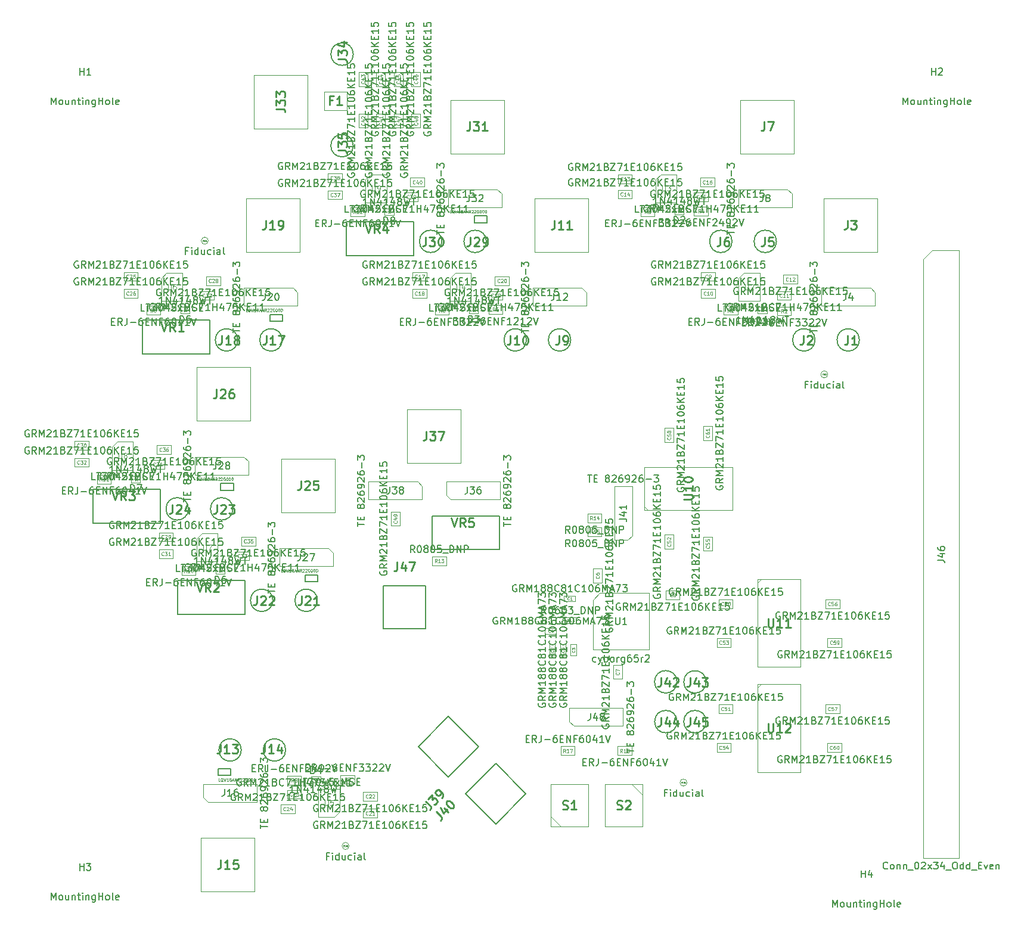
<source format=gbr>
%TF.GenerationSoftware,KiCad,Pcbnew,7.0.1-0*%
%TF.CreationDate,2023-04-17T18:56:11+01:00*%
%TF.ProjectId,cyborg65r2_pcb,6379626f-7267-4363-9572-325f7063622e,rev?*%
%TF.SameCoordinates,Original*%
%TF.FileFunction,AssemblyDrawing,Top*%
%FSLAX46Y46*%
G04 Gerber Fmt 4.6, Leading zero omitted, Abs format (unit mm)*
G04 Created by KiCad (PCBNEW 7.0.1-0) date 2023-04-17 18:56:11*
%MOMM*%
%LPD*%
G01*
G04 APERTURE LIST*
%ADD10C,0.254000*%
%ADD11C,0.098425*%
%ADD12C,0.150000*%
%ADD13C,0.080000*%
%ADD14C,0.110000*%
%ADD15C,0.060000*%
%ADD16C,0.040000*%
%ADD17C,0.100000*%
%ADD18C,0.127000*%
%ADD19C,0.200000*%
G04 APERTURE END LIST*
D10*
%TO.C,J19*%
X129671905Y-58117526D02*
X129671905Y-59024669D01*
X129671905Y-59024669D02*
X129611428Y-59206097D01*
X129611428Y-59206097D02*
X129490476Y-59327050D01*
X129490476Y-59327050D02*
X129309047Y-59387526D01*
X129309047Y-59387526D02*
X129188095Y-59387526D01*
X130941905Y-59387526D02*
X130216190Y-59387526D01*
X130579047Y-59387526D02*
X130579047Y-58117526D01*
X130579047Y-58117526D02*
X130458095Y-58298954D01*
X130458095Y-58298954D02*
X130337143Y-58419907D01*
X130337143Y-58419907D02*
X130216190Y-58480383D01*
X131546667Y-59387526D02*
X131788571Y-59387526D01*
X131788571Y-59387526D02*
X131909524Y-59327050D01*
X131909524Y-59327050D02*
X131970000Y-59266573D01*
X131970000Y-59266573D02*
X132090952Y-59085145D01*
X132090952Y-59085145D02*
X132151429Y-58843240D01*
X132151429Y-58843240D02*
X132151429Y-58359430D01*
X132151429Y-58359430D02*
X132090952Y-58238478D01*
X132090952Y-58238478D02*
X132030476Y-58178002D01*
X132030476Y-58178002D02*
X131909524Y-58117526D01*
X131909524Y-58117526D02*
X131667619Y-58117526D01*
X131667619Y-58117526D02*
X131546667Y-58178002D01*
X131546667Y-58178002D02*
X131486190Y-58238478D01*
X131486190Y-58238478D02*
X131425714Y-58359430D01*
X131425714Y-58359430D02*
X131425714Y-58661811D01*
X131425714Y-58661811D02*
X131486190Y-58782764D01*
X131486190Y-58782764D02*
X131546667Y-58843240D01*
X131546667Y-58843240D02*
X131667619Y-58903716D01*
X131667619Y-58903716D02*
X131909524Y-58903716D01*
X131909524Y-58903716D02*
X132030476Y-58843240D01*
X132030476Y-58843240D02*
X132090952Y-58782764D01*
X132090952Y-58782764D02*
X132151429Y-58661811D01*
D11*
%TO.C,L5*%
X156030300Y-57052133D02*
X155842823Y-57052133D01*
X155842823Y-57052133D02*
X155842823Y-56658432D01*
X156424000Y-57089629D02*
X156386505Y-57070881D01*
X156386505Y-57070881D02*
X156349010Y-57033386D01*
X156349010Y-57033386D02*
X156292767Y-56977143D01*
X156292767Y-56977143D02*
X156255271Y-56958395D01*
X156255271Y-56958395D02*
X156217776Y-56958395D01*
X156236524Y-57052133D02*
X156199028Y-57033386D01*
X156199028Y-57033386D02*
X156161533Y-56995890D01*
X156161533Y-56995890D02*
X156142785Y-56920900D01*
X156142785Y-56920900D02*
X156142785Y-56789666D01*
X156142785Y-56789666D02*
X156161533Y-56714675D01*
X156161533Y-56714675D02*
X156199028Y-56677180D01*
X156199028Y-56677180D02*
X156236524Y-56658432D01*
X156236524Y-56658432D02*
X156311514Y-56658432D01*
X156311514Y-56658432D02*
X156349010Y-56677180D01*
X156349010Y-56677180D02*
X156386505Y-56714675D01*
X156386505Y-56714675D02*
X156405253Y-56789666D01*
X156405253Y-56789666D02*
X156405253Y-56920900D01*
X156405253Y-56920900D02*
X156386505Y-56995890D01*
X156386505Y-56995890D02*
X156349010Y-57033386D01*
X156349010Y-57033386D02*
X156311514Y-57052133D01*
X156311514Y-57052133D02*
X156236524Y-57052133D01*
X156536487Y-56658432D02*
X156630225Y-57052133D01*
X156630225Y-57052133D02*
X156705216Y-56770918D01*
X156705216Y-56770918D02*
X156780206Y-57052133D01*
X156780206Y-57052133D02*
X156873945Y-56658432D01*
X157230150Y-57052133D02*
X157005178Y-57052133D01*
X157117664Y-57052133D02*
X157117664Y-56658432D01*
X157117664Y-56658432D02*
X157080169Y-56714675D01*
X157080169Y-56714675D02*
X157042674Y-56752171D01*
X157042674Y-56752171D02*
X157005178Y-56770918D01*
X157455122Y-56827161D02*
X157417627Y-56808414D01*
X157417627Y-56808414D02*
X157398879Y-56789666D01*
X157398879Y-56789666D02*
X157380131Y-56752171D01*
X157380131Y-56752171D02*
X157380131Y-56733423D01*
X157380131Y-56733423D02*
X157398879Y-56695928D01*
X157398879Y-56695928D02*
X157417627Y-56677180D01*
X157417627Y-56677180D02*
X157455122Y-56658432D01*
X157455122Y-56658432D02*
X157530113Y-56658432D01*
X157530113Y-56658432D02*
X157567608Y-56677180D01*
X157567608Y-56677180D02*
X157586356Y-56695928D01*
X157586356Y-56695928D02*
X157605103Y-56733423D01*
X157605103Y-56733423D02*
X157605103Y-56752171D01*
X157605103Y-56752171D02*
X157586356Y-56789666D01*
X157586356Y-56789666D02*
X157567608Y-56808414D01*
X157567608Y-56808414D02*
X157530113Y-56827161D01*
X157530113Y-56827161D02*
X157455122Y-56827161D01*
X157455122Y-56827161D02*
X157417627Y-56845909D01*
X157417627Y-56845909D02*
X157398879Y-56864657D01*
X157398879Y-56864657D02*
X157380131Y-56902152D01*
X157380131Y-56902152D02*
X157380131Y-56977143D01*
X157380131Y-56977143D02*
X157398879Y-57014638D01*
X157398879Y-57014638D02*
X157417627Y-57033386D01*
X157417627Y-57033386D02*
X157455122Y-57052133D01*
X157455122Y-57052133D02*
X157530113Y-57052133D01*
X157530113Y-57052133D02*
X157567608Y-57033386D01*
X157567608Y-57033386D02*
X157586356Y-57014638D01*
X157586356Y-57014638D02*
X157605103Y-56977143D01*
X157605103Y-56977143D02*
X157605103Y-56902152D01*
X157605103Y-56902152D02*
X157586356Y-56864657D01*
X157586356Y-56864657D02*
X157567608Y-56845909D01*
X157567608Y-56845909D02*
X157530113Y-56827161D01*
X157755084Y-56939647D02*
X157942561Y-56939647D01*
X157717589Y-57052133D02*
X157848823Y-56658432D01*
X157848823Y-56658432D02*
X157980056Y-57052133D01*
X158111290Y-57052133D02*
X158111290Y-56658432D01*
X158111290Y-56658432D02*
X158336262Y-57052133D01*
X158336262Y-57052133D02*
X158336262Y-56658432D01*
X158748711Y-57052133D02*
X158617477Y-56864657D01*
X158523739Y-57052133D02*
X158523739Y-56658432D01*
X158523739Y-56658432D02*
X158673720Y-56658432D01*
X158673720Y-56658432D02*
X158711216Y-56677180D01*
X158711216Y-56677180D02*
X158729963Y-56695928D01*
X158729963Y-56695928D02*
X158748711Y-56733423D01*
X158748711Y-56733423D02*
X158748711Y-56789666D01*
X158748711Y-56789666D02*
X158729963Y-56827161D01*
X158729963Y-56827161D02*
X158711216Y-56845909D01*
X158711216Y-56845909D02*
X158673720Y-56864657D01*
X158673720Y-56864657D02*
X158523739Y-56864657D01*
X158898692Y-56695928D02*
X158917440Y-56677180D01*
X158917440Y-56677180D02*
X158954935Y-56658432D01*
X158954935Y-56658432D02*
X159048674Y-56658432D01*
X159048674Y-56658432D02*
X159086169Y-56677180D01*
X159086169Y-56677180D02*
X159104917Y-56695928D01*
X159104917Y-56695928D02*
X159123664Y-56733423D01*
X159123664Y-56733423D02*
X159123664Y-56770918D01*
X159123664Y-56770918D02*
X159104917Y-56827161D01*
X159104917Y-56827161D02*
X158879945Y-57052133D01*
X158879945Y-57052133D02*
X159123664Y-57052133D01*
X159273645Y-56695928D02*
X159292393Y-56677180D01*
X159292393Y-56677180D02*
X159329888Y-56658432D01*
X159329888Y-56658432D02*
X159423627Y-56658432D01*
X159423627Y-56658432D02*
X159461122Y-56677180D01*
X159461122Y-56677180D02*
X159479870Y-56695928D01*
X159479870Y-56695928D02*
X159498617Y-56733423D01*
X159498617Y-56733423D02*
X159498617Y-56770918D01*
X159498617Y-56770918D02*
X159479870Y-56827161D01*
X159479870Y-56827161D02*
X159254898Y-57052133D01*
X159254898Y-57052133D02*
X159498617Y-57052133D01*
X159873570Y-56677180D02*
X159836075Y-56658432D01*
X159836075Y-56658432D02*
X159779832Y-56658432D01*
X159779832Y-56658432D02*
X159723589Y-56677180D01*
X159723589Y-56677180D02*
X159686094Y-56714675D01*
X159686094Y-56714675D02*
X159667346Y-56752171D01*
X159667346Y-56752171D02*
X159648598Y-56827161D01*
X159648598Y-56827161D02*
X159648598Y-56883404D01*
X159648598Y-56883404D02*
X159667346Y-56958395D01*
X159667346Y-56958395D02*
X159686094Y-56995890D01*
X159686094Y-56995890D02*
X159723589Y-57033386D01*
X159723589Y-57033386D02*
X159779832Y-57052133D01*
X159779832Y-57052133D02*
X159817327Y-57052133D01*
X159817327Y-57052133D02*
X159873570Y-57033386D01*
X159873570Y-57033386D02*
X159892318Y-57014638D01*
X159892318Y-57014638D02*
X159892318Y-56883404D01*
X159892318Y-56883404D02*
X159817327Y-56883404D01*
X160136038Y-56658432D02*
X160173533Y-56658432D01*
X160173533Y-56658432D02*
X160211028Y-56677180D01*
X160211028Y-56677180D02*
X160229776Y-56695928D01*
X160229776Y-56695928D02*
X160248524Y-56733423D01*
X160248524Y-56733423D02*
X160267271Y-56808414D01*
X160267271Y-56808414D02*
X160267271Y-56902152D01*
X160267271Y-56902152D02*
X160248524Y-56977143D01*
X160248524Y-56977143D02*
X160229776Y-57014638D01*
X160229776Y-57014638D02*
X160211028Y-57033386D01*
X160211028Y-57033386D02*
X160173533Y-57052133D01*
X160173533Y-57052133D02*
X160136038Y-57052133D01*
X160136038Y-57052133D02*
X160098542Y-57033386D01*
X160098542Y-57033386D02*
X160079795Y-57014638D01*
X160079795Y-57014638D02*
X160061047Y-56977143D01*
X160061047Y-56977143D02*
X160042299Y-56902152D01*
X160042299Y-56902152D02*
X160042299Y-56808414D01*
X160042299Y-56808414D02*
X160061047Y-56733423D01*
X160061047Y-56733423D02*
X160079795Y-56695928D01*
X160079795Y-56695928D02*
X160098542Y-56677180D01*
X160098542Y-56677180D02*
X160136038Y-56658432D01*
X160510991Y-56658432D02*
X160548486Y-56658432D01*
X160548486Y-56658432D02*
X160585981Y-56677180D01*
X160585981Y-56677180D02*
X160604729Y-56695928D01*
X160604729Y-56695928D02*
X160623477Y-56733423D01*
X160623477Y-56733423D02*
X160642224Y-56808414D01*
X160642224Y-56808414D02*
X160642224Y-56902152D01*
X160642224Y-56902152D02*
X160623477Y-56977143D01*
X160623477Y-56977143D02*
X160604729Y-57014638D01*
X160604729Y-57014638D02*
X160585981Y-57033386D01*
X160585981Y-57033386D02*
X160548486Y-57052133D01*
X160548486Y-57052133D02*
X160510991Y-57052133D01*
X160510991Y-57052133D02*
X160473495Y-57033386D01*
X160473495Y-57033386D02*
X160454748Y-57014638D01*
X160454748Y-57014638D02*
X160436000Y-56977143D01*
X160436000Y-56977143D02*
X160417252Y-56902152D01*
X160417252Y-56902152D02*
X160417252Y-56808414D01*
X160417252Y-56808414D02*
X160436000Y-56733423D01*
X160436000Y-56733423D02*
X160454748Y-56695928D01*
X160454748Y-56695928D02*
X160473495Y-56677180D01*
X160473495Y-56677180D02*
X160510991Y-56658432D01*
X160810953Y-57052133D02*
X160810953Y-56658432D01*
X160810953Y-56658432D02*
X160904691Y-56658432D01*
X160904691Y-56658432D02*
X160960934Y-56677180D01*
X160960934Y-56677180D02*
X160998430Y-56714675D01*
X160998430Y-56714675D02*
X161017177Y-56752171D01*
X161017177Y-56752171D02*
X161035925Y-56827161D01*
X161035925Y-56827161D02*
X161035925Y-56883404D01*
X161035925Y-56883404D02*
X161017177Y-56958395D01*
X161017177Y-56958395D02*
X160998430Y-56995890D01*
X160998430Y-56995890D02*
X160960934Y-57033386D01*
X160960934Y-57033386D02*
X160904691Y-57052133D01*
X160904691Y-57052133D02*
X160810953Y-57052133D01*
D10*
%TO.C,J26*%
X122671905Y-82117526D02*
X122671905Y-83024669D01*
X122671905Y-83024669D02*
X122611428Y-83206097D01*
X122611428Y-83206097D02*
X122490476Y-83327050D01*
X122490476Y-83327050D02*
X122309047Y-83387526D01*
X122309047Y-83387526D02*
X122188095Y-83387526D01*
X123216190Y-82238478D02*
X123276666Y-82178002D01*
X123276666Y-82178002D02*
X123397619Y-82117526D01*
X123397619Y-82117526D02*
X123700000Y-82117526D01*
X123700000Y-82117526D02*
X123820952Y-82178002D01*
X123820952Y-82178002D02*
X123881428Y-82238478D01*
X123881428Y-82238478D02*
X123941905Y-82359430D01*
X123941905Y-82359430D02*
X123941905Y-82480383D01*
X123941905Y-82480383D02*
X123881428Y-82661811D01*
X123881428Y-82661811D02*
X123155714Y-83387526D01*
X123155714Y-83387526D02*
X123941905Y-83387526D01*
X125030476Y-82117526D02*
X124788571Y-82117526D01*
X124788571Y-82117526D02*
X124667619Y-82178002D01*
X124667619Y-82178002D02*
X124607143Y-82238478D01*
X124607143Y-82238478D02*
X124486190Y-82419907D01*
X124486190Y-82419907D02*
X124425714Y-82661811D01*
X124425714Y-82661811D02*
X124425714Y-83145621D01*
X124425714Y-83145621D02*
X124486190Y-83266573D01*
X124486190Y-83266573D02*
X124546667Y-83327050D01*
X124546667Y-83327050D02*
X124667619Y-83387526D01*
X124667619Y-83387526D02*
X124909524Y-83387526D01*
X124909524Y-83387526D02*
X125030476Y-83327050D01*
X125030476Y-83327050D02*
X125090952Y-83266573D01*
X125090952Y-83266573D02*
X125151429Y-83145621D01*
X125151429Y-83145621D02*
X125151429Y-82843240D01*
X125151429Y-82843240D02*
X125090952Y-82722288D01*
X125090952Y-82722288D02*
X125030476Y-82661811D01*
X125030476Y-82661811D02*
X124909524Y-82601335D01*
X124909524Y-82601335D02*
X124667619Y-82601335D01*
X124667619Y-82601335D02*
X124546667Y-82661811D01*
X124546667Y-82661811D02*
X124486190Y-82722288D01*
X124486190Y-82722288D02*
X124425714Y-82843240D01*
D12*
%TO.C,C51*%
X187523809Y-125370238D02*
X187428571Y-125322619D01*
X187428571Y-125322619D02*
X187285714Y-125322619D01*
X187285714Y-125322619D02*
X187142857Y-125370238D01*
X187142857Y-125370238D02*
X187047619Y-125465476D01*
X187047619Y-125465476D02*
X187000000Y-125560714D01*
X187000000Y-125560714D02*
X186952381Y-125751190D01*
X186952381Y-125751190D02*
X186952381Y-125894047D01*
X186952381Y-125894047D02*
X187000000Y-126084523D01*
X187000000Y-126084523D02*
X187047619Y-126179761D01*
X187047619Y-126179761D02*
X187142857Y-126275000D01*
X187142857Y-126275000D02*
X187285714Y-126322619D01*
X187285714Y-126322619D02*
X187380952Y-126322619D01*
X187380952Y-126322619D02*
X187523809Y-126275000D01*
X187523809Y-126275000D02*
X187571428Y-126227380D01*
X187571428Y-126227380D02*
X187571428Y-125894047D01*
X187571428Y-125894047D02*
X187380952Y-125894047D01*
X188571428Y-126322619D02*
X188238095Y-125846428D01*
X188000000Y-126322619D02*
X188000000Y-125322619D01*
X188000000Y-125322619D02*
X188380952Y-125322619D01*
X188380952Y-125322619D02*
X188476190Y-125370238D01*
X188476190Y-125370238D02*
X188523809Y-125417857D01*
X188523809Y-125417857D02*
X188571428Y-125513095D01*
X188571428Y-125513095D02*
X188571428Y-125655952D01*
X188571428Y-125655952D02*
X188523809Y-125751190D01*
X188523809Y-125751190D02*
X188476190Y-125798809D01*
X188476190Y-125798809D02*
X188380952Y-125846428D01*
X188380952Y-125846428D02*
X188000000Y-125846428D01*
X189000000Y-126322619D02*
X189000000Y-125322619D01*
X189000000Y-125322619D02*
X189333333Y-126036904D01*
X189333333Y-126036904D02*
X189666666Y-125322619D01*
X189666666Y-125322619D02*
X189666666Y-126322619D01*
X190095238Y-125417857D02*
X190142857Y-125370238D01*
X190142857Y-125370238D02*
X190238095Y-125322619D01*
X190238095Y-125322619D02*
X190476190Y-125322619D01*
X190476190Y-125322619D02*
X190571428Y-125370238D01*
X190571428Y-125370238D02*
X190619047Y-125417857D01*
X190619047Y-125417857D02*
X190666666Y-125513095D01*
X190666666Y-125513095D02*
X190666666Y-125608333D01*
X190666666Y-125608333D02*
X190619047Y-125751190D01*
X190619047Y-125751190D02*
X190047619Y-126322619D01*
X190047619Y-126322619D02*
X190666666Y-126322619D01*
X191619047Y-126322619D02*
X191047619Y-126322619D01*
X191333333Y-126322619D02*
X191333333Y-125322619D01*
X191333333Y-125322619D02*
X191238095Y-125465476D01*
X191238095Y-125465476D02*
X191142857Y-125560714D01*
X191142857Y-125560714D02*
X191047619Y-125608333D01*
X192380952Y-125798809D02*
X192523809Y-125846428D01*
X192523809Y-125846428D02*
X192571428Y-125894047D01*
X192571428Y-125894047D02*
X192619047Y-125989285D01*
X192619047Y-125989285D02*
X192619047Y-126132142D01*
X192619047Y-126132142D02*
X192571428Y-126227380D01*
X192571428Y-126227380D02*
X192523809Y-126275000D01*
X192523809Y-126275000D02*
X192428571Y-126322619D01*
X192428571Y-126322619D02*
X192047619Y-126322619D01*
X192047619Y-126322619D02*
X192047619Y-125322619D01*
X192047619Y-125322619D02*
X192380952Y-125322619D01*
X192380952Y-125322619D02*
X192476190Y-125370238D01*
X192476190Y-125370238D02*
X192523809Y-125417857D01*
X192523809Y-125417857D02*
X192571428Y-125513095D01*
X192571428Y-125513095D02*
X192571428Y-125608333D01*
X192571428Y-125608333D02*
X192523809Y-125703571D01*
X192523809Y-125703571D02*
X192476190Y-125751190D01*
X192476190Y-125751190D02*
X192380952Y-125798809D01*
X192380952Y-125798809D02*
X192047619Y-125798809D01*
X192952381Y-125322619D02*
X193619047Y-125322619D01*
X193619047Y-125322619D02*
X192952381Y-126322619D01*
X192952381Y-126322619D02*
X193619047Y-126322619D01*
X193904762Y-125322619D02*
X194571428Y-125322619D01*
X194571428Y-125322619D02*
X194142857Y-126322619D01*
X195476190Y-126322619D02*
X194904762Y-126322619D01*
X195190476Y-126322619D02*
X195190476Y-125322619D01*
X195190476Y-125322619D02*
X195095238Y-125465476D01*
X195095238Y-125465476D02*
X195000000Y-125560714D01*
X195000000Y-125560714D02*
X194904762Y-125608333D01*
X195904762Y-125798809D02*
X196238095Y-125798809D01*
X196380952Y-126322619D02*
X195904762Y-126322619D01*
X195904762Y-126322619D02*
X195904762Y-125322619D01*
X195904762Y-125322619D02*
X196380952Y-125322619D01*
X197333333Y-126322619D02*
X196761905Y-126322619D01*
X197047619Y-126322619D02*
X197047619Y-125322619D01*
X197047619Y-125322619D02*
X196952381Y-125465476D01*
X196952381Y-125465476D02*
X196857143Y-125560714D01*
X196857143Y-125560714D02*
X196761905Y-125608333D01*
X197952381Y-125322619D02*
X198047619Y-125322619D01*
X198047619Y-125322619D02*
X198142857Y-125370238D01*
X198142857Y-125370238D02*
X198190476Y-125417857D01*
X198190476Y-125417857D02*
X198238095Y-125513095D01*
X198238095Y-125513095D02*
X198285714Y-125703571D01*
X198285714Y-125703571D02*
X198285714Y-125941666D01*
X198285714Y-125941666D02*
X198238095Y-126132142D01*
X198238095Y-126132142D02*
X198190476Y-126227380D01*
X198190476Y-126227380D02*
X198142857Y-126275000D01*
X198142857Y-126275000D02*
X198047619Y-126322619D01*
X198047619Y-126322619D02*
X197952381Y-126322619D01*
X197952381Y-126322619D02*
X197857143Y-126275000D01*
X197857143Y-126275000D02*
X197809524Y-126227380D01*
X197809524Y-126227380D02*
X197761905Y-126132142D01*
X197761905Y-126132142D02*
X197714286Y-125941666D01*
X197714286Y-125941666D02*
X197714286Y-125703571D01*
X197714286Y-125703571D02*
X197761905Y-125513095D01*
X197761905Y-125513095D02*
X197809524Y-125417857D01*
X197809524Y-125417857D02*
X197857143Y-125370238D01*
X197857143Y-125370238D02*
X197952381Y-125322619D01*
X199142857Y-125322619D02*
X198952381Y-125322619D01*
X198952381Y-125322619D02*
X198857143Y-125370238D01*
X198857143Y-125370238D02*
X198809524Y-125417857D01*
X198809524Y-125417857D02*
X198714286Y-125560714D01*
X198714286Y-125560714D02*
X198666667Y-125751190D01*
X198666667Y-125751190D02*
X198666667Y-126132142D01*
X198666667Y-126132142D02*
X198714286Y-126227380D01*
X198714286Y-126227380D02*
X198761905Y-126275000D01*
X198761905Y-126275000D02*
X198857143Y-126322619D01*
X198857143Y-126322619D02*
X199047619Y-126322619D01*
X199047619Y-126322619D02*
X199142857Y-126275000D01*
X199142857Y-126275000D02*
X199190476Y-126227380D01*
X199190476Y-126227380D02*
X199238095Y-126132142D01*
X199238095Y-126132142D02*
X199238095Y-125894047D01*
X199238095Y-125894047D02*
X199190476Y-125798809D01*
X199190476Y-125798809D02*
X199142857Y-125751190D01*
X199142857Y-125751190D02*
X199047619Y-125703571D01*
X199047619Y-125703571D02*
X198857143Y-125703571D01*
X198857143Y-125703571D02*
X198761905Y-125751190D01*
X198761905Y-125751190D02*
X198714286Y-125798809D01*
X198714286Y-125798809D02*
X198666667Y-125894047D01*
X199666667Y-126322619D02*
X199666667Y-125322619D01*
X200238095Y-126322619D02*
X199809524Y-125751190D01*
X200238095Y-125322619D02*
X199666667Y-125894047D01*
X200666667Y-125798809D02*
X201000000Y-125798809D01*
X201142857Y-126322619D02*
X200666667Y-126322619D01*
X200666667Y-126322619D02*
X200666667Y-125322619D01*
X200666667Y-125322619D02*
X201142857Y-125322619D01*
X202095238Y-126322619D02*
X201523810Y-126322619D01*
X201809524Y-126322619D02*
X201809524Y-125322619D01*
X201809524Y-125322619D02*
X201714286Y-125465476D01*
X201714286Y-125465476D02*
X201619048Y-125560714D01*
X201619048Y-125560714D02*
X201523810Y-125608333D01*
X203000000Y-125322619D02*
X202523810Y-125322619D01*
X202523810Y-125322619D02*
X202476191Y-125798809D01*
X202476191Y-125798809D02*
X202523810Y-125751190D01*
X202523810Y-125751190D02*
X202619048Y-125703571D01*
X202619048Y-125703571D02*
X202857143Y-125703571D01*
X202857143Y-125703571D02*
X202952381Y-125751190D01*
X202952381Y-125751190D02*
X203000000Y-125798809D01*
X203000000Y-125798809D02*
X203047619Y-125894047D01*
X203047619Y-125894047D02*
X203047619Y-126132142D01*
X203047619Y-126132142D02*
X203000000Y-126227380D01*
X203000000Y-126227380D02*
X202952381Y-126275000D01*
X202952381Y-126275000D02*
X202857143Y-126322619D01*
X202857143Y-126322619D02*
X202619048Y-126322619D01*
X202619048Y-126322619D02*
X202523810Y-126275000D01*
X202523810Y-126275000D02*
X202476191Y-126227380D01*
D13*
X194678571Y-127723690D02*
X194654762Y-127747500D01*
X194654762Y-127747500D02*
X194583333Y-127771309D01*
X194583333Y-127771309D02*
X194535714Y-127771309D01*
X194535714Y-127771309D02*
X194464286Y-127747500D01*
X194464286Y-127747500D02*
X194416667Y-127699880D01*
X194416667Y-127699880D02*
X194392857Y-127652261D01*
X194392857Y-127652261D02*
X194369048Y-127557023D01*
X194369048Y-127557023D02*
X194369048Y-127485595D01*
X194369048Y-127485595D02*
X194392857Y-127390357D01*
X194392857Y-127390357D02*
X194416667Y-127342738D01*
X194416667Y-127342738D02*
X194464286Y-127295119D01*
X194464286Y-127295119D02*
X194535714Y-127271309D01*
X194535714Y-127271309D02*
X194583333Y-127271309D01*
X194583333Y-127271309D02*
X194654762Y-127295119D01*
X194654762Y-127295119D02*
X194678571Y-127318928D01*
X195130952Y-127271309D02*
X194892857Y-127271309D01*
X194892857Y-127271309D02*
X194869048Y-127509404D01*
X194869048Y-127509404D02*
X194892857Y-127485595D01*
X194892857Y-127485595D02*
X194940476Y-127461785D01*
X194940476Y-127461785D02*
X195059524Y-127461785D01*
X195059524Y-127461785D02*
X195107143Y-127485595D01*
X195107143Y-127485595D02*
X195130952Y-127509404D01*
X195130952Y-127509404D02*
X195154762Y-127557023D01*
X195154762Y-127557023D02*
X195154762Y-127676071D01*
X195154762Y-127676071D02*
X195130952Y-127723690D01*
X195130952Y-127723690D02*
X195107143Y-127747500D01*
X195107143Y-127747500D02*
X195059524Y-127771309D01*
X195059524Y-127771309D02*
X194940476Y-127771309D01*
X194940476Y-127771309D02*
X194892857Y-127747500D01*
X194892857Y-127747500D02*
X194869048Y-127723690D01*
X195630952Y-127771309D02*
X195345238Y-127771309D01*
X195488095Y-127771309D02*
X195488095Y-127271309D01*
X195488095Y-127271309D02*
X195440476Y-127342738D01*
X195440476Y-127342738D02*
X195392857Y-127390357D01*
X195392857Y-127390357D02*
X195345238Y-127414166D01*
D10*
%TO.C,J42*%
X185805905Y-123094526D02*
X185805905Y-124001669D01*
X185805905Y-124001669D02*
X185745428Y-124183097D01*
X185745428Y-124183097D02*
X185624476Y-124304050D01*
X185624476Y-124304050D02*
X185443047Y-124364526D01*
X185443047Y-124364526D02*
X185322095Y-124364526D01*
X186954952Y-123517859D02*
X186954952Y-124364526D01*
X186652571Y-123034050D02*
X186350190Y-123941192D01*
X186350190Y-123941192D02*
X187136381Y-123941192D01*
X187559714Y-123215478D02*
X187620190Y-123155002D01*
X187620190Y-123155002D02*
X187741143Y-123094526D01*
X187741143Y-123094526D02*
X188043524Y-123094526D01*
X188043524Y-123094526D02*
X188164476Y-123155002D01*
X188164476Y-123155002D02*
X188224952Y-123215478D01*
X188224952Y-123215478D02*
X188285429Y-123336430D01*
X188285429Y-123336430D02*
X188285429Y-123457383D01*
X188285429Y-123457383D02*
X188224952Y-123638811D01*
X188224952Y-123638811D02*
X187499238Y-124364526D01*
X187499238Y-124364526D02*
X188285429Y-124364526D01*
D12*
%TO.C,C35*%
X119723809Y-104890238D02*
X119628571Y-104842619D01*
X119628571Y-104842619D02*
X119485714Y-104842619D01*
X119485714Y-104842619D02*
X119342857Y-104890238D01*
X119342857Y-104890238D02*
X119247619Y-104985476D01*
X119247619Y-104985476D02*
X119200000Y-105080714D01*
X119200000Y-105080714D02*
X119152381Y-105271190D01*
X119152381Y-105271190D02*
X119152381Y-105414047D01*
X119152381Y-105414047D02*
X119200000Y-105604523D01*
X119200000Y-105604523D02*
X119247619Y-105699761D01*
X119247619Y-105699761D02*
X119342857Y-105795000D01*
X119342857Y-105795000D02*
X119485714Y-105842619D01*
X119485714Y-105842619D02*
X119580952Y-105842619D01*
X119580952Y-105842619D02*
X119723809Y-105795000D01*
X119723809Y-105795000D02*
X119771428Y-105747380D01*
X119771428Y-105747380D02*
X119771428Y-105414047D01*
X119771428Y-105414047D02*
X119580952Y-105414047D01*
X120771428Y-105842619D02*
X120438095Y-105366428D01*
X120200000Y-105842619D02*
X120200000Y-104842619D01*
X120200000Y-104842619D02*
X120580952Y-104842619D01*
X120580952Y-104842619D02*
X120676190Y-104890238D01*
X120676190Y-104890238D02*
X120723809Y-104937857D01*
X120723809Y-104937857D02*
X120771428Y-105033095D01*
X120771428Y-105033095D02*
X120771428Y-105175952D01*
X120771428Y-105175952D02*
X120723809Y-105271190D01*
X120723809Y-105271190D02*
X120676190Y-105318809D01*
X120676190Y-105318809D02*
X120580952Y-105366428D01*
X120580952Y-105366428D02*
X120200000Y-105366428D01*
X121200000Y-105842619D02*
X121200000Y-104842619D01*
X121200000Y-104842619D02*
X121533333Y-105556904D01*
X121533333Y-105556904D02*
X121866666Y-104842619D01*
X121866666Y-104842619D02*
X121866666Y-105842619D01*
X122295238Y-104937857D02*
X122342857Y-104890238D01*
X122342857Y-104890238D02*
X122438095Y-104842619D01*
X122438095Y-104842619D02*
X122676190Y-104842619D01*
X122676190Y-104842619D02*
X122771428Y-104890238D01*
X122771428Y-104890238D02*
X122819047Y-104937857D01*
X122819047Y-104937857D02*
X122866666Y-105033095D01*
X122866666Y-105033095D02*
X122866666Y-105128333D01*
X122866666Y-105128333D02*
X122819047Y-105271190D01*
X122819047Y-105271190D02*
X122247619Y-105842619D01*
X122247619Y-105842619D02*
X122866666Y-105842619D01*
X123819047Y-105842619D02*
X123247619Y-105842619D01*
X123533333Y-105842619D02*
X123533333Y-104842619D01*
X123533333Y-104842619D02*
X123438095Y-104985476D01*
X123438095Y-104985476D02*
X123342857Y-105080714D01*
X123342857Y-105080714D02*
X123247619Y-105128333D01*
X124580952Y-105318809D02*
X124723809Y-105366428D01*
X124723809Y-105366428D02*
X124771428Y-105414047D01*
X124771428Y-105414047D02*
X124819047Y-105509285D01*
X124819047Y-105509285D02*
X124819047Y-105652142D01*
X124819047Y-105652142D02*
X124771428Y-105747380D01*
X124771428Y-105747380D02*
X124723809Y-105795000D01*
X124723809Y-105795000D02*
X124628571Y-105842619D01*
X124628571Y-105842619D02*
X124247619Y-105842619D01*
X124247619Y-105842619D02*
X124247619Y-104842619D01*
X124247619Y-104842619D02*
X124580952Y-104842619D01*
X124580952Y-104842619D02*
X124676190Y-104890238D01*
X124676190Y-104890238D02*
X124723809Y-104937857D01*
X124723809Y-104937857D02*
X124771428Y-105033095D01*
X124771428Y-105033095D02*
X124771428Y-105128333D01*
X124771428Y-105128333D02*
X124723809Y-105223571D01*
X124723809Y-105223571D02*
X124676190Y-105271190D01*
X124676190Y-105271190D02*
X124580952Y-105318809D01*
X124580952Y-105318809D02*
X124247619Y-105318809D01*
X125152381Y-104842619D02*
X125819047Y-104842619D01*
X125819047Y-104842619D02*
X125152381Y-105842619D01*
X125152381Y-105842619D02*
X125819047Y-105842619D01*
X126104762Y-104842619D02*
X126771428Y-104842619D01*
X126771428Y-104842619D02*
X126342857Y-105842619D01*
X127676190Y-105842619D02*
X127104762Y-105842619D01*
X127390476Y-105842619D02*
X127390476Y-104842619D01*
X127390476Y-104842619D02*
X127295238Y-104985476D01*
X127295238Y-104985476D02*
X127200000Y-105080714D01*
X127200000Y-105080714D02*
X127104762Y-105128333D01*
X128104762Y-105318809D02*
X128438095Y-105318809D01*
X128580952Y-105842619D02*
X128104762Y-105842619D01*
X128104762Y-105842619D02*
X128104762Y-104842619D01*
X128104762Y-104842619D02*
X128580952Y-104842619D01*
X129533333Y-105842619D02*
X128961905Y-105842619D01*
X129247619Y-105842619D02*
X129247619Y-104842619D01*
X129247619Y-104842619D02*
X129152381Y-104985476D01*
X129152381Y-104985476D02*
X129057143Y-105080714D01*
X129057143Y-105080714D02*
X128961905Y-105128333D01*
X130152381Y-104842619D02*
X130247619Y-104842619D01*
X130247619Y-104842619D02*
X130342857Y-104890238D01*
X130342857Y-104890238D02*
X130390476Y-104937857D01*
X130390476Y-104937857D02*
X130438095Y-105033095D01*
X130438095Y-105033095D02*
X130485714Y-105223571D01*
X130485714Y-105223571D02*
X130485714Y-105461666D01*
X130485714Y-105461666D02*
X130438095Y-105652142D01*
X130438095Y-105652142D02*
X130390476Y-105747380D01*
X130390476Y-105747380D02*
X130342857Y-105795000D01*
X130342857Y-105795000D02*
X130247619Y-105842619D01*
X130247619Y-105842619D02*
X130152381Y-105842619D01*
X130152381Y-105842619D02*
X130057143Y-105795000D01*
X130057143Y-105795000D02*
X130009524Y-105747380D01*
X130009524Y-105747380D02*
X129961905Y-105652142D01*
X129961905Y-105652142D02*
X129914286Y-105461666D01*
X129914286Y-105461666D02*
X129914286Y-105223571D01*
X129914286Y-105223571D02*
X129961905Y-105033095D01*
X129961905Y-105033095D02*
X130009524Y-104937857D01*
X130009524Y-104937857D02*
X130057143Y-104890238D01*
X130057143Y-104890238D02*
X130152381Y-104842619D01*
X131342857Y-104842619D02*
X131152381Y-104842619D01*
X131152381Y-104842619D02*
X131057143Y-104890238D01*
X131057143Y-104890238D02*
X131009524Y-104937857D01*
X131009524Y-104937857D02*
X130914286Y-105080714D01*
X130914286Y-105080714D02*
X130866667Y-105271190D01*
X130866667Y-105271190D02*
X130866667Y-105652142D01*
X130866667Y-105652142D02*
X130914286Y-105747380D01*
X130914286Y-105747380D02*
X130961905Y-105795000D01*
X130961905Y-105795000D02*
X131057143Y-105842619D01*
X131057143Y-105842619D02*
X131247619Y-105842619D01*
X131247619Y-105842619D02*
X131342857Y-105795000D01*
X131342857Y-105795000D02*
X131390476Y-105747380D01*
X131390476Y-105747380D02*
X131438095Y-105652142D01*
X131438095Y-105652142D02*
X131438095Y-105414047D01*
X131438095Y-105414047D02*
X131390476Y-105318809D01*
X131390476Y-105318809D02*
X131342857Y-105271190D01*
X131342857Y-105271190D02*
X131247619Y-105223571D01*
X131247619Y-105223571D02*
X131057143Y-105223571D01*
X131057143Y-105223571D02*
X130961905Y-105271190D01*
X130961905Y-105271190D02*
X130914286Y-105318809D01*
X130914286Y-105318809D02*
X130866667Y-105414047D01*
X131866667Y-105842619D02*
X131866667Y-104842619D01*
X132438095Y-105842619D02*
X132009524Y-105271190D01*
X132438095Y-104842619D02*
X131866667Y-105414047D01*
X132866667Y-105318809D02*
X133200000Y-105318809D01*
X133342857Y-105842619D02*
X132866667Y-105842619D01*
X132866667Y-105842619D02*
X132866667Y-104842619D01*
X132866667Y-104842619D02*
X133342857Y-104842619D01*
X134295238Y-105842619D02*
X133723810Y-105842619D01*
X134009524Y-105842619D02*
X134009524Y-104842619D01*
X134009524Y-104842619D02*
X133914286Y-104985476D01*
X133914286Y-104985476D02*
X133819048Y-105080714D01*
X133819048Y-105080714D02*
X133723810Y-105128333D01*
X135200000Y-104842619D02*
X134723810Y-104842619D01*
X134723810Y-104842619D02*
X134676191Y-105318809D01*
X134676191Y-105318809D02*
X134723810Y-105271190D01*
X134723810Y-105271190D02*
X134819048Y-105223571D01*
X134819048Y-105223571D02*
X135057143Y-105223571D01*
X135057143Y-105223571D02*
X135152381Y-105271190D01*
X135152381Y-105271190D02*
X135200000Y-105318809D01*
X135200000Y-105318809D02*
X135247619Y-105414047D01*
X135247619Y-105414047D02*
X135247619Y-105652142D01*
X135247619Y-105652142D02*
X135200000Y-105747380D01*
X135200000Y-105747380D02*
X135152381Y-105795000D01*
X135152381Y-105795000D02*
X135057143Y-105842619D01*
X135057143Y-105842619D02*
X134819048Y-105842619D01*
X134819048Y-105842619D02*
X134723810Y-105795000D01*
X134723810Y-105795000D02*
X134676191Y-105747380D01*
D13*
X126878571Y-103883690D02*
X126854762Y-103907500D01*
X126854762Y-103907500D02*
X126783333Y-103931309D01*
X126783333Y-103931309D02*
X126735714Y-103931309D01*
X126735714Y-103931309D02*
X126664286Y-103907500D01*
X126664286Y-103907500D02*
X126616667Y-103859880D01*
X126616667Y-103859880D02*
X126592857Y-103812261D01*
X126592857Y-103812261D02*
X126569048Y-103717023D01*
X126569048Y-103717023D02*
X126569048Y-103645595D01*
X126569048Y-103645595D02*
X126592857Y-103550357D01*
X126592857Y-103550357D02*
X126616667Y-103502738D01*
X126616667Y-103502738D02*
X126664286Y-103455119D01*
X126664286Y-103455119D02*
X126735714Y-103431309D01*
X126735714Y-103431309D02*
X126783333Y-103431309D01*
X126783333Y-103431309D02*
X126854762Y-103455119D01*
X126854762Y-103455119D02*
X126878571Y-103478928D01*
X127045238Y-103431309D02*
X127354762Y-103431309D01*
X127354762Y-103431309D02*
X127188095Y-103621785D01*
X127188095Y-103621785D02*
X127259524Y-103621785D01*
X127259524Y-103621785D02*
X127307143Y-103645595D01*
X127307143Y-103645595D02*
X127330952Y-103669404D01*
X127330952Y-103669404D02*
X127354762Y-103717023D01*
X127354762Y-103717023D02*
X127354762Y-103836071D01*
X127354762Y-103836071D02*
X127330952Y-103883690D01*
X127330952Y-103883690D02*
X127307143Y-103907500D01*
X127307143Y-103907500D02*
X127259524Y-103931309D01*
X127259524Y-103931309D02*
X127116667Y-103931309D01*
X127116667Y-103931309D02*
X127069048Y-103907500D01*
X127069048Y-103907500D02*
X127045238Y-103883690D01*
X127807142Y-103431309D02*
X127569047Y-103431309D01*
X127569047Y-103431309D02*
X127545238Y-103669404D01*
X127545238Y-103669404D02*
X127569047Y-103645595D01*
X127569047Y-103645595D02*
X127616666Y-103621785D01*
X127616666Y-103621785D02*
X127735714Y-103621785D01*
X127735714Y-103621785D02*
X127783333Y-103645595D01*
X127783333Y-103645595D02*
X127807142Y-103669404D01*
X127807142Y-103669404D02*
X127830952Y-103717023D01*
X127830952Y-103717023D02*
X127830952Y-103836071D01*
X127830952Y-103836071D02*
X127807142Y-103883690D01*
X127807142Y-103883690D02*
X127783333Y-103907500D01*
X127783333Y-103907500D02*
X127735714Y-103931309D01*
X127735714Y-103931309D02*
X127616666Y-103931309D01*
X127616666Y-103931309D02*
X127569047Y-103907500D01*
X127569047Y-103907500D02*
X127545238Y-103883690D01*
D12*
%TO.C,C7*%
X177470238Y-129746190D02*
X177422619Y-129841428D01*
X177422619Y-129841428D02*
X177422619Y-129984285D01*
X177422619Y-129984285D02*
X177470238Y-130127142D01*
X177470238Y-130127142D02*
X177565476Y-130222380D01*
X177565476Y-130222380D02*
X177660714Y-130269999D01*
X177660714Y-130269999D02*
X177851190Y-130317618D01*
X177851190Y-130317618D02*
X177994047Y-130317618D01*
X177994047Y-130317618D02*
X178184523Y-130269999D01*
X178184523Y-130269999D02*
X178279761Y-130222380D01*
X178279761Y-130222380D02*
X178375000Y-130127142D01*
X178375000Y-130127142D02*
X178422619Y-129984285D01*
X178422619Y-129984285D02*
X178422619Y-129889047D01*
X178422619Y-129889047D02*
X178375000Y-129746190D01*
X178375000Y-129746190D02*
X178327380Y-129698571D01*
X178327380Y-129698571D02*
X177994047Y-129698571D01*
X177994047Y-129698571D02*
X177994047Y-129889047D01*
X178422619Y-128698571D02*
X177946428Y-129031904D01*
X178422619Y-129269999D02*
X177422619Y-129269999D01*
X177422619Y-129269999D02*
X177422619Y-128889047D01*
X177422619Y-128889047D02*
X177470238Y-128793809D01*
X177470238Y-128793809D02*
X177517857Y-128746190D01*
X177517857Y-128746190D02*
X177613095Y-128698571D01*
X177613095Y-128698571D02*
X177755952Y-128698571D01*
X177755952Y-128698571D02*
X177851190Y-128746190D01*
X177851190Y-128746190D02*
X177898809Y-128793809D01*
X177898809Y-128793809D02*
X177946428Y-128889047D01*
X177946428Y-128889047D02*
X177946428Y-129269999D01*
X178422619Y-128269999D02*
X177422619Y-128269999D01*
X177422619Y-128269999D02*
X178136904Y-127936666D01*
X178136904Y-127936666D02*
X177422619Y-127603333D01*
X177422619Y-127603333D02*
X178422619Y-127603333D01*
X177517857Y-127174761D02*
X177470238Y-127127142D01*
X177470238Y-127127142D02*
X177422619Y-127031904D01*
X177422619Y-127031904D02*
X177422619Y-126793809D01*
X177422619Y-126793809D02*
X177470238Y-126698571D01*
X177470238Y-126698571D02*
X177517857Y-126650952D01*
X177517857Y-126650952D02*
X177613095Y-126603333D01*
X177613095Y-126603333D02*
X177708333Y-126603333D01*
X177708333Y-126603333D02*
X177851190Y-126650952D01*
X177851190Y-126650952D02*
X178422619Y-127222380D01*
X178422619Y-127222380D02*
X178422619Y-126603333D01*
X178422619Y-125650952D02*
X178422619Y-126222380D01*
X178422619Y-125936666D02*
X177422619Y-125936666D01*
X177422619Y-125936666D02*
X177565476Y-126031904D01*
X177565476Y-126031904D02*
X177660714Y-126127142D01*
X177660714Y-126127142D02*
X177708333Y-126222380D01*
X177898809Y-124889047D02*
X177946428Y-124746190D01*
X177946428Y-124746190D02*
X177994047Y-124698571D01*
X177994047Y-124698571D02*
X178089285Y-124650952D01*
X178089285Y-124650952D02*
X178232142Y-124650952D01*
X178232142Y-124650952D02*
X178327380Y-124698571D01*
X178327380Y-124698571D02*
X178375000Y-124746190D01*
X178375000Y-124746190D02*
X178422619Y-124841428D01*
X178422619Y-124841428D02*
X178422619Y-125222380D01*
X178422619Y-125222380D02*
X177422619Y-125222380D01*
X177422619Y-125222380D02*
X177422619Y-124889047D01*
X177422619Y-124889047D02*
X177470238Y-124793809D01*
X177470238Y-124793809D02*
X177517857Y-124746190D01*
X177517857Y-124746190D02*
X177613095Y-124698571D01*
X177613095Y-124698571D02*
X177708333Y-124698571D01*
X177708333Y-124698571D02*
X177803571Y-124746190D01*
X177803571Y-124746190D02*
X177851190Y-124793809D01*
X177851190Y-124793809D02*
X177898809Y-124889047D01*
X177898809Y-124889047D02*
X177898809Y-125222380D01*
X177422619Y-124317618D02*
X177422619Y-123650952D01*
X177422619Y-123650952D02*
X178422619Y-124317618D01*
X178422619Y-124317618D02*
X178422619Y-123650952D01*
X177422619Y-123365237D02*
X177422619Y-122698571D01*
X177422619Y-122698571D02*
X178422619Y-123127142D01*
X178422619Y-121793809D02*
X178422619Y-122365237D01*
X178422619Y-122079523D02*
X177422619Y-122079523D01*
X177422619Y-122079523D02*
X177565476Y-122174761D01*
X177565476Y-122174761D02*
X177660714Y-122269999D01*
X177660714Y-122269999D02*
X177708333Y-122365237D01*
X177898809Y-121365237D02*
X177898809Y-121031904D01*
X178422619Y-120889047D02*
X178422619Y-121365237D01*
X178422619Y-121365237D02*
X177422619Y-121365237D01*
X177422619Y-121365237D02*
X177422619Y-120889047D01*
X178422619Y-119936666D02*
X178422619Y-120508094D01*
X178422619Y-120222380D02*
X177422619Y-120222380D01*
X177422619Y-120222380D02*
X177565476Y-120317618D01*
X177565476Y-120317618D02*
X177660714Y-120412856D01*
X177660714Y-120412856D02*
X177708333Y-120508094D01*
X177422619Y-119317618D02*
X177422619Y-119222380D01*
X177422619Y-119222380D02*
X177470238Y-119127142D01*
X177470238Y-119127142D02*
X177517857Y-119079523D01*
X177517857Y-119079523D02*
X177613095Y-119031904D01*
X177613095Y-119031904D02*
X177803571Y-118984285D01*
X177803571Y-118984285D02*
X178041666Y-118984285D01*
X178041666Y-118984285D02*
X178232142Y-119031904D01*
X178232142Y-119031904D02*
X178327380Y-119079523D01*
X178327380Y-119079523D02*
X178375000Y-119127142D01*
X178375000Y-119127142D02*
X178422619Y-119222380D01*
X178422619Y-119222380D02*
X178422619Y-119317618D01*
X178422619Y-119317618D02*
X178375000Y-119412856D01*
X178375000Y-119412856D02*
X178327380Y-119460475D01*
X178327380Y-119460475D02*
X178232142Y-119508094D01*
X178232142Y-119508094D02*
X178041666Y-119555713D01*
X178041666Y-119555713D02*
X177803571Y-119555713D01*
X177803571Y-119555713D02*
X177613095Y-119508094D01*
X177613095Y-119508094D02*
X177517857Y-119460475D01*
X177517857Y-119460475D02*
X177470238Y-119412856D01*
X177470238Y-119412856D02*
X177422619Y-119317618D01*
X177422619Y-118127142D02*
X177422619Y-118317618D01*
X177422619Y-118317618D02*
X177470238Y-118412856D01*
X177470238Y-118412856D02*
X177517857Y-118460475D01*
X177517857Y-118460475D02*
X177660714Y-118555713D01*
X177660714Y-118555713D02*
X177851190Y-118603332D01*
X177851190Y-118603332D02*
X178232142Y-118603332D01*
X178232142Y-118603332D02*
X178327380Y-118555713D01*
X178327380Y-118555713D02*
X178375000Y-118508094D01*
X178375000Y-118508094D02*
X178422619Y-118412856D01*
X178422619Y-118412856D02*
X178422619Y-118222380D01*
X178422619Y-118222380D02*
X178375000Y-118127142D01*
X178375000Y-118127142D02*
X178327380Y-118079523D01*
X178327380Y-118079523D02*
X178232142Y-118031904D01*
X178232142Y-118031904D02*
X177994047Y-118031904D01*
X177994047Y-118031904D02*
X177898809Y-118079523D01*
X177898809Y-118079523D02*
X177851190Y-118127142D01*
X177851190Y-118127142D02*
X177803571Y-118222380D01*
X177803571Y-118222380D02*
X177803571Y-118412856D01*
X177803571Y-118412856D02*
X177851190Y-118508094D01*
X177851190Y-118508094D02*
X177898809Y-118555713D01*
X177898809Y-118555713D02*
X177994047Y-118603332D01*
X178422619Y-117603332D02*
X177422619Y-117603332D01*
X178422619Y-117031904D02*
X177851190Y-117460475D01*
X177422619Y-117031904D02*
X177994047Y-117603332D01*
X177898809Y-116603332D02*
X177898809Y-116269999D01*
X178422619Y-116127142D02*
X178422619Y-116603332D01*
X178422619Y-116603332D02*
X177422619Y-116603332D01*
X177422619Y-116603332D02*
X177422619Y-116127142D01*
X178422619Y-115174761D02*
X178422619Y-115746189D01*
X178422619Y-115460475D02*
X177422619Y-115460475D01*
X177422619Y-115460475D02*
X177565476Y-115555713D01*
X177565476Y-115555713D02*
X177660714Y-115650951D01*
X177660714Y-115650951D02*
X177708333Y-115746189D01*
X177422619Y-114269999D02*
X177422619Y-114746189D01*
X177422619Y-114746189D02*
X177898809Y-114793808D01*
X177898809Y-114793808D02*
X177851190Y-114746189D01*
X177851190Y-114746189D02*
X177803571Y-114650951D01*
X177803571Y-114650951D02*
X177803571Y-114412856D01*
X177803571Y-114412856D02*
X177851190Y-114317618D01*
X177851190Y-114317618D02*
X177898809Y-114269999D01*
X177898809Y-114269999D02*
X177994047Y-114222380D01*
X177994047Y-114222380D02*
X178232142Y-114222380D01*
X178232142Y-114222380D02*
X178327380Y-114269999D01*
X178327380Y-114269999D02*
X178375000Y-114317618D01*
X178375000Y-114317618D02*
X178422619Y-114412856D01*
X178422619Y-114412856D02*
X178422619Y-114650951D01*
X178422619Y-114650951D02*
X178375000Y-114746189D01*
X178375000Y-114746189D02*
X178327380Y-114793808D01*
D13*
X179823690Y-122353333D02*
X179847500Y-122377142D01*
X179847500Y-122377142D02*
X179871309Y-122448571D01*
X179871309Y-122448571D02*
X179871309Y-122496190D01*
X179871309Y-122496190D02*
X179847500Y-122567618D01*
X179847500Y-122567618D02*
X179799880Y-122615237D01*
X179799880Y-122615237D02*
X179752261Y-122639047D01*
X179752261Y-122639047D02*
X179657023Y-122662856D01*
X179657023Y-122662856D02*
X179585595Y-122662856D01*
X179585595Y-122662856D02*
X179490357Y-122639047D01*
X179490357Y-122639047D02*
X179442738Y-122615237D01*
X179442738Y-122615237D02*
X179395119Y-122567618D01*
X179395119Y-122567618D02*
X179371309Y-122496190D01*
X179371309Y-122496190D02*
X179371309Y-122448571D01*
X179371309Y-122448571D02*
X179395119Y-122377142D01*
X179395119Y-122377142D02*
X179418928Y-122353333D01*
X179371309Y-122186666D02*
X179371309Y-121853333D01*
X179371309Y-121853333D02*
X179871309Y-122067618D01*
D12*
%TO.C,U5*%
X134784047Y-138397619D02*
X134307857Y-138397619D01*
X134307857Y-138397619D02*
X134307857Y-137397619D01*
X134974524Y-137397619D02*
X135545952Y-137397619D01*
X135260238Y-138397619D02*
X135260238Y-137397619D01*
X135784048Y-137397619D02*
X136403095Y-137397619D01*
X136403095Y-137397619D02*
X136069762Y-137778571D01*
X136069762Y-137778571D02*
X136212619Y-137778571D01*
X136212619Y-137778571D02*
X136307857Y-137826190D01*
X136307857Y-137826190D02*
X136355476Y-137873809D01*
X136355476Y-137873809D02*
X136403095Y-137969047D01*
X136403095Y-137969047D02*
X136403095Y-138207142D01*
X136403095Y-138207142D02*
X136355476Y-138302380D01*
X136355476Y-138302380D02*
X136307857Y-138350000D01*
X136307857Y-138350000D02*
X136212619Y-138397619D01*
X136212619Y-138397619D02*
X135926905Y-138397619D01*
X135926905Y-138397619D02*
X135831667Y-138350000D01*
X135831667Y-138350000D02*
X135784048Y-138302380D01*
X137022143Y-137397619D02*
X137117381Y-137397619D01*
X137117381Y-137397619D02*
X137212619Y-137445238D01*
X137212619Y-137445238D02*
X137260238Y-137492857D01*
X137260238Y-137492857D02*
X137307857Y-137588095D01*
X137307857Y-137588095D02*
X137355476Y-137778571D01*
X137355476Y-137778571D02*
X137355476Y-138016666D01*
X137355476Y-138016666D02*
X137307857Y-138207142D01*
X137307857Y-138207142D02*
X137260238Y-138302380D01*
X137260238Y-138302380D02*
X137212619Y-138350000D01*
X137212619Y-138350000D02*
X137117381Y-138397619D01*
X137117381Y-138397619D02*
X137022143Y-138397619D01*
X137022143Y-138397619D02*
X136926905Y-138350000D01*
X136926905Y-138350000D02*
X136879286Y-138302380D01*
X136879286Y-138302380D02*
X136831667Y-138207142D01*
X136831667Y-138207142D02*
X136784048Y-138016666D01*
X136784048Y-138016666D02*
X136784048Y-137778571D01*
X136784048Y-137778571D02*
X136831667Y-137588095D01*
X136831667Y-137588095D02*
X136879286Y-137492857D01*
X136879286Y-137492857D02*
X136926905Y-137445238D01*
X136926905Y-137445238D02*
X137022143Y-137397619D01*
X138212619Y-137730952D02*
X138212619Y-138397619D01*
X137974524Y-137350000D02*
X137736429Y-138064285D01*
X137736429Y-138064285D02*
X138355476Y-138064285D01*
X139212619Y-137397619D02*
X138736429Y-137397619D01*
X138736429Y-137397619D02*
X138688810Y-137873809D01*
X138688810Y-137873809D02*
X138736429Y-137826190D01*
X138736429Y-137826190D02*
X138831667Y-137778571D01*
X138831667Y-137778571D02*
X139069762Y-137778571D01*
X139069762Y-137778571D02*
X139165000Y-137826190D01*
X139165000Y-137826190D02*
X139212619Y-137873809D01*
X139212619Y-137873809D02*
X139260238Y-137969047D01*
X139260238Y-137969047D02*
X139260238Y-138207142D01*
X139260238Y-138207142D02*
X139212619Y-138302380D01*
X139212619Y-138302380D02*
X139165000Y-138350000D01*
X139165000Y-138350000D02*
X139069762Y-138397619D01*
X139069762Y-138397619D02*
X138831667Y-138397619D01*
X138831667Y-138397619D02*
X138736429Y-138350000D01*
X138736429Y-138350000D02*
X138688810Y-138302380D01*
X139593572Y-138397619D02*
X140117381Y-137730952D01*
X139593572Y-137730952D02*
X140117381Y-138397619D01*
X140498334Y-138397619D02*
X140498334Y-137397619D01*
X140498334Y-137397619D02*
X140831667Y-138111904D01*
X140831667Y-138111904D02*
X141165000Y-137397619D01*
X141165000Y-137397619D02*
X141165000Y-138397619D01*
X141593572Y-138350000D02*
X141736429Y-138397619D01*
X141736429Y-138397619D02*
X141974524Y-138397619D01*
X141974524Y-138397619D02*
X142069762Y-138350000D01*
X142069762Y-138350000D02*
X142117381Y-138302380D01*
X142117381Y-138302380D02*
X142165000Y-138207142D01*
X142165000Y-138207142D02*
X142165000Y-138111904D01*
X142165000Y-138111904D02*
X142117381Y-138016666D01*
X142117381Y-138016666D02*
X142069762Y-137969047D01*
X142069762Y-137969047D02*
X141974524Y-137921428D01*
X141974524Y-137921428D02*
X141784048Y-137873809D01*
X141784048Y-137873809D02*
X141688810Y-137826190D01*
X141688810Y-137826190D02*
X141641191Y-137778571D01*
X141641191Y-137778571D02*
X141593572Y-137683333D01*
X141593572Y-137683333D02*
X141593572Y-137588095D01*
X141593572Y-137588095D02*
X141641191Y-137492857D01*
X141641191Y-137492857D02*
X141688810Y-137445238D01*
X141688810Y-137445238D02*
X141784048Y-137397619D01*
X141784048Y-137397619D02*
X142022143Y-137397619D01*
X142022143Y-137397619D02*
X142165000Y-137445238D01*
X142593572Y-137873809D02*
X142926905Y-137873809D01*
X143069762Y-138397619D02*
X142593572Y-138397619D01*
X142593572Y-138397619D02*
X142593572Y-137397619D01*
X142593572Y-137397619D02*
X143069762Y-137397619D01*
D14*
X138093571Y-140481964D02*
X138093571Y-141089107D01*
X138093571Y-141089107D02*
X138129285Y-141160535D01*
X138129285Y-141160535D02*
X138165000Y-141196250D01*
X138165000Y-141196250D02*
X138236428Y-141231964D01*
X138236428Y-141231964D02*
X138379285Y-141231964D01*
X138379285Y-141231964D02*
X138450714Y-141196250D01*
X138450714Y-141196250D02*
X138486428Y-141160535D01*
X138486428Y-141160535D02*
X138522142Y-141089107D01*
X138522142Y-141089107D02*
X138522142Y-140481964D01*
X139236428Y-140481964D02*
X138879285Y-140481964D01*
X138879285Y-140481964D02*
X138843571Y-140839107D01*
X138843571Y-140839107D02*
X138879285Y-140803392D01*
X138879285Y-140803392D02*
X138950714Y-140767678D01*
X138950714Y-140767678D02*
X139129285Y-140767678D01*
X139129285Y-140767678D02*
X139200714Y-140803392D01*
X139200714Y-140803392D02*
X139236428Y-140839107D01*
X139236428Y-140839107D02*
X139272142Y-140910535D01*
X139272142Y-140910535D02*
X139272142Y-141089107D01*
X139272142Y-141089107D02*
X139236428Y-141160535D01*
X139236428Y-141160535D02*
X139200714Y-141196250D01*
X139200714Y-141196250D02*
X139129285Y-141231964D01*
X139129285Y-141231964D02*
X138950714Y-141231964D01*
X138950714Y-141231964D02*
X138879285Y-141196250D01*
X138879285Y-141196250D02*
X138843571Y-141160535D01*
D12*
%TO.C,R10*%
X112771428Y-109488809D02*
X113104761Y-109488809D01*
X113247618Y-110012619D02*
X112771428Y-110012619D01*
X112771428Y-110012619D02*
X112771428Y-109012619D01*
X112771428Y-109012619D02*
X113247618Y-109012619D01*
X114247618Y-110012619D02*
X113914285Y-109536428D01*
X113676190Y-110012619D02*
X113676190Y-109012619D01*
X113676190Y-109012619D02*
X114057142Y-109012619D01*
X114057142Y-109012619D02*
X114152380Y-109060238D01*
X114152380Y-109060238D02*
X114199999Y-109107857D01*
X114199999Y-109107857D02*
X114247618Y-109203095D01*
X114247618Y-109203095D02*
X114247618Y-109345952D01*
X114247618Y-109345952D02*
X114199999Y-109441190D01*
X114199999Y-109441190D02*
X114152380Y-109488809D01*
X114152380Y-109488809D02*
X114057142Y-109536428D01*
X114057142Y-109536428D02*
X113676190Y-109536428D01*
X114961904Y-109012619D02*
X114961904Y-109726904D01*
X114961904Y-109726904D02*
X114914285Y-109869761D01*
X114914285Y-109869761D02*
X114819047Y-109965000D01*
X114819047Y-109965000D02*
X114676190Y-110012619D01*
X114676190Y-110012619D02*
X114580952Y-110012619D01*
X115438095Y-109631666D02*
X116200000Y-109631666D01*
X117104761Y-109012619D02*
X116914285Y-109012619D01*
X116914285Y-109012619D02*
X116819047Y-109060238D01*
X116819047Y-109060238D02*
X116771428Y-109107857D01*
X116771428Y-109107857D02*
X116676190Y-109250714D01*
X116676190Y-109250714D02*
X116628571Y-109441190D01*
X116628571Y-109441190D02*
X116628571Y-109822142D01*
X116628571Y-109822142D02*
X116676190Y-109917380D01*
X116676190Y-109917380D02*
X116723809Y-109965000D01*
X116723809Y-109965000D02*
X116819047Y-110012619D01*
X116819047Y-110012619D02*
X117009523Y-110012619D01*
X117009523Y-110012619D02*
X117104761Y-109965000D01*
X117104761Y-109965000D02*
X117152380Y-109917380D01*
X117152380Y-109917380D02*
X117199999Y-109822142D01*
X117199999Y-109822142D02*
X117199999Y-109584047D01*
X117199999Y-109584047D02*
X117152380Y-109488809D01*
X117152380Y-109488809D02*
X117104761Y-109441190D01*
X117104761Y-109441190D02*
X117009523Y-109393571D01*
X117009523Y-109393571D02*
X116819047Y-109393571D01*
X116819047Y-109393571D02*
X116723809Y-109441190D01*
X116723809Y-109441190D02*
X116676190Y-109488809D01*
X116676190Y-109488809D02*
X116628571Y-109584047D01*
X117628571Y-109488809D02*
X117961904Y-109488809D01*
X118104761Y-110012619D02*
X117628571Y-110012619D01*
X117628571Y-110012619D02*
X117628571Y-109012619D01*
X117628571Y-109012619D02*
X118104761Y-109012619D01*
X118533333Y-110012619D02*
X118533333Y-109012619D01*
X118533333Y-109012619D02*
X119104761Y-110012619D01*
X119104761Y-110012619D02*
X119104761Y-109012619D01*
X119914285Y-109488809D02*
X119580952Y-109488809D01*
X119580952Y-110012619D02*
X119580952Y-109012619D01*
X119580952Y-109012619D02*
X120057142Y-109012619D01*
X120866666Y-109012619D02*
X120676190Y-109012619D01*
X120676190Y-109012619D02*
X120580952Y-109060238D01*
X120580952Y-109060238D02*
X120533333Y-109107857D01*
X120533333Y-109107857D02*
X120438095Y-109250714D01*
X120438095Y-109250714D02*
X120390476Y-109441190D01*
X120390476Y-109441190D02*
X120390476Y-109822142D01*
X120390476Y-109822142D02*
X120438095Y-109917380D01*
X120438095Y-109917380D02*
X120485714Y-109965000D01*
X120485714Y-109965000D02*
X120580952Y-110012619D01*
X120580952Y-110012619D02*
X120771428Y-110012619D01*
X120771428Y-110012619D02*
X120866666Y-109965000D01*
X120866666Y-109965000D02*
X120914285Y-109917380D01*
X120914285Y-109917380D02*
X120961904Y-109822142D01*
X120961904Y-109822142D02*
X120961904Y-109584047D01*
X120961904Y-109584047D02*
X120914285Y-109488809D01*
X120914285Y-109488809D02*
X120866666Y-109441190D01*
X120866666Y-109441190D02*
X120771428Y-109393571D01*
X120771428Y-109393571D02*
X120580952Y-109393571D01*
X120580952Y-109393571D02*
X120485714Y-109441190D01*
X120485714Y-109441190D02*
X120438095Y-109488809D01*
X120438095Y-109488809D02*
X120390476Y-109584047D01*
X121580952Y-109012619D02*
X121676190Y-109012619D01*
X121676190Y-109012619D02*
X121771428Y-109060238D01*
X121771428Y-109060238D02*
X121819047Y-109107857D01*
X121819047Y-109107857D02*
X121866666Y-109203095D01*
X121866666Y-109203095D02*
X121914285Y-109393571D01*
X121914285Y-109393571D02*
X121914285Y-109631666D01*
X121914285Y-109631666D02*
X121866666Y-109822142D01*
X121866666Y-109822142D02*
X121819047Y-109917380D01*
X121819047Y-109917380D02*
X121771428Y-109965000D01*
X121771428Y-109965000D02*
X121676190Y-110012619D01*
X121676190Y-110012619D02*
X121580952Y-110012619D01*
X121580952Y-110012619D02*
X121485714Y-109965000D01*
X121485714Y-109965000D02*
X121438095Y-109917380D01*
X121438095Y-109917380D02*
X121390476Y-109822142D01*
X121390476Y-109822142D02*
X121342857Y-109631666D01*
X121342857Y-109631666D02*
X121342857Y-109393571D01*
X121342857Y-109393571D02*
X121390476Y-109203095D01*
X121390476Y-109203095D02*
X121438095Y-109107857D01*
X121438095Y-109107857D02*
X121485714Y-109060238D01*
X121485714Y-109060238D02*
X121580952Y-109012619D01*
X122771428Y-109345952D02*
X122771428Y-110012619D01*
X122533333Y-108965000D02*
X122295238Y-109679285D01*
X122295238Y-109679285D02*
X122914285Y-109679285D01*
X123819047Y-110012619D02*
X123247619Y-110012619D01*
X123533333Y-110012619D02*
X123533333Y-109012619D01*
X123533333Y-109012619D02*
X123438095Y-109155476D01*
X123438095Y-109155476D02*
X123342857Y-109250714D01*
X123342857Y-109250714D02*
X123247619Y-109298333D01*
X124104762Y-109012619D02*
X124438095Y-110012619D01*
X124438095Y-110012619D02*
X124771428Y-109012619D01*
D13*
X118378571Y-108131309D02*
X118211905Y-107893214D01*
X118092857Y-108131309D02*
X118092857Y-107631309D01*
X118092857Y-107631309D02*
X118283333Y-107631309D01*
X118283333Y-107631309D02*
X118330952Y-107655119D01*
X118330952Y-107655119D02*
X118354762Y-107678928D01*
X118354762Y-107678928D02*
X118378571Y-107726547D01*
X118378571Y-107726547D02*
X118378571Y-107797976D01*
X118378571Y-107797976D02*
X118354762Y-107845595D01*
X118354762Y-107845595D02*
X118330952Y-107869404D01*
X118330952Y-107869404D02*
X118283333Y-107893214D01*
X118283333Y-107893214D02*
X118092857Y-107893214D01*
X118854762Y-108131309D02*
X118569048Y-108131309D01*
X118711905Y-108131309D02*
X118711905Y-107631309D01*
X118711905Y-107631309D02*
X118664286Y-107702738D01*
X118664286Y-107702738D02*
X118616667Y-107750357D01*
X118616667Y-107750357D02*
X118569048Y-107774166D01*
X119164285Y-107631309D02*
X119211904Y-107631309D01*
X119211904Y-107631309D02*
X119259523Y-107655119D01*
X119259523Y-107655119D02*
X119283333Y-107678928D01*
X119283333Y-107678928D02*
X119307142Y-107726547D01*
X119307142Y-107726547D02*
X119330952Y-107821785D01*
X119330952Y-107821785D02*
X119330952Y-107940833D01*
X119330952Y-107940833D02*
X119307142Y-108036071D01*
X119307142Y-108036071D02*
X119283333Y-108083690D01*
X119283333Y-108083690D02*
X119259523Y-108107500D01*
X119259523Y-108107500D02*
X119211904Y-108131309D01*
X119211904Y-108131309D02*
X119164285Y-108131309D01*
X119164285Y-108131309D02*
X119116666Y-108107500D01*
X119116666Y-108107500D02*
X119092857Y-108083690D01*
X119092857Y-108083690D02*
X119069047Y-108036071D01*
X119069047Y-108036071D02*
X119045238Y-107940833D01*
X119045238Y-107940833D02*
X119045238Y-107821785D01*
X119045238Y-107821785D02*
X119069047Y-107726547D01*
X119069047Y-107726547D02*
X119092857Y-107678928D01*
X119092857Y-107678928D02*
X119116666Y-107655119D01*
X119116666Y-107655119D02*
X119164285Y-107631309D01*
D10*
%TO.C,J9*%
X171330667Y-74514526D02*
X171330667Y-75421669D01*
X171330667Y-75421669D02*
X171270190Y-75603097D01*
X171270190Y-75603097D02*
X171149238Y-75724050D01*
X171149238Y-75724050D02*
X170967809Y-75784526D01*
X170967809Y-75784526D02*
X170846857Y-75784526D01*
X171995905Y-75784526D02*
X172237809Y-75784526D01*
X172237809Y-75784526D02*
X172358762Y-75724050D01*
X172358762Y-75724050D02*
X172419238Y-75663573D01*
X172419238Y-75663573D02*
X172540190Y-75482145D01*
X172540190Y-75482145D02*
X172600667Y-75240240D01*
X172600667Y-75240240D02*
X172600667Y-74756430D01*
X172600667Y-74756430D02*
X172540190Y-74635478D01*
X172540190Y-74635478D02*
X172479714Y-74575002D01*
X172479714Y-74575002D02*
X172358762Y-74514526D01*
X172358762Y-74514526D02*
X172116857Y-74514526D01*
X172116857Y-74514526D02*
X171995905Y-74575002D01*
X171995905Y-74575002D02*
X171935428Y-74635478D01*
X171935428Y-74635478D02*
X171874952Y-74756430D01*
X171874952Y-74756430D02*
X171874952Y-75058811D01*
X171874952Y-75058811D02*
X171935428Y-75179764D01*
X171935428Y-75179764D02*
X171995905Y-75240240D01*
X171995905Y-75240240D02*
X172116857Y-75300716D01*
X172116857Y-75300716D02*
X172358762Y-75300716D01*
X172358762Y-75300716D02*
X172479714Y-75240240D01*
X172479714Y-75240240D02*
X172540190Y-75179764D01*
X172540190Y-75179764D02*
X172600667Y-75058811D01*
%TO.C,J21*%
X134725905Y-111514526D02*
X134725905Y-112421669D01*
X134725905Y-112421669D02*
X134665428Y-112603097D01*
X134665428Y-112603097D02*
X134544476Y-112724050D01*
X134544476Y-112724050D02*
X134363047Y-112784526D01*
X134363047Y-112784526D02*
X134242095Y-112784526D01*
X135270190Y-111635478D02*
X135330666Y-111575002D01*
X135330666Y-111575002D02*
X135451619Y-111514526D01*
X135451619Y-111514526D02*
X135754000Y-111514526D01*
X135754000Y-111514526D02*
X135874952Y-111575002D01*
X135874952Y-111575002D02*
X135935428Y-111635478D01*
X135935428Y-111635478D02*
X135995905Y-111756430D01*
X135995905Y-111756430D02*
X135995905Y-111877383D01*
X135995905Y-111877383D02*
X135935428Y-112058811D01*
X135935428Y-112058811D02*
X135209714Y-112784526D01*
X135209714Y-112784526D02*
X135995905Y-112784526D01*
X137205429Y-112784526D02*
X136479714Y-112784526D01*
X136842571Y-112784526D02*
X136842571Y-111514526D01*
X136842571Y-111514526D02*
X136721619Y-111695954D01*
X136721619Y-111695954D02*
X136600667Y-111816907D01*
X136600667Y-111816907D02*
X136479714Y-111877383D01*
D12*
%TO.C,C20*%
X155723809Y-67890238D02*
X155628571Y-67842619D01*
X155628571Y-67842619D02*
X155485714Y-67842619D01*
X155485714Y-67842619D02*
X155342857Y-67890238D01*
X155342857Y-67890238D02*
X155247619Y-67985476D01*
X155247619Y-67985476D02*
X155200000Y-68080714D01*
X155200000Y-68080714D02*
X155152381Y-68271190D01*
X155152381Y-68271190D02*
X155152381Y-68414047D01*
X155152381Y-68414047D02*
X155200000Y-68604523D01*
X155200000Y-68604523D02*
X155247619Y-68699761D01*
X155247619Y-68699761D02*
X155342857Y-68795000D01*
X155342857Y-68795000D02*
X155485714Y-68842619D01*
X155485714Y-68842619D02*
X155580952Y-68842619D01*
X155580952Y-68842619D02*
X155723809Y-68795000D01*
X155723809Y-68795000D02*
X155771428Y-68747380D01*
X155771428Y-68747380D02*
X155771428Y-68414047D01*
X155771428Y-68414047D02*
X155580952Y-68414047D01*
X156771428Y-68842619D02*
X156438095Y-68366428D01*
X156200000Y-68842619D02*
X156200000Y-67842619D01*
X156200000Y-67842619D02*
X156580952Y-67842619D01*
X156580952Y-67842619D02*
X156676190Y-67890238D01*
X156676190Y-67890238D02*
X156723809Y-67937857D01*
X156723809Y-67937857D02*
X156771428Y-68033095D01*
X156771428Y-68033095D02*
X156771428Y-68175952D01*
X156771428Y-68175952D02*
X156723809Y-68271190D01*
X156723809Y-68271190D02*
X156676190Y-68318809D01*
X156676190Y-68318809D02*
X156580952Y-68366428D01*
X156580952Y-68366428D02*
X156200000Y-68366428D01*
X157200000Y-68842619D02*
X157200000Y-67842619D01*
X157200000Y-67842619D02*
X157533333Y-68556904D01*
X157533333Y-68556904D02*
X157866666Y-67842619D01*
X157866666Y-67842619D02*
X157866666Y-68842619D01*
X158295238Y-67937857D02*
X158342857Y-67890238D01*
X158342857Y-67890238D02*
X158438095Y-67842619D01*
X158438095Y-67842619D02*
X158676190Y-67842619D01*
X158676190Y-67842619D02*
X158771428Y-67890238D01*
X158771428Y-67890238D02*
X158819047Y-67937857D01*
X158819047Y-67937857D02*
X158866666Y-68033095D01*
X158866666Y-68033095D02*
X158866666Y-68128333D01*
X158866666Y-68128333D02*
X158819047Y-68271190D01*
X158819047Y-68271190D02*
X158247619Y-68842619D01*
X158247619Y-68842619D02*
X158866666Y-68842619D01*
X159819047Y-68842619D02*
X159247619Y-68842619D01*
X159533333Y-68842619D02*
X159533333Y-67842619D01*
X159533333Y-67842619D02*
X159438095Y-67985476D01*
X159438095Y-67985476D02*
X159342857Y-68080714D01*
X159342857Y-68080714D02*
X159247619Y-68128333D01*
X160580952Y-68318809D02*
X160723809Y-68366428D01*
X160723809Y-68366428D02*
X160771428Y-68414047D01*
X160771428Y-68414047D02*
X160819047Y-68509285D01*
X160819047Y-68509285D02*
X160819047Y-68652142D01*
X160819047Y-68652142D02*
X160771428Y-68747380D01*
X160771428Y-68747380D02*
X160723809Y-68795000D01*
X160723809Y-68795000D02*
X160628571Y-68842619D01*
X160628571Y-68842619D02*
X160247619Y-68842619D01*
X160247619Y-68842619D02*
X160247619Y-67842619D01*
X160247619Y-67842619D02*
X160580952Y-67842619D01*
X160580952Y-67842619D02*
X160676190Y-67890238D01*
X160676190Y-67890238D02*
X160723809Y-67937857D01*
X160723809Y-67937857D02*
X160771428Y-68033095D01*
X160771428Y-68033095D02*
X160771428Y-68128333D01*
X160771428Y-68128333D02*
X160723809Y-68223571D01*
X160723809Y-68223571D02*
X160676190Y-68271190D01*
X160676190Y-68271190D02*
X160580952Y-68318809D01*
X160580952Y-68318809D02*
X160247619Y-68318809D01*
X161152381Y-67842619D02*
X161819047Y-67842619D01*
X161819047Y-67842619D02*
X161152381Y-68842619D01*
X161152381Y-68842619D02*
X161819047Y-68842619D01*
X162104762Y-67842619D02*
X162771428Y-67842619D01*
X162771428Y-67842619D02*
X162342857Y-68842619D01*
X163676190Y-68842619D02*
X163104762Y-68842619D01*
X163390476Y-68842619D02*
X163390476Y-67842619D01*
X163390476Y-67842619D02*
X163295238Y-67985476D01*
X163295238Y-67985476D02*
X163200000Y-68080714D01*
X163200000Y-68080714D02*
X163104762Y-68128333D01*
X164104762Y-68318809D02*
X164438095Y-68318809D01*
X164580952Y-68842619D02*
X164104762Y-68842619D01*
X164104762Y-68842619D02*
X164104762Y-67842619D01*
X164104762Y-67842619D02*
X164580952Y-67842619D01*
X165533333Y-68842619D02*
X164961905Y-68842619D01*
X165247619Y-68842619D02*
X165247619Y-67842619D01*
X165247619Y-67842619D02*
X165152381Y-67985476D01*
X165152381Y-67985476D02*
X165057143Y-68080714D01*
X165057143Y-68080714D02*
X164961905Y-68128333D01*
X166152381Y-67842619D02*
X166247619Y-67842619D01*
X166247619Y-67842619D02*
X166342857Y-67890238D01*
X166342857Y-67890238D02*
X166390476Y-67937857D01*
X166390476Y-67937857D02*
X166438095Y-68033095D01*
X166438095Y-68033095D02*
X166485714Y-68223571D01*
X166485714Y-68223571D02*
X166485714Y-68461666D01*
X166485714Y-68461666D02*
X166438095Y-68652142D01*
X166438095Y-68652142D02*
X166390476Y-68747380D01*
X166390476Y-68747380D02*
X166342857Y-68795000D01*
X166342857Y-68795000D02*
X166247619Y-68842619D01*
X166247619Y-68842619D02*
X166152381Y-68842619D01*
X166152381Y-68842619D02*
X166057143Y-68795000D01*
X166057143Y-68795000D02*
X166009524Y-68747380D01*
X166009524Y-68747380D02*
X165961905Y-68652142D01*
X165961905Y-68652142D02*
X165914286Y-68461666D01*
X165914286Y-68461666D02*
X165914286Y-68223571D01*
X165914286Y-68223571D02*
X165961905Y-68033095D01*
X165961905Y-68033095D02*
X166009524Y-67937857D01*
X166009524Y-67937857D02*
X166057143Y-67890238D01*
X166057143Y-67890238D02*
X166152381Y-67842619D01*
X167342857Y-67842619D02*
X167152381Y-67842619D01*
X167152381Y-67842619D02*
X167057143Y-67890238D01*
X167057143Y-67890238D02*
X167009524Y-67937857D01*
X167009524Y-67937857D02*
X166914286Y-68080714D01*
X166914286Y-68080714D02*
X166866667Y-68271190D01*
X166866667Y-68271190D02*
X166866667Y-68652142D01*
X166866667Y-68652142D02*
X166914286Y-68747380D01*
X166914286Y-68747380D02*
X166961905Y-68795000D01*
X166961905Y-68795000D02*
X167057143Y-68842619D01*
X167057143Y-68842619D02*
X167247619Y-68842619D01*
X167247619Y-68842619D02*
X167342857Y-68795000D01*
X167342857Y-68795000D02*
X167390476Y-68747380D01*
X167390476Y-68747380D02*
X167438095Y-68652142D01*
X167438095Y-68652142D02*
X167438095Y-68414047D01*
X167438095Y-68414047D02*
X167390476Y-68318809D01*
X167390476Y-68318809D02*
X167342857Y-68271190D01*
X167342857Y-68271190D02*
X167247619Y-68223571D01*
X167247619Y-68223571D02*
X167057143Y-68223571D01*
X167057143Y-68223571D02*
X166961905Y-68271190D01*
X166961905Y-68271190D02*
X166914286Y-68318809D01*
X166914286Y-68318809D02*
X166866667Y-68414047D01*
X167866667Y-68842619D02*
X167866667Y-67842619D01*
X168438095Y-68842619D02*
X168009524Y-68271190D01*
X168438095Y-67842619D02*
X167866667Y-68414047D01*
X168866667Y-68318809D02*
X169200000Y-68318809D01*
X169342857Y-68842619D02*
X168866667Y-68842619D01*
X168866667Y-68842619D02*
X168866667Y-67842619D01*
X168866667Y-67842619D02*
X169342857Y-67842619D01*
X170295238Y-68842619D02*
X169723810Y-68842619D01*
X170009524Y-68842619D02*
X170009524Y-67842619D01*
X170009524Y-67842619D02*
X169914286Y-67985476D01*
X169914286Y-67985476D02*
X169819048Y-68080714D01*
X169819048Y-68080714D02*
X169723810Y-68128333D01*
X171200000Y-67842619D02*
X170723810Y-67842619D01*
X170723810Y-67842619D02*
X170676191Y-68318809D01*
X170676191Y-68318809D02*
X170723810Y-68271190D01*
X170723810Y-68271190D02*
X170819048Y-68223571D01*
X170819048Y-68223571D02*
X171057143Y-68223571D01*
X171057143Y-68223571D02*
X171152381Y-68271190D01*
X171152381Y-68271190D02*
X171200000Y-68318809D01*
X171200000Y-68318809D02*
X171247619Y-68414047D01*
X171247619Y-68414047D02*
X171247619Y-68652142D01*
X171247619Y-68652142D02*
X171200000Y-68747380D01*
X171200000Y-68747380D02*
X171152381Y-68795000D01*
X171152381Y-68795000D02*
X171057143Y-68842619D01*
X171057143Y-68842619D02*
X170819048Y-68842619D01*
X170819048Y-68842619D02*
X170723810Y-68795000D01*
X170723810Y-68795000D02*
X170676191Y-68747380D01*
D13*
X162878571Y-66883690D02*
X162854762Y-66907500D01*
X162854762Y-66907500D02*
X162783333Y-66931309D01*
X162783333Y-66931309D02*
X162735714Y-66931309D01*
X162735714Y-66931309D02*
X162664286Y-66907500D01*
X162664286Y-66907500D02*
X162616667Y-66859880D01*
X162616667Y-66859880D02*
X162592857Y-66812261D01*
X162592857Y-66812261D02*
X162569048Y-66717023D01*
X162569048Y-66717023D02*
X162569048Y-66645595D01*
X162569048Y-66645595D02*
X162592857Y-66550357D01*
X162592857Y-66550357D02*
X162616667Y-66502738D01*
X162616667Y-66502738D02*
X162664286Y-66455119D01*
X162664286Y-66455119D02*
X162735714Y-66431309D01*
X162735714Y-66431309D02*
X162783333Y-66431309D01*
X162783333Y-66431309D02*
X162854762Y-66455119D01*
X162854762Y-66455119D02*
X162878571Y-66478928D01*
X163069048Y-66478928D02*
X163092857Y-66455119D01*
X163092857Y-66455119D02*
X163140476Y-66431309D01*
X163140476Y-66431309D02*
X163259524Y-66431309D01*
X163259524Y-66431309D02*
X163307143Y-66455119D01*
X163307143Y-66455119D02*
X163330952Y-66478928D01*
X163330952Y-66478928D02*
X163354762Y-66526547D01*
X163354762Y-66526547D02*
X163354762Y-66574166D01*
X163354762Y-66574166D02*
X163330952Y-66645595D01*
X163330952Y-66645595D02*
X163045238Y-66931309D01*
X163045238Y-66931309D02*
X163354762Y-66931309D01*
X163664285Y-66431309D02*
X163711904Y-66431309D01*
X163711904Y-66431309D02*
X163759523Y-66455119D01*
X163759523Y-66455119D02*
X163783333Y-66478928D01*
X163783333Y-66478928D02*
X163807142Y-66526547D01*
X163807142Y-66526547D02*
X163830952Y-66621785D01*
X163830952Y-66621785D02*
X163830952Y-66740833D01*
X163830952Y-66740833D02*
X163807142Y-66836071D01*
X163807142Y-66836071D02*
X163783333Y-66883690D01*
X163783333Y-66883690D02*
X163759523Y-66907500D01*
X163759523Y-66907500D02*
X163711904Y-66931309D01*
X163711904Y-66931309D02*
X163664285Y-66931309D01*
X163664285Y-66931309D02*
X163616666Y-66907500D01*
X163616666Y-66907500D02*
X163592857Y-66883690D01*
X163592857Y-66883690D02*
X163569047Y-66836071D01*
X163569047Y-66836071D02*
X163545238Y-66740833D01*
X163545238Y-66740833D02*
X163545238Y-66621785D01*
X163545238Y-66621785D02*
X163569047Y-66526547D01*
X163569047Y-66526547D02*
X163592857Y-66478928D01*
X163592857Y-66478928D02*
X163616666Y-66455119D01*
X163616666Y-66455119D02*
X163664285Y-66431309D01*
D10*
%TO.C,VR2*%
X119815045Y-109612056D02*
X120238378Y-110882056D01*
X120238378Y-110882056D02*
X120661712Y-109612056D01*
X121810759Y-110882056D02*
X121387425Y-110277294D01*
X121085044Y-110882056D02*
X121085044Y-109612056D01*
X121085044Y-109612056D02*
X121568854Y-109612056D01*
X121568854Y-109612056D02*
X121689806Y-109672532D01*
X121689806Y-109672532D02*
X121750283Y-109733008D01*
X121750283Y-109733008D02*
X121810759Y-109853960D01*
X121810759Y-109853960D02*
X121810759Y-110035389D01*
X121810759Y-110035389D02*
X121750283Y-110156341D01*
X121750283Y-110156341D02*
X121689806Y-110216818D01*
X121689806Y-110216818D02*
X121568854Y-110277294D01*
X121568854Y-110277294D02*
X121085044Y-110277294D01*
X122294568Y-109733008D02*
X122355044Y-109672532D01*
X122355044Y-109672532D02*
X122475997Y-109612056D01*
X122475997Y-109612056D02*
X122778378Y-109612056D01*
X122778378Y-109612056D02*
X122899330Y-109672532D01*
X122899330Y-109672532D02*
X122959806Y-109733008D01*
X122959806Y-109733008D02*
X123020283Y-109853960D01*
X123020283Y-109853960D02*
X123020283Y-109974913D01*
X123020283Y-109974913D02*
X122959806Y-110156341D01*
X122959806Y-110156341D02*
X122234092Y-110882056D01*
X122234092Y-110882056D02*
X123020283Y-110882056D01*
D12*
%TO.C,R4*%
X185571428Y-58388809D02*
X185904761Y-58388809D01*
X186047618Y-58912619D02*
X185571428Y-58912619D01*
X185571428Y-58912619D02*
X185571428Y-57912619D01*
X185571428Y-57912619D02*
X186047618Y-57912619D01*
X187047618Y-58912619D02*
X186714285Y-58436428D01*
X186476190Y-58912619D02*
X186476190Y-57912619D01*
X186476190Y-57912619D02*
X186857142Y-57912619D01*
X186857142Y-57912619D02*
X186952380Y-57960238D01*
X186952380Y-57960238D02*
X186999999Y-58007857D01*
X186999999Y-58007857D02*
X187047618Y-58103095D01*
X187047618Y-58103095D02*
X187047618Y-58245952D01*
X187047618Y-58245952D02*
X186999999Y-58341190D01*
X186999999Y-58341190D02*
X186952380Y-58388809D01*
X186952380Y-58388809D02*
X186857142Y-58436428D01*
X186857142Y-58436428D02*
X186476190Y-58436428D01*
X187761904Y-57912619D02*
X187761904Y-58626904D01*
X187761904Y-58626904D02*
X187714285Y-58769761D01*
X187714285Y-58769761D02*
X187619047Y-58865000D01*
X187619047Y-58865000D02*
X187476190Y-58912619D01*
X187476190Y-58912619D02*
X187380952Y-58912619D01*
X188238095Y-58531666D02*
X189000000Y-58531666D01*
X189904761Y-57912619D02*
X189714285Y-57912619D01*
X189714285Y-57912619D02*
X189619047Y-57960238D01*
X189619047Y-57960238D02*
X189571428Y-58007857D01*
X189571428Y-58007857D02*
X189476190Y-58150714D01*
X189476190Y-58150714D02*
X189428571Y-58341190D01*
X189428571Y-58341190D02*
X189428571Y-58722142D01*
X189428571Y-58722142D02*
X189476190Y-58817380D01*
X189476190Y-58817380D02*
X189523809Y-58865000D01*
X189523809Y-58865000D02*
X189619047Y-58912619D01*
X189619047Y-58912619D02*
X189809523Y-58912619D01*
X189809523Y-58912619D02*
X189904761Y-58865000D01*
X189904761Y-58865000D02*
X189952380Y-58817380D01*
X189952380Y-58817380D02*
X189999999Y-58722142D01*
X189999999Y-58722142D02*
X189999999Y-58484047D01*
X189999999Y-58484047D02*
X189952380Y-58388809D01*
X189952380Y-58388809D02*
X189904761Y-58341190D01*
X189904761Y-58341190D02*
X189809523Y-58293571D01*
X189809523Y-58293571D02*
X189619047Y-58293571D01*
X189619047Y-58293571D02*
X189523809Y-58341190D01*
X189523809Y-58341190D02*
X189476190Y-58388809D01*
X189476190Y-58388809D02*
X189428571Y-58484047D01*
X190428571Y-58388809D02*
X190761904Y-58388809D01*
X190904761Y-58912619D02*
X190428571Y-58912619D01*
X190428571Y-58912619D02*
X190428571Y-57912619D01*
X190428571Y-57912619D02*
X190904761Y-57912619D01*
X191333333Y-58912619D02*
X191333333Y-57912619D01*
X191333333Y-57912619D02*
X191904761Y-58912619D01*
X191904761Y-58912619D02*
X191904761Y-57912619D01*
X192714285Y-58388809D02*
X192380952Y-58388809D01*
X192380952Y-58912619D02*
X192380952Y-57912619D01*
X192380952Y-57912619D02*
X192857142Y-57912619D01*
X193190476Y-58007857D02*
X193238095Y-57960238D01*
X193238095Y-57960238D02*
X193333333Y-57912619D01*
X193333333Y-57912619D02*
X193571428Y-57912619D01*
X193571428Y-57912619D02*
X193666666Y-57960238D01*
X193666666Y-57960238D02*
X193714285Y-58007857D01*
X193714285Y-58007857D02*
X193761904Y-58103095D01*
X193761904Y-58103095D02*
X193761904Y-58198333D01*
X193761904Y-58198333D02*
X193714285Y-58341190D01*
X193714285Y-58341190D02*
X193142857Y-58912619D01*
X193142857Y-58912619D02*
X193761904Y-58912619D01*
X194619047Y-58245952D02*
X194619047Y-58912619D01*
X194380952Y-57865000D02*
X194142857Y-58579285D01*
X194142857Y-58579285D02*
X194761904Y-58579285D01*
X195190476Y-58912619D02*
X195380952Y-58912619D01*
X195380952Y-58912619D02*
X195476190Y-58865000D01*
X195476190Y-58865000D02*
X195523809Y-58817380D01*
X195523809Y-58817380D02*
X195619047Y-58674523D01*
X195619047Y-58674523D02*
X195666666Y-58484047D01*
X195666666Y-58484047D02*
X195666666Y-58103095D01*
X195666666Y-58103095D02*
X195619047Y-58007857D01*
X195619047Y-58007857D02*
X195571428Y-57960238D01*
X195571428Y-57960238D02*
X195476190Y-57912619D01*
X195476190Y-57912619D02*
X195285714Y-57912619D01*
X195285714Y-57912619D02*
X195190476Y-57960238D01*
X195190476Y-57960238D02*
X195142857Y-58007857D01*
X195142857Y-58007857D02*
X195095238Y-58103095D01*
X195095238Y-58103095D02*
X195095238Y-58341190D01*
X195095238Y-58341190D02*
X195142857Y-58436428D01*
X195142857Y-58436428D02*
X195190476Y-58484047D01*
X195190476Y-58484047D02*
X195285714Y-58531666D01*
X195285714Y-58531666D02*
X195476190Y-58531666D01*
X195476190Y-58531666D02*
X195571428Y-58484047D01*
X195571428Y-58484047D02*
X195619047Y-58436428D01*
X195619047Y-58436428D02*
X195666666Y-58341190D01*
X196047619Y-58007857D02*
X196095238Y-57960238D01*
X196095238Y-57960238D02*
X196190476Y-57912619D01*
X196190476Y-57912619D02*
X196428571Y-57912619D01*
X196428571Y-57912619D02*
X196523809Y-57960238D01*
X196523809Y-57960238D02*
X196571428Y-58007857D01*
X196571428Y-58007857D02*
X196619047Y-58103095D01*
X196619047Y-58103095D02*
X196619047Y-58198333D01*
X196619047Y-58198333D02*
X196571428Y-58341190D01*
X196571428Y-58341190D02*
X196000000Y-58912619D01*
X196000000Y-58912619D02*
X196619047Y-58912619D01*
X196904762Y-57912619D02*
X197238095Y-58912619D01*
X197238095Y-58912619D02*
X197571428Y-57912619D01*
D13*
X191416666Y-57031309D02*
X191250000Y-56793214D01*
X191130952Y-57031309D02*
X191130952Y-56531309D01*
X191130952Y-56531309D02*
X191321428Y-56531309D01*
X191321428Y-56531309D02*
X191369047Y-56555119D01*
X191369047Y-56555119D02*
X191392857Y-56578928D01*
X191392857Y-56578928D02*
X191416666Y-56626547D01*
X191416666Y-56626547D02*
X191416666Y-56697976D01*
X191416666Y-56697976D02*
X191392857Y-56745595D01*
X191392857Y-56745595D02*
X191369047Y-56769404D01*
X191369047Y-56769404D02*
X191321428Y-56793214D01*
X191321428Y-56793214D02*
X191130952Y-56793214D01*
X191845238Y-56697976D02*
X191845238Y-57031309D01*
X191726190Y-56507500D02*
X191607143Y-56864642D01*
X191607143Y-56864642D02*
X191916666Y-56864642D01*
D12*
%TO.C,C48*%
X148830238Y-51426190D02*
X148782619Y-51521428D01*
X148782619Y-51521428D02*
X148782619Y-51664285D01*
X148782619Y-51664285D02*
X148830238Y-51807142D01*
X148830238Y-51807142D02*
X148925476Y-51902380D01*
X148925476Y-51902380D02*
X149020714Y-51949999D01*
X149020714Y-51949999D02*
X149211190Y-51997618D01*
X149211190Y-51997618D02*
X149354047Y-51997618D01*
X149354047Y-51997618D02*
X149544523Y-51949999D01*
X149544523Y-51949999D02*
X149639761Y-51902380D01*
X149639761Y-51902380D02*
X149735000Y-51807142D01*
X149735000Y-51807142D02*
X149782619Y-51664285D01*
X149782619Y-51664285D02*
X149782619Y-51569047D01*
X149782619Y-51569047D02*
X149735000Y-51426190D01*
X149735000Y-51426190D02*
X149687380Y-51378571D01*
X149687380Y-51378571D02*
X149354047Y-51378571D01*
X149354047Y-51378571D02*
X149354047Y-51569047D01*
X149782619Y-50378571D02*
X149306428Y-50711904D01*
X149782619Y-50949999D02*
X148782619Y-50949999D01*
X148782619Y-50949999D02*
X148782619Y-50569047D01*
X148782619Y-50569047D02*
X148830238Y-50473809D01*
X148830238Y-50473809D02*
X148877857Y-50426190D01*
X148877857Y-50426190D02*
X148973095Y-50378571D01*
X148973095Y-50378571D02*
X149115952Y-50378571D01*
X149115952Y-50378571D02*
X149211190Y-50426190D01*
X149211190Y-50426190D02*
X149258809Y-50473809D01*
X149258809Y-50473809D02*
X149306428Y-50569047D01*
X149306428Y-50569047D02*
X149306428Y-50949999D01*
X149782619Y-49949999D02*
X148782619Y-49949999D01*
X148782619Y-49949999D02*
X149496904Y-49616666D01*
X149496904Y-49616666D02*
X148782619Y-49283333D01*
X148782619Y-49283333D02*
X149782619Y-49283333D01*
X148877857Y-48854761D02*
X148830238Y-48807142D01*
X148830238Y-48807142D02*
X148782619Y-48711904D01*
X148782619Y-48711904D02*
X148782619Y-48473809D01*
X148782619Y-48473809D02*
X148830238Y-48378571D01*
X148830238Y-48378571D02*
X148877857Y-48330952D01*
X148877857Y-48330952D02*
X148973095Y-48283333D01*
X148973095Y-48283333D02*
X149068333Y-48283333D01*
X149068333Y-48283333D02*
X149211190Y-48330952D01*
X149211190Y-48330952D02*
X149782619Y-48902380D01*
X149782619Y-48902380D02*
X149782619Y-48283333D01*
X149782619Y-47330952D02*
X149782619Y-47902380D01*
X149782619Y-47616666D02*
X148782619Y-47616666D01*
X148782619Y-47616666D02*
X148925476Y-47711904D01*
X148925476Y-47711904D02*
X149020714Y-47807142D01*
X149020714Y-47807142D02*
X149068333Y-47902380D01*
X149258809Y-46569047D02*
X149306428Y-46426190D01*
X149306428Y-46426190D02*
X149354047Y-46378571D01*
X149354047Y-46378571D02*
X149449285Y-46330952D01*
X149449285Y-46330952D02*
X149592142Y-46330952D01*
X149592142Y-46330952D02*
X149687380Y-46378571D01*
X149687380Y-46378571D02*
X149735000Y-46426190D01*
X149735000Y-46426190D02*
X149782619Y-46521428D01*
X149782619Y-46521428D02*
X149782619Y-46902380D01*
X149782619Y-46902380D02*
X148782619Y-46902380D01*
X148782619Y-46902380D02*
X148782619Y-46569047D01*
X148782619Y-46569047D02*
X148830238Y-46473809D01*
X148830238Y-46473809D02*
X148877857Y-46426190D01*
X148877857Y-46426190D02*
X148973095Y-46378571D01*
X148973095Y-46378571D02*
X149068333Y-46378571D01*
X149068333Y-46378571D02*
X149163571Y-46426190D01*
X149163571Y-46426190D02*
X149211190Y-46473809D01*
X149211190Y-46473809D02*
X149258809Y-46569047D01*
X149258809Y-46569047D02*
X149258809Y-46902380D01*
X148782619Y-45997618D02*
X148782619Y-45330952D01*
X148782619Y-45330952D02*
X149782619Y-45997618D01*
X149782619Y-45997618D02*
X149782619Y-45330952D01*
X148782619Y-45045237D02*
X148782619Y-44378571D01*
X148782619Y-44378571D02*
X149782619Y-44807142D01*
X149782619Y-43473809D02*
X149782619Y-44045237D01*
X149782619Y-43759523D02*
X148782619Y-43759523D01*
X148782619Y-43759523D02*
X148925476Y-43854761D01*
X148925476Y-43854761D02*
X149020714Y-43949999D01*
X149020714Y-43949999D02*
X149068333Y-44045237D01*
X149258809Y-43045237D02*
X149258809Y-42711904D01*
X149782619Y-42569047D02*
X149782619Y-43045237D01*
X149782619Y-43045237D02*
X148782619Y-43045237D01*
X148782619Y-43045237D02*
X148782619Y-42569047D01*
X149782619Y-41616666D02*
X149782619Y-42188094D01*
X149782619Y-41902380D02*
X148782619Y-41902380D01*
X148782619Y-41902380D02*
X148925476Y-41997618D01*
X148925476Y-41997618D02*
X149020714Y-42092856D01*
X149020714Y-42092856D02*
X149068333Y-42188094D01*
X148782619Y-40997618D02*
X148782619Y-40902380D01*
X148782619Y-40902380D02*
X148830238Y-40807142D01*
X148830238Y-40807142D02*
X148877857Y-40759523D01*
X148877857Y-40759523D02*
X148973095Y-40711904D01*
X148973095Y-40711904D02*
X149163571Y-40664285D01*
X149163571Y-40664285D02*
X149401666Y-40664285D01*
X149401666Y-40664285D02*
X149592142Y-40711904D01*
X149592142Y-40711904D02*
X149687380Y-40759523D01*
X149687380Y-40759523D02*
X149735000Y-40807142D01*
X149735000Y-40807142D02*
X149782619Y-40902380D01*
X149782619Y-40902380D02*
X149782619Y-40997618D01*
X149782619Y-40997618D02*
X149735000Y-41092856D01*
X149735000Y-41092856D02*
X149687380Y-41140475D01*
X149687380Y-41140475D02*
X149592142Y-41188094D01*
X149592142Y-41188094D02*
X149401666Y-41235713D01*
X149401666Y-41235713D02*
X149163571Y-41235713D01*
X149163571Y-41235713D02*
X148973095Y-41188094D01*
X148973095Y-41188094D02*
X148877857Y-41140475D01*
X148877857Y-41140475D02*
X148830238Y-41092856D01*
X148830238Y-41092856D02*
X148782619Y-40997618D01*
X148782619Y-39807142D02*
X148782619Y-39997618D01*
X148782619Y-39997618D02*
X148830238Y-40092856D01*
X148830238Y-40092856D02*
X148877857Y-40140475D01*
X148877857Y-40140475D02*
X149020714Y-40235713D01*
X149020714Y-40235713D02*
X149211190Y-40283332D01*
X149211190Y-40283332D02*
X149592142Y-40283332D01*
X149592142Y-40283332D02*
X149687380Y-40235713D01*
X149687380Y-40235713D02*
X149735000Y-40188094D01*
X149735000Y-40188094D02*
X149782619Y-40092856D01*
X149782619Y-40092856D02*
X149782619Y-39902380D01*
X149782619Y-39902380D02*
X149735000Y-39807142D01*
X149735000Y-39807142D02*
X149687380Y-39759523D01*
X149687380Y-39759523D02*
X149592142Y-39711904D01*
X149592142Y-39711904D02*
X149354047Y-39711904D01*
X149354047Y-39711904D02*
X149258809Y-39759523D01*
X149258809Y-39759523D02*
X149211190Y-39807142D01*
X149211190Y-39807142D02*
X149163571Y-39902380D01*
X149163571Y-39902380D02*
X149163571Y-40092856D01*
X149163571Y-40092856D02*
X149211190Y-40188094D01*
X149211190Y-40188094D02*
X149258809Y-40235713D01*
X149258809Y-40235713D02*
X149354047Y-40283332D01*
X149782619Y-39283332D02*
X148782619Y-39283332D01*
X149782619Y-38711904D02*
X149211190Y-39140475D01*
X148782619Y-38711904D02*
X149354047Y-39283332D01*
X149258809Y-38283332D02*
X149258809Y-37949999D01*
X149782619Y-37807142D02*
X149782619Y-38283332D01*
X149782619Y-38283332D02*
X148782619Y-38283332D01*
X148782619Y-38283332D02*
X148782619Y-37807142D01*
X149782619Y-36854761D02*
X149782619Y-37426189D01*
X149782619Y-37140475D02*
X148782619Y-37140475D01*
X148782619Y-37140475D02*
X148925476Y-37235713D01*
X148925476Y-37235713D02*
X149020714Y-37330951D01*
X149020714Y-37330951D02*
X149068333Y-37426189D01*
X148782619Y-35949999D02*
X148782619Y-36426189D01*
X148782619Y-36426189D02*
X149258809Y-36473808D01*
X149258809Y-36473808D02*
X149211190Y-36426189D01*
X149211190Y-36426189D02*
X149163571Y-36330951D01*
X149163571Y-36330951D02*
X149163571Y-36092856D01*
X149163571Y-36092856D02*
X149211190Y-35997618D01*
X149211190Y-35997618D02*
X149258809Y-35949999D01*
X149258809Y-35949999D02*
X149354047Y-35902380D01*
X149354047Y-35902380D02*
X149592142Y-35902380D01*
X149592142Y-35902380D02*
X149687380Y-35949999D01*
X149687380Y-35949999D02*
X149735000Y-35997618D01*
X149735000Y-35997618D02*
X149782619Y-36092856D01*
X149782619Y-36092856D02*
X149782619Y-36330951D01*
X149782619Y-36330951D02*
X149735000Y-36426189D01*
X149735000Y-36426189D02*
X149687380Y-36473808D01*
D13*
X151183690Y-44271428D02*
X151207500Y-44295237D01*
X151207500Y-44295237D02*
X151231309Y-44366666D01*
X151231309Y-44366666D02*
X151231309Y-44414285D01*
X151231309Y-44414285D02*
X151207500Y-44485713D01*
X151207500Y-44485713D02*
X151159880Y-44533332D01*
X151159880Y-44533332D02*
X151112261Y-44557142D01*
X151112261Y-44557142D02*
X151017023Y-44580951D01*
X151017023Y-44580951D02*
X150945595Y-44580951D01*
X150945595Y-44580951D02*
X150850357Y-44557142D01*
X150850357Y-44557142D02*
X150802738Y-44533332D01*
X150802738Y-44533332D02*
X150755119Y-44485713D01*
X150755119Y-44485713D02*
X150731309Y-44414285D01*
X150731309Y-44414285D02*
X150731309Y-44366666D01*
X150731309Y-44366666D02*
X150755119Y-44295237D01*
X150755119Y-44295237D02*
X150778928Y-44271428D01*
X150897976Y-43842856D02*
X151231309Y-43842856D01*
X150707500Y-43961904D02*
X151064642Y-44080951D01*
X151064642Y-44080951D02*
X151064642Y-43771428D01*
X150945595Y-43509523D02*
X150921785Y-43557142D01*
X150921785Y-43557142D02*
X150897976Y-43580952D01*
X150897976Y-43580952D02*
X150850357Y-43604761D01*
X150850357Y-43604761D02*
X150826547Y-43604761D01*
X150826547Y-43604761D02*
X150778928Y-43580952D01*
X150778928Y-43580952D02*
X150755119Y-43557142D01*
X150755119Y-43557142D02*
X150731309Y-43509523D01*
X150731309Y-43509523D02*
X150731309Y-43414285D01*
X150731309Y-43414285D02*
X150755119Y-43366666D01*
X150755119Y-43366666D02*
X150778928Y-43342857D01*
X150778928Y-43342857D02*
X150826547Y-43319047D01*
X150826547Y-43319047D02*
X150850357Y-43319047D01*
X150850357Y-43319047D02*
X150897976Y-43342857D01*
X150897976Y-43342857D02*
X150921785Y-43366666D01*
X150921785Y-43366666D02*
X150945595Y-43414285D01*
X150945595Y-43414285D02*
X150945595Y-43509523D01*
X150945595Y-43509523D02*
X150969404Y-43557142D01*
X150969404Y-43557142D02*
X150993214Y-43580952D01*
X150993214Y-43580952D02*
X151040833Y-43604761D01*
X151040833Y-43604761D02*
X151136071Y-43604761D01*
X151136071Y-43604761D02*
X151183690Y-43580952D01*
X151183690Y-43580952D02*
X151207500Y-43557142D01*
X151207500Y-43557142D02*
X151231309Y-43509523D01*
X151231309Y-43509523D02*
X151231309Y-43414285D01*
X151231309Y-43414285D02*
X151207500Y-43366666D01*
X151207500Y-43366666D02*
X151183690Y-43342857D01*
X151183690Y-43342857D02*
X151136071Y-43319047D01*
X151136071Y-43319047D02*
X151040833Y-43319047D01*
X151040833Y-43319047D02*
X150993214Y-43342857D01*
X150993214Y-43342857D02*
X150969404Y-43366666D01*
X150969404Y-43366666D02*
X150945595Y-43414285D01*
D12*
%TO.C,J38*%
X142677619Y-101571428D02*
X142677619Y-101000000D01*
X143677619Y-101285714D02*
X142677619Y-101285714D01*
X143153809Y-100666666D02*
X143153809Y-100333333D01*
X143677619Y-100190476D02*
X143677619Y-100666666D01*
X143677619Y-100666666D02*
X142677619Y-100666666D01*
X142677619Y-100666666D02*
X142677619Y-100190476D01*
X143106190Y-98857142D02*
X143058571Y-98952380D01*
X143058571Y-98952380D02*
X143010952Y-98999999D01*
X143010952Y-98999999D02*
X142915714Y-99047618D01*
X142915714Y-99047618D02*
X142868095Y-99047618D01*
X142868095Y-99047618D02*
X142772857Y-98999999D01*
X142772857Y-98999999D02*
X142725238Y-98952380D01*
X142725238Y-98952380D02*
X142677619Y-98857142D01*
X142677619Y-98857142D02*
X142677619Y-98666666D01*
X142677619Y-98666666D02*
X142725238Y-98571428D01*
X142725238Y-98571428D02*
X142772857Y-98523809D01*
X142772857Y-98523809D02*
X142868095Y-98476190D01*
X142868095Y-98476190D02*
X142915714Y-98476190D01*
X142915714Y-98476190D02*
X143010952Y-98523809D01*
X143010952Y-98523809D02*
X143058571Y-98571428D01*
X143058571Y-98571428D02*
X143106190Y-98666666D01*
X143106190Y-98666666D02*
X143106190Y-98857142D01*
X143106190Y-98857142D02*
X143153809Y-98952380D01*
X143153809Y-98952380D02*
X143201428Y-98999999D01*
X143201428Y-98999999D02*
X143296666Y-99047618D01*
X143296666Y-99047618D02*
X143487142Y-99047618D01*
X143487142Y-99047618D02*
X143582380Y-98999999D01*
X143582380Y-98999999D02*
X143630000Y-98952380D01*
X143630000Y-98952380D02*
X143677619Y-98857142D01*
X143677619Y-98857142D02*
X143677619Y-98666666D01*
X143677619Y-98666666D02*
X143630000Y-98571428D01*
X143630000Y-98571428D02*
X143582380Y-98523809D01*
X143582380Y-98523809D02*
X143487142Y-98476190D01*
X143487142Y-98476190D02*
X143296666Y-98476190D01*
X143296666Y-98476190D02*
X143201428Y-98523809D01*
X143201428Y-98523809D02*
X143153809Y-98571428D01*
X143153809Y-98571428D02*
X143106190Y-98666666D01*
X142772857Y-98095237D02*
X142725238Y-98047618D01*
X142725238Y-98047618D02*
X142677619Y-97952380D01*
X142677619Y-97952380D02*
X142677619Y-97714285D01*
X142677619Y-97714285D02*
X142725238Y-97619047D01*
X142725238Y-97619047D02*
X142772857Y-97571428D01*
X142772857Y-97571428D02*
X142868095Y-97523809D01*
X142868095Y-97523809D02*
X142963333Y-97523809D01*
X142963333Y-97523809D02*
X143106190Y-97571428D01*
X143106190Y-97571428D02*
X143677619Y-98142856D01*
X143677619Y-98142856D02*
X143677619Y-97523809D01*
X142677619Y-96666666D02*
X142677619Y-96857142D01*
X142677619Y-96857142D02*
X142725238Y-96952380D01*
X142725238Y-96952380D02*
X142772857Y-96999999D01*
X142772857Y-96999999D02*
X142915714Y-97095237D01*
X142915714Y-97095237D02*
X143106190Y-97142856D01*
X143106190Y-97142856D02*
X143487142Y-97142856D01*
X143487142Y-97142856D02*
X143582380Y-97095237D01*
X143582380Y-97095237D02*
X143630000Y-97047618D01*
X143630000Y-97047618D02*
X143677619Y-96952380D01*
X143677619Y-96952380D02*
X143677619Y-96761904D01*
X143677619Y-96761904D02*
X143630000Y-96666666D01*
X143630000Y-96666666D02*
X143582380Y-96619047D01*
X143582380Y-96619047D02*
X143487142Y-96571428D01*
X143487142Y-96571428D02*
X143249047Y-96571428D01*
X143249047Y-96571428D02*
X143153809Y-96619047D01*
X143153809Y-96619047D02*
X143106190Y-96666666D01*
X143106190Y-96666666D02*
X143058571Y-96761904D01*
X143058571Y-96761904D02*
X143058571Y-96952380D01*
X143058571Y-96952380D02*
X143106190Y-97047618D01*
X143106190Y-97047618D02*
X143153809Y-97095237D01*
X143153809Y-97095237D02*
X143249047Y-97142856D01*
X143677619Y-96095237D02*
X143677619Y-95904761D01*
X143677619Y-95904761D02*
X143630000Y-95809523D01*
X143630000Y-95809523D02*
X143582380Y-95761904D01*
X143582380Y-95761904D02*
X143439523Y-95666666D01*
X143439523Y-95666666D02*
X143249047Y-95619047D01*
X143249047Y-95619047D02*
X142868095Y-95619047D01*
X142868095Y-95619047D02*
X142772857Y-95666666D01*
X142772857Y-95666666D02*
X142725238Y-95714285D01*
X142725238Y-95714285D02*
X142677619Y-95809523D01*
X142677619Y-95809523D02*
X142677619Y-95999999D01*
X142677619Y-95999999D02*
X142725238Y-96095237D01*
X142725238Y-96095237D02*
X142772857Y-96142856D01*
X142772857Y-96142856D02*
X142868095Y-96190475D01*
X142868095Y-96190475D02*
X143106190Y-96190475D01*
X143106190Y-96190475D02*
X143201428Y-96142856D01*
X143201428Y-96142856D02*
X143249047Y-96095237D01*
X143249047Y-96095237D02*
X143296666Y-95999999D01*
X143296666Y-95999999D02*
X143296666Y-95809523D01*
X143296666Y-95809523D02*
X143249047Y-95714285D01*
X143249047Y-95714285D02*
X143201428Y-95666666D01*
X143201428Y-95666666D02*
X143106190Y-95619047D01*
X142772857Y-95238094D02*
X142725238Y-95190475D01*
X142725238Y-95190475D02*
X142677619Y-95095237D01*
X142677619Y-95095237D02*
X142677619Y-94857142D01*
X142677619Y-94857142D02*
X142725238Y-94761904D01*
X142725238Y-94761904D02*
X142772857Y-94714285D01*
X142772857Y-94714285D02*
X142868095Y-94666666D01*
X142868095Y-94666666D02*
X142963333Y-94666666D01*
X142963333Y-94666666D02*
X143106190Y-94714285D01*
X143106190Y-94714285D02*
X143677619Y-95285713D01*
X143677619Y-95285713D02*
X143677619Y-94666666D01*
X142677619Y-93809523D02*
X142677619Y-93999999D01*
X142677619Y-93999999D02*
X142725238Y-94095237D01*
X142725238Y-94095237D02*
X142772857Y-94142856D01*
X142772857Y-94142856D02*
X142915714Y-94238094D01*
X142915714Y-94238094D02*
X143106190Y-94285713D01*
X143106190Y-94285713D02*
X143487142Y-94285713D01*
X143487142Y-94285713D02*
X143582380Y-94238094D01*
X143582380Y-94238094D02*
X143630000Y-94190475D01*
X143630000Y-94190475D02*
X143677619Y-94095237D01*
X143677619Y-94095237D02*
X143677619Y-93904761D01*
X143677619Y-93904761D02*
X143630000Y-93809523D01*
X143630000Y-93809523D02*
X143582380Y-93761904D01*
X143582380Y-93761904D02*
X143487142Y-93714285D01*
X143487142Y-93714285D02*
X143249047Y-93714285D01*
X143249047Y-93714285D02*
X143153809Y-93761904D01*
X143153809Y-93761904D02*
X143106190Y-93809523D01*
X143106190Y-93809523D02*
X143058571Y-93904761D01*
X143058571Y-93904761D02*
X143058571Y-94095237D01*
X143058571Y-94095237D02*
X143106190Y-94190475D01*
X143106190Y-94190475D02*
X143153809Y-94238094D01*
X143153809Y-94238094D02*
X143249047Y-94285713D01*
X143296666Y-93285713D02*
X143296666Y-92523809D01*
X142677619Y-92142856D02*
X142677619Y-91523809D01*
X142677619Y-91523809D02*
X143058571Y-91857142D01*
X143058571Y-91857142D02*
X143058571Y-91714285D01*
X143058571Y-91714285D02*
X143106190Y-91619047D01*
X143106190Y-91619047D02*
X143153809Y-91571428D01*
X143153809Y-91571428D02*
X143249047Y-91523809D01*
X143249047Y-91523809D02*
X143487142Y-91523809D01*
X143487142Y-91523809D02*
X143582380Y-91571428D01*
X143582380Y-91571428D02*
X143630000Y-91619047D01*
X143630000Y-91619047D02*
X143677619Y-91714285D01*
X143677619Y-91714285D02*
X143677619Y-91999999D01*
X143677619Y-91999999D02*
X143630000Y-92095237D01*
X143630000Y-92095237D02*
X143582380Y-92142856D01*
X147275476Y-95962619D02*
X147275476Y-96676904D01*
X147275476Y-96676904D02*
X147227857Y-96819761D01*
X147227857Y-96819761D02*
X147132619Y-96915000D01*
X147132619Y-96915000D02*
X146989762Y-96962619D01*
X146989762Y-96962619D02*
X146894524Y-96962619D01*
X147656429Y-95962619D02*
X148275476Y-95962619D01*
X148275476Y-95962619D02*
X147942143Y-96343571D01*
X147942143Y-96343571D02*
X148085000Y-96343571D01*
X148085000Y-96343571D02*
X148180238Y-96391190D01*
X148180238Y-96391190D02*
X148227857Y-96438809D01*
X148227857Y-96438809D02*
X148275476Y-96534047D01*
X148275476Y-96534047D02*
X148275476Y-96772142D01*
X148275476Y-96772142D02*
X148227857Y-96867380D01*
X148227857Y-96867380D02*
X148180238Y-96915000D01*
X148180238Y-96915000D02*
X148085000Y-96962619D01*
X148085000Y-96962619D02*
X147799286Y-96962619D01*
X147799286Y-96962619D02*
X147704048Y-96915000D01*
X147704048Y-96915000D02*
X147656429Y-96867380D01*
X148846905Y-96391190D02*
X148751667Y-96343571D01*
X148751667Y-96343571D02*
X148704048Y-96295952D01*
X148704048Y-96295952D02*
X148656429Y-96200714D01*
X148656429Y-96200714D02*
X148656429Y-96153095D01*
X148656429Y-96153095D02*
X148704048Y-96057857D01*
X148704048Y-96057857D02*
X148751667Y-96010238D01*
X148751667Y-96010238D02*
X148846905Y-95962619D01*
X148846905Y-95962619D02*
X149037381Y-95962619D01*
X149037381Y-95962619D02*
X149132619Y-96010238D01*
X149132619Y-96010238D02*
X149180238Y-96057857D01*
X149180238Y-96057857D02*
X149227857Y-96153095D01*
X149227857Y-96153095D02*
X149227857Y-96200714D01*
X149227857Y-96200714D02*
X149180238Y-96295952D01*
X149180238Y-96295952D02*
X149132619Y-96343571D01*
X149132619Y-96343571D02*
X149037381Y-96391190D01*
X149037381Y-96391190D02*
X148846905Y-96391190D01*
X148846905Y-96391190D02*
X148751667Y-96438809D01*
X148751667Y-96438809D02*
X148704048Y-96486428D01*
X148704048Y-96486428D02*
X148656429Y-96581666D01*
X148656429Y-96581666D02*
X148656429Y-96772142D01*
X148656429Y-96772142D02*
X148704048Y-96867380D01*
X148704048Y-96867380D02*
X148751667Y-96915000D01*
X148751667Y-96915000D02*
X148846905Y-96962619D01*
X148846905Y-96962619D02*
X149037381Y-96962619D01*
X149037381Y-96962619D02*
X149132619Y-96915000D01*
X149132619Y-96915000D02*
X149180238Y-96867380D01*
X149180238Y-96867380D02*
X149227857Y-96772142D01*
X149227857Y-96772142D02*
X149227857Y-96581666D01*
X149227857Y-96581666D02*
X149180238Y-96486428D01*
X149180238Y-96486428D02*
X149132619Y-96438809D01*
X149132619Y-96438809D02*
X149037381Y-96391190D01*
%TO.C,U9*%
X141444047Y-56987619D02*
X140967857Y-56987619D01*
X140967857Y-56987619D02*
X140967857Y-55987619D01*
X141634524Y-55987619D02*
X142205952Y-55987619D01*
X141920238Y-56987619D02*
X141920238Y-55987619D01*
X142444048Y-55987619D02*
X143063095Y-55987619D01*
X143063095Y-55987619D02*
X142729762Y-56368571D01*
X142729762Y-56368571D02*
X142872619Y-56368571D01*
X142872619Y-56368571D02*
X142967857Y-56416190D01*
X142967857Y-56416190D02*
X143015476Y-56463809D01*
X143015476Y-56463809D02*
X143063095Y-56559047D01*
X143063095Y-56559047D02*
X143063095Y-56797142D01*
X143063095Y-56797142D02*
X143015476Y-56892380D01*
X143015476Y-56892380D02*
X142967857Y-56940000D01*
X142967857Y-56940000D02*
X142872619Y-56987619D01*
X142872619Y-56987619D02*
X142586905Y-56987619D01*
X142586905Y-56987619D02*
X142491667Y-56940000D01*
X142491667Y-56940000D02*
X142444048Y-56892380D01*
X143682143Y-55987619D02*
X143777381Y-55987619D01*
X143777381Y-55987619D02*
X143872619Y-56035238D01*
X143872619Y-56035238D02*
X143920238Y-56082857D01*
X143920238Y-56082857D02*
X143967857Y-56178095D01*
X143967857Y-56178095D02*
X144015476Y-56368571D01*
X144015476Y-56368571D02*
X144015476Y-56606666D01*
X144015476Y-56606666D02*
X143967857Y-56797142D01*
X143967857Y-56797142D02*
X143920238Y-56892380D01*
X143920238Y-56892380D02*
X143872619Y-56940000D01*
X143872619Y-56940000D02*
X143777381Y-56987619D01*
X143777381Y-56987619D02*
X143682143Y-56987619D01*
X143682143Y-56987619D02*
X143586905Y-56940000D01*
X143586905Y-56940000D02*
X143539286Y-56892380D01*
X143539286Y-56892380D02*
X143491667Y-56797142D01*
X143491667Y-56797142D02*
X143444048Y-56606666D01*
X143444048Y-56606666D02*
X143444048Y-56368571D01*
X143444048Y-56368571D02*
X143491667Y-56178095D01*
X143491667Y-56178095D02*
X143539286Y-56082857D01*
X143539286Y-56082857D02*
X143586905Y-56035238D01*
X143586905Y-56035238D02*
X143682143Y-55987619D01*
X144872619Y-56320952D02*
X144872619Y-56987619D01*
X144634524Y-55940000D02*
X144396429Y-56654285D01*
X144396429Y-56654285D02*
X145015476Y-56654285D01*
X145872619Y-55987619D02*
X145396429Y-55987619D01*
X145396429Y-55987619D02*
X145348810Y-56463809D01*
X145348810Y-56463809D02*
X145396429Y-56416190D01*
X145396429Y-56416190D02*
X145491667Y-56368571D01*
X145491667Y-56368571D02*
X145729762Y-56368571D01*
X145729762Y-56368571D02*
X145825000Y-56416190D01*
X145825000Y-56416190D02*
X145872619Y-56463809D01*
X145872619Y-56463809D02*
X145920238Y-56559047D01*
X145920238Y-56559047D02*
X145920238Y-56797142D01*
X145920238Y-56797142D02*
X145872619Y-56892380D01*
X145872619Y-56892380D02*
X145825000Y-56940000D01*
X145825000Y-56940000D02*
X145729762Y-56987619D01*
X145729762Y-56987619D02*
X145491667Y-56987619D01*
X145491667Y-56987619D02*
X145396429Y-56940000D01*
X145396429Y-56940000D02*
X145348810Y-56892380D01*
X146253572Y-56987619D02*
X146777381Y-56320952D01*
X146253572Y-56320952D02*
X146777381Y-56987619D01*
X147158334Y-56987619D02*
X147158334Y-55987619D01*
X147158334Y-55987619D02*
X147491667Y-56701904D01*
X147491667Y-56701904D02*
X147825000Y-55987619D01*
X147825000Y-55987619D02*
X147825000Y-56987619D01*
X148253572Y-56940000D02*
X148396429Y-56987619D01*
X148396429Y-56987619D02*
X148634524Y-56987619D01*
X148634524Y-56987619D02*
X148729762Y-56940000D01*
X148729762Y-56940000D02*
X148777381Y-56892380D01*
X148777381Y-56892380D02*
X148825000Y-56797142D01*
X148825000Y-56797142D02*
X148825000Y-56701904D01*
X148825000Y-56701904D02*
X148777381Y-56606666D01*
X148777381Y-56606666D02*
X148729762Y-56559047D01*
X148729762Y-56559047D02*
X148634524Y-56511428D01*
X148634524Y-56511428D02*
X148444048Y-56463809D01*
X148444048Y-56463809D02*
X148348810Y-56416190D01*
X148348810Y-56416190D02*
X148301191Y-56368571D01*
X148301191Y-56368571D02*
X148253572Y-56273333D01*
X148253572Y-56273333D02*
X148253572Y-56178095D01*
X148253572Y-56178095D02*
X148301191Y-56082857D01*
X148301191Y-56082857D02*
X148348810Y-56035238D01*
X148348810Y-56035238D02*
X148444048Y-55987619D01*
X148444048Y-55987619D02*
X148682143Y-55987619D01*
X148682143Y-55987619D02*
X148825000Y-56035238D01*
X149253572Y-56463809D02*
X149586905Y-56463809D01*
X149729762Y-56987619D02*
X149253572Y-56987619D01*
X149253572Y-56987619D02*
X149253572Y-55987619D01*
X149253572Y-55987619D02*
X149729762Y-55987619D01*
D14*
X144753571Y-53171964D02*
X144753571Y-53779107D01*
X144753571Y-53779107D02*
X144789285Y-53850535D01*
X144789285Y-53850535D02*
X144825000Y-53886250D01*
X144825000Y-53886250D02*
X144896428Y-53921964D01*
X144896428Y-53921964D02*
X145039285Y-53921964D01*
X145039285Y-53921964D02*
X145110714Y-53886250D01*
X145110714Y-53886250D02*
X145146428Y-53850535D01*
X145146428Y-53850535D02*
X145182142Y-53779107D01*
X145182142Y-53779107D02*
X145182142Y-53171964D01*
X145574999Y-53921964D02*
X145717856Y-53921964D01*
X145717856Y-53921964D02*
X145789285Y-53886250D01*
X145789285Y-53886250D02*
X145824999Y-53850535D01*
X145824999Y-53850535D02*
X145896428Y-53743392D01*
X145896428Y-53743392D02*
X145932142Y-53600535D01*
X145932142Y-53600535D02*
X145932142Y-53314821D01*
X145932142Y-53314821D02*
X145896428Y-53243392D01*
X145896428Y-53243392D02*
X145860714Y-53207678D01*
X145860714Y-53207678D02*
X145789285Y-53171964D01*
X145789285Y-53171964D02*
X145646428Y-53171964D01*
X145646428Y-53171964D02*
X145574999Y-53207678D01*
X145574999Y-53207678D02*
X145539285Y-53243392D01*
X145539285Y-53243392D02*
X145503571Y-53314821D01*
X145503571Y-53314821D02*
X145503571Y-53493392D01*
X145503571Y-53493392D02*
X145539285Y-53564821D01*
X145539285Y-53564821D02*
X145574999Y-53600535D01*
X145574999Y-53600535D02*
X145646428Y-53636250D01*
X145646428Y-53636250D02*
X145789285Y-53636250D01*
X145789285Y-53636250D02*
X145860714Y-53600535D01*
X145860714Y-53600535D02*
X145896428Y-53564821D01*
X145896428Y-53564821D02*
X145932142Y-53493392D01*
D12*
%TO.C,C4*%
X162538571Y-114540238D02*
X162443333Y-114492619D01*
X162443333Y-114492619D02*
X162300476Y-114492619D01*
X162300476Y-114492619D02*
X162157619Y-114540238D01*
X162157619Y-114540238D02*
X162062381Y-114635476D01*
X162062381Y-114635476D02*
X162014762Y-114730714D01*
X162014762Y-114730714D02*
X161967143Y-114921190D01*
X161967143Y-114921190D02*
X161967143Y-115064047D01*
X161967143Y-115064047D02*
X162014762Y-115254523D01*
X162014762Y-115254523D02*
X162062381Y-115349761D01*
X162062381Y-115349761D02*
X162157619Y-115445000D01*
X162157619Y-115445000D02*
X162300476Y-115492619D01*
X162300476Y-115492619D02*
X162395714Y-115492619D01*
X162395714Y-115492619D02*
X162538571Y-115445000D01*
X162538571Y-115445000D02*
X162586190Y-115397380D01*
X162586190Y-115397380D02*
X162586190Y-115064047D01*
X162586190Y-115064047D02*
X162395714Y-115064047D01*
X163586190Y-115492619D02*
X163252857Y-115016428D01*
X163014762Y-115492619D02*
X163014762Y-114492619D01*
X163014762Y-114492619D02*
X163395714Y-114492619D01*
X163395714Y-114492619D02*
X163490952Y-114540238D01*
X163490952Y-114540238D02*
X163538571Y-114587857D01*
X163538571Y-114587857D02*
X163586190Y-114683095D01*
X163586190Y-114683095D02*
X163586190Y-114825952D01*
X163586190Y-114825952D02*
X163538571Y-114921190D01*
X163538571Y-114921190D02*
X163490952Y-114968809D01*
X163490952Y-114968809D02*
X163395714Y-115016428D01*
X163395714Y-115016428D02*
X163014762Y-115016428D01*
X164014762Y-115492619D02*
X164014762Y-114492619D01*
X164014762Y-114492619D02*
X164348095Y-115206904D01*
X164348095Y-115206904D02*
X164681428Y-114492619D01*
X164681428Y-114492619D02*
X164681428Y-115492619D01*
X165681428Y-115492619D02*
X165110000Y-115492619D01*
X165395714Y-115492619D02*
X165395714Y-114492619D01*
X165395714Y-114492619D02*
X165300476Y-114635476D01*
X165300476Y-114635476D02*
X165205238Y-114730714D01*
X165205238Y-114730714D02*
X165110000Y-114778333D01*
X166252857Y-114921190D02*
X166157619Y-114873571D01*
X166157619Y-114873571D02*
X166110000Y-114825952D01*
X166110000Y-114825952D02*
X166062381Y-114730714D01*
X166062381Y-114730714D02*
X166062381Y-114683095D01*
X166062381Y-114683095D02*
X166110000Y-114587857D01*
X166110000Y-114587857D02*
X166157619Y-114540238D01*
X166157619Y-114540238D02*
X166252857Y-114492619D01*
X166252857Y-114492619D02*
X166443333Y-114492619D01*
X166443333Y-114492619D02*
X166538571Y-114540238D01*
X166538571Y-114540238D02*
X166586190Y-114587857D01*
X166586190Y-114587857D02*
X166633809Y-114683095D01*
X166633809Y-114683095D02*
X166633809Y-114730714D01*
X166633809Y-114730714D02*
X166586190Y-114825952D01*
X166586190Y-114825952D02*
X166538571Y-114873571D01*
X166538571Y-114873571D02*
X166443333Y-114921190D01*
X166443333Y-114921190D02*
X166252857Y-114921190D01*
X166252857Y-114921190D02*
X166157619Y-114968809D01*
X166157619Y-114968809D02*
X166110000Y-115016428D01*
X166110000Y-115016428D02*
X166062381Y-115111666D01*
X166062381Y-115111666D02*
X166062381Y-115302142D01*
X166062381Y-115302142D02*
X166110000Y-115397380D01*
X166110000Y-115397380D02*
X166157619Y-115445000D01*
X166157619Y-115445000D02*
X166252857Y-115492619D01*
X166252857Y-115492619D02*
X166443333Y-115492619D01*
X166443333Y-115492619D02*
X166538571Y-115445000D01*
X166538571Y-115445000D02*
X166586190Y-115397380D01*
X166586190Y-115397380D02*
X166633809Y-115302142D01*
X166633809Y-115302142D02*
X166633809Y-115111666D01*
X166633809Y-115111666D02*
X166586190Y-115016428D01*
X166586190Y-115016428D02*
X166538571Y-114968809D01*
X166538571Y-114968809D02*
X166443333Y-114921190D01*
X167205238Y-114921190D02*
X167110000Y-114873571D01*
X167110000Y-114873571D02*
X167062381Y-114825952D01*
X167062381Y-114825952D02*
X167014762Y-114730714D01*
X167014762Y-114730714D02*
X167014762Y-114683095D01*
X167014762Y-114683095D02*
X167062381Y-114587857D01*
X167062381Y-114587857D02*
X167110000Y-114540238D01*
X167110000Y-114540238D02*
X167205238Y-114492619D01*
X167205238Y-114492619D02*
X167395714Y-114492619D01*
X167395714Y-114492619D02*
X167490952Y-114540238D01*
X167490952Y-114540238D02*
X167538571Y-114587857D01*
X167538571Y-114587857D02*
X167586190Y-114683095D01*
X167586190Y-114683095D02*
X167586190Y-114730714D01*
X167586190Y-114730714D02*
X167538571Y-114825952D01*
X167538571Y-114825952D02*
X167490952Y-114873571D01*
X167490952Y-114873571D02*
X167395714Y-114921190D01*
X167395714Y-114921190D02*
X167205238Y-114921190D01*
X167205238Y-114921190D02*
X167110000Y-114968809D01*
X167110000Y-114968809D02*
X167062381Y-115016428D01*
X167062381Y-115016428D02*
X167014762Y-115111666D01*
X167014762Y-115111666D02*
X167014762Y-115302142D01*
X167014762Y-115302142D02*
X167062381Y-115397380D01*
X167062381Y-115397380D02*
X167110000Y-115445000D01*
X167110000Y-115445000D02*
X167205238Y-115492619D01*
X167205238Y-115492619D02*
X167395714Y-115492619D01*
X167395714Y-115492619D02*
X167490952Y-115445000D01*
X167490952Y-115445000D02*
X167538571Y-115397380D01*
X167538571Y-115397380D02*
X167586190Y-115302142D01*
X167586190Y-115302142D02*
X167586190Y-115111666D01*
X167586190Y-115111666D02*
X167538571Y-115016428D01*
X167538571Y-115016428D02*
X167490952Y-114968809D01*
X167490952Y-114968809D02*
X167395714Y-114921190D01*
X168586190Y-115397380D02*
X168538571Y-115445000D01*
X168538571Y-115445000D02*
X168395714Y-115492619D01*
X168395714Y-115492619D02*
X168300476Y-115492619D01*
X168300476Y-115492619D02*
X168157619Y-115445000D01*
X168157619Y-115445000D02*
X168062381Y-115349761D01*
X168062381Y-115349761D02*
X168014762Y-115254523D01*
X168014762Y-115254523D02*
X167967143Y-115064047D01*
X167967143Y-115064047D02*
X167967143Y-114921190D01*
X167967143Y-114921190D02*
X168014762Y-114730714D01*
X168014762Y-114730714D02*
X168062381Y-114635476D01*
X168062381Y-114635476D02*
X168157619Y-114540238D01*
X168157619Y-114540238D02*
X168300476Y-114492619D01*
X168300476Y-114492619D02*
X168395714Y-114492619D01*
X168395714Y-114492619D02*
X168538571Y-114540238D01*
X168538571Y-114540238D02*
X168586190Y-114587857D01*
X169157619Y-114921190D02*
X169062381Y-114873571D01*
X169062381Y-114873571D02*
X169014762Y-114825952D01*
X169014762Y-114825952D02*
X168967143Y-114730714D01*
X168967143Y-114730714D02*
X168967143Y-114683095D01*
X168967143Y-114683095D02*
X169014762Y-114587857D01*
X169014762Y-114587857D02*
X169062381Y-114540238D01*
X169062381Y-114540238D02*
X169157619Y-114492619D01*
X169157619Y-114492619D02*
X169348095Y-114492619D01*
X169348095Y-114492619D02*
X169443333Y-114540238D01*
X169443333Y-114540238D02*
X169490952Y-114587857D01*
X169490952Y-114587857D02*
X169538571Y-114683095D01*
X169538571Y-114683095D02*
X169538571Y-114730714D01*
X169538571Y-114730714D02*
X169490952Y-114825952D01*
X169490952Y-114825952D02*
X169443333Y-114873571D01*
X169443333Y-114873571D02*
X169348095Y-114921190D01*
X169348095Y-114921190D02*
X169157619Y-114921190D01*
X169157619Y-114921190D02*
X169062381Y-114968809D01*
X169062381Y-114968809D02*
X169014762Y-115016428D01*
X169014762Y-115016428D02*
X168967143Y-115111666D01*
X168967143Y-115111666D02*
X168967143Y-115302142D01*
X168967143Y-115302142D02*
X169014762Y-115397380D01*
X169014762Y-115397380D02*
X169062381Y-115445000D01*
X169062381Y-115445000D02*
X169157619Y-115492619D01*
X169157619Y-115492619D02*
X169348095Y-115492619D01*
X169348095Y-115492619D02*
X169443333Y-115445000D01*
X169443333Y-115445000D02*
X169490952Y-115397380D01*
X169490952Y-115397380D02*
X169538571Y-115302142D01*
X169538571Y-115302142D02*
X169538571Y-115111666D01*
X169538571Y-115111666D02*
X169490952Y-115016428D01*
X169490952Y-115016428D02*
X169443333Y-114968809D01*
X169443333Y-114968809D02*
X169348095Y-114921190D01*
X170490952Y-115492619D02*
X169919524Y-115492619D01*
X170205238Y-115492619D02*
X170205238Y-114492619D01*
X170205238Y-114492619D02*
X170110000Y-114635476D01*
X170110000Y-114635476D02*
X170014762Y-114730714D01*
X170014762Y-114730714D02*
X169919524Y-114778333D01*
X171490952Y-115397380D02*
X171443333Y-115445000D01*
X171443333Y-115445000D02*
X171300476Y-115492619D01*
X171300476Y-115492619D02*
X171205238Y-115492619D01*
X171205238Y-115492619D02*
X171062381Y-115445000D01*
X171062381Y-115445000D02*
X170967143Y-115349761D01*
X170967143Y-115349761D02*
X170919524Y-115254523D01*
X170919524Y-115254523D02*
X170871905Y-115064047D01*
X170871905Y-115064047D02*
X170871905Y-114921190D01*
X170871905Y-114921190D02*
X170919524Y-114730714D01*
X170919524Y-114730714D02*
X170967143Y-114635476D01*
X170967143Y-114635476D02*
X171062381Y-114540238D01*
X171062381Y-114540238D02*
X171205238Y-114492619D01*
X171205238Y-114492619D02*
X171300476Y-114492619D01*
X171300476Y-114492619D02*
X171443333Y-114540238D01*
X171443333Y-114540238D02*
X171490952Y-114587857D01*
X172443333Y-115492619D02*
X171871905Y-115492619D01*
X172157619Y-115492619D02*
X172157619Y-114492619D01*
X172157619Y-114492619D02*
X172062381Y-114635476D01*
X172062381Y-114635476D02*
X171967143Y-114730714D01*
X171967143Y-114730714D02*
X171871905Y-114778333D01*
X173062381Y-114492619D02*
X173157619Y-114492619D01*
X173157619Y-114492619D02*
X173252857Y-114540238D01*
X173252857Y-114540238D02*
X173300476Y-114587857D01*
X173300476Y-114587857D02*
X173348095Y-114683095D01*
X173348095Y-114683095D02*
X173395714Y-114873571D01*
X173395714Y-114873571D02*
X173395714Y-115111666D01*
X173395714Y-115111666D02*
X173348095Y-115302142D01*
X173348095Y-115302142D02*
X173300476Y-115397380D01*
X173300476Y-115397380D02*
X173252857Y-115445000D01*
X173252857Y-115445000D02*
X173157619Y-115492619D01*
X173157619Y-115492619D02*
X173062381Y-115492619D01*
X173062381Y-115492619D02*
X172967143Y-115445000D01*
X172967143Y-115445000D02*
X172919524Y-115397380D01*
X172919524Y-115397380D02*
X172871905Y-115302142D01*
X172871905Y-115302142D02*
X172824286Y-115111666D01*
X172824286Y-115111666D02*
X172824286Y-114873571D01*
X172824286Y-114873571D02*
X172871905Y-114683095D01*
X172871905Y-114683095D02*
X172919524Y-114587857D01*
X172919524Y-114587857D02*
X172967143Y-114540238D01*
X172967143Y-114540238D02*
X173062381Y-114492619D01*
X174252857Y-114492619D02*
X174062381Y-114492619D01*
X174062381Y-114492619D02*
X173967143Y-114540238D01*
X173967143Y-114540238D02*
X173919524Y-114587857D01*
X173919524Y-114587857D02*
X173824286Y-114730714D01*
X173824286Y-114730714D02*
X173776667Y-114921190D01*
X173776667Y-114921190D02*
X173776667Y-115302142D01*
X173776667Y-115302142D02*
X173824286Y-115397380D01*
X173824286Y-115397380D02*
X173871905Y-115445000D01*
X173871905Y-115445000D02*
X173967143Y-115492619D01*
X173967143Y-115492619D02*
X174157619Y-115492619D01*
X174157619Y-115492619D02*
X174252857Y-115445000D01*
X174252857Y-115445000D02*
X174300476Y-115397380D01*
X174300476Y-115397380D02*
X174348095Y-115302142D01*
X174348095Y-115302142D02*
X174348095Y-115064047D01*
X174348095Y-115064047D02*
X174300476Y-114968809D01*
X174300476Y-114968809D02*
X174252857Y-114921190D01*
X174252857Y-114921190D02*
X174157619Y-114873571D01*
X174157619Y-114873571D02*
X173967143Y-114873571D01*
X173967143Y-114873571D02*
X173871905Y-114921190D01*
X173871905Y-114921190D02*
X173824286Y-114968809D01*
X173824286Y-114968809D02*
X173776667Y-115064047D01*
X174776667Y-115492619D02*
X174776667Y-114492619D01*
X174776667Y-114492619D02*
X175110000Y-115206904D01*
X175110000Y-115206904D02*
X175443333Y-114492619D01*
X175443333Y-114492619D02*
X175443333Y-115492619D01*
X175871905Y-115206904D02*
X176348095Y-115206904D01*
X175776667Y-115492619D02*
X176110000Y-114492619D01*
X176110000Y-114492619D02*
X176443333Y-115492619D01*
X176681429Y-114492619D02*
X177348095Y-114492619D01*
X177348095Y-114492619D02*
X176919524Y-115492619D01*
X177633810Y-114492619D02*
X178252857Y-114492619D01*
X178252857Y-114492619D02*
X177919524Y-114873571D01*
X177919524Y-114873571D02*
X178062381Y-114873571D01*
X178062381Y-114873571D02*
X178157619Y-114921190D01*
X178157619Y-114921190D02*
X178205238Y-114968809D01*
X178205238Y-114968809D02*
X178252857Y-115064047D01*
X178252857Y-115064047D02*
X178252857Y-115302142D01*
X178252857Y-115302142D02*
X178205238Y-115397380D01*
X178205238Y-115397380D02*
X178157619Y-115445000D01*
X178157619Y-115445000D02*
X178062381Y-115492619D01*
X178062381Y-115492619D02*
X177776667Y-115492619D01*
X177776667Y-115492619D02*
X177681429Y-115445000D01*
X177681429Y-115445000D02*
X177633810Y-115397380D01*
D15*
X170043333Y-116606952D02*
X170024285Y-116626000D01*
X170024285Y-116626000D02*
X169967143Y-116645047D01*
X169967143Y-116645047D02*
X169929047Y-116645047D01*
X169929047Y-116645047D02*
X169871904Y-116626000D01*
X169871904Y-116626000D02*
X169833809Y-116587904D01*
X169833809Y-116587904D02*
X169814762Y-116549809D01*
X169814762Y-116549809D02*
X169795714Y-116473619D01*
X169795714Y-116473619D02*
X169795714Y-116416476D01*
X169795714Y-116416476D02*
X169814762Y-116340285D01*
X169814762Y-116340285D02*
X169833809Y-116302190D01*
X169833809Y-116302190D02*
X169871904Y-116264095D01*
X169871904Y-116264095D02*
X169929047Y-116245047D01*
X169929047Y-116245047D02*
X169967143Y-116245047D01*
X169967143Y-116245047D02*
X170024285Y-116264095D01*
X170024285Y-116264095D02*
X170043333Y-116283142D01*
X170386190Y-116378380D02*
X170386190Y-116645047D01*
X170290952Y-116226000D02*
X170195714Y-116511714D01*
X170195714Y-116511714D02*
X170443333Y-116511714D01*
D12*
%TO.C,R17*%
X166631428Y-131758809D02*
X166964761Y-131758809D01*
X167107618Y-132282619D02*
X166631428Y-132282619D01*
X166631428Y-132282619D02*
X166631428Y-131282619D01*
X166631428Y-131282619D02*
X167107618Y-131282619D01*
X168107618Y-132282619D02*
X167774285Y-131806428D01*
X167536190Y-132282619D02*
X167536190Y-131282619D01*
X167536190Y-131282619D02*
X167917142Y-131282619D01*
X167917142Y-131282619D02*
X168012380Y-131330238D01*
X168012380Y-131330238D02*
X168059999Y-131377857D01*
X168059999Y-131377857D02*
X168107618Y-131473095D01*
X168107618Y-131473095D02*
X168107618Y-131615952D01*
X168107618Y-131615952D02*
X168059999Y-131711190D01*
X168059999Y-131711190D02*
X168012380Y-131758809D01*
X168012380Y-131758809D02*
X167917142Y-131806428D01*
X167917142Y-131806428D02*
X167536190Y-131806428D01*
X168821904Y-131282619D02*
X168821904Y-131996904D01*
X168821904Y-131996904D02*
X168774285Y-132139761D01*
X168774285Y-132139761D02*
X168679047Y-132235000D01*
X168679047Y-132235000D02*
X168536190Y-132282619D01*
X168536190Y-132282619D02*
X168440952Y-132282619D01*
X169298095Y-131901666D02*
X170060000Y-131901666D01*
X170964761Y-131282619D02*
X170774285Y-131282619D01*
X170774285Y-131282619D02*
X170679047Y-131330238D01*
X170679047Y-131330238D02*
X170631428Y-131377857D01*
X170631428Y-131377857D02*
X170536190Y-131520714D01*
X170536190Y-131520714D02*
X170488571Y-131711190D01*
X170488571Y-131711190D02*
X170488571Y-132092142D01*
X170488571Y-132092142D02*
X170536190Y-132187380D01*
X170536190Y-132187380D02*
X170583809Y-132235000D01*
X170583809Y-132235000D02*
X170679047Y-132282619D01*
X170679047Y-132282619D02*
X170869523Y-132282619D01*
X170869523Y-132282619D02*
X170964761Y-132235000D01*
X170964761Y-132235000D02*
X171012380Y-132187380D01*
X171012380Y-132187380D02*
X171059999Y-132092142D01*
X171059999Y-132092142D02*
X171059999Y-131854047D01*
X171059999Y-131854047D02*
X171012380Y-131758809D01*
X171012380Y-131758809D02*
X170964761Y-131711190D01*
X170964761Y-131711190D02*
X170869523Y-131663571D01*
X170869523Y-131663571D02*
X170679047Y-131663571D01*
X170679047Y-131663571D02*
X170583809Y-131711190D01*
X170583809Y-131711190D02*
X170536190Y-131758809D01*
X170536190Y-131758809D02*
X170488571Y-131854047D01*
X171488571Y-131758809D02*
X171821904Y-131758809D01*
X171964761Y-132282619D02*
X171488571Y-132282619D01*
X171488571Y-132282619D02*
X171488571Y-131282619D01*
X171488571Y-131282619D02*
X171964761Y-131282619D01*
X172393333Y-132282619D02*
X172393333Y-131282619D01*
X172393333Y-131282619D02*
X172964761Y-132282619D01*
X172964761Y-132282619D02*
X172964761Y-131282619D01*
X173774285Y-131758809D02*
X173440952Y-131758809D01*
X173440952Y-132282619D02*
X173440952Y-131282619D01*
X173440952Y-131282619D02*
X173917142Y-131282619D01*
X174726666Y-131282619D02*
X174536190Y-131282619D01*
X174536190Y-131282619D02*
X174440952Y-131330238D01*
X174440952Y-131330238D02*
X174393333Y-131377857D01*
X174393333Y-131377857D02*
X174298095Y-131520714D01*
X174298095Y-131520714D02*
X174250476Y-131711190D01*
X174250476Y-131711190D02*
X174250476Y-132092142D01*
X174250476Y-132092142D02*
X174298095Y-132187380D01*
X174298095Y-132187380D02*
X174345714Y-132235000D01*
X174345714Y-132235000D02*
X174440952Y-132282619D01*
X174440952Y-132282619D02*
X174631428Y-132282619D01*
X174631428Y-132282619D02*
X174726666Y-132235000D01*
X174726666Y-132235000D02*
X174774285Y-132187380D01*
X174774285Y-132187380D02*
X174821904Y-132092142D01*
X174821904Y-132092142D02*
X174821904Y-131854047D01*
X174821904Y-131854047D02*
X174774285Y-131758809D01*
X174774285Y-131758809D02*
X174726666Y-131711190D01*
X174726666Y-131711190D02*
X174631428Y-131663571D01*
X174631428Y-131663571D02*
X174440952Y-131663571D01*
X174440952Y-131663571D02*
X174345714Y-131711190D01*
X174345714Y-131711190D02*
X174298095Y-131758809D01*
X174298095Y-131758809D02*
X174250476Y-131854047D01*
X175440952Y-131282619D02*
X175536190Y-131282619D01*
X175536190Y-131282619D02*
X175631428Y-131330238D01*
X175631428Y-131330238D02*
X175679047Y-131377857D01*
X175679047Y-131377857D02*
X175726666Y-131473095D01*
X175726666Y-131473095D02*
X175774285Y-131663571D01*
X175774285Y-131663571D02*
X175774285Y-131901666D01*
X175774285Y-131901666D02*
X175726666Y-132092142D01*
X175726666Y-132092142D02*
X175679047Y-132187380D01*
X175679047Y-132187380D02*
X175631428Y-132235000D01*
X175631428Y-132235000D02*
X175536190Y-132282619D01*
X175536190Y-132282619D02*
X175440952Y-132282619D01*
X175440952Y-132282619D02*
X175345714Y-132235000D01*
X175345714Y-132235000D02*
X175298095Y-132187380D01*
X175298095Y-132187380D02*
X175250476Y-132092142D01*
X175250476Y-132092142D02*
X175202857Y-131901666D01*
X175202857Y-131901666D02*
X175202857Y-131663571D01*
X175202857Y-131663571D02*
X175250476Y-131473095D01*
X175250476Y-131473095D02*
X175298095Y-131377857D01*
X175298095Y-131377857D02*
X175345714Y-131330238D01*
X175345714Y-131330238D02*
X175440952Y-131282619D01*
X176631428Y-131615952D02*
X176631428Y-132282619D01*
X176393333Y-131235000D02*
X176155238Y-131949285D01*
X176155238Y-131949285D02*
X176774285Y-131949285D01*
X177679047Y-132282619D02*
X177107619Y-132282619D01*
X177393333Y-132282619D02*
X177393333Y-131282619D01*
X177393333Y-131282619D02*
X177298095Y-131425476D01*
X177298095Y-131425476D02*
X177202857Y-131520714D01*
X177202857Y-131520714D02*
X177107619Y-131568333D01*
X177964762Y-131282619D02*
X178298095Y-132282619D01*
X178298095Y-132282619D02*
X178631428Y-131282619D01*
D13*
X172238571Y-133701309D02*
X172071905Y-133463214D01*
X171952857Y-133701309D02*
X171952857Y-133201309D01*
X171952857Y-133201309D02*
X172143333Y-133201309D01*
X172143333Y-133201309D02*
X172190952Y-133225119D01*
X172190952Y-133225119D02*
X172214762Y-133248928D01*
X172214762Y-133248928D02*
X172238571Y-133296547D01*
X172238571Y-133296547D02*
X172238571Y-133367976D01*
X172238571Y-133367976D02*
X172214762Y-133415595D01*
X172214762Y-133415595D02*
X172190952Y-133439404D01*
X172190952Y-133439404D02*
X172143333Y-133463214D01*
X172143333Y-133463214D02*
X171952857Y-133463214D01*
X172714762Y-133701309D02*
X172429048Y-133701309D01*
X172571905Y-133701309D02*
X172571905Y-133201309D01*
X172571905Y-133201309D02*
X172524286Y-133272738D01*
X172524286Y-133272738D02*
X172476667Y-133320357D01*
X172476667Y-133320357D02*
X172429048Y-133344166D01*
X172881428Y-133201309D02*
X173214761Y-133201309D01*
X173214761Y-133201309D02*
X173000476Y-133701309D01*
D12*
%TO.C,C24*%
X125313809Y-139590238D02*
X125218571Y-139542619D01*
X125218571Y-139542619D02*
X125075714Y-139542619D01*
X125075714Y-139542619D02*
X124932857Y-139590238D01*
X124932857Y-139590238D02*
X124837619Y-139685476D01*
X124837619Y-139685476D02*
X124790000Y-139780714D01*
X124790000Y-139780714D02*
X124742381Y-139971190D01*
X124742381Y-139971190D02*
X124742381Y-140114047D01*
X124742381Y-140114047D02*
X124790000Y-140304523D01*
X124790000Y-140304523D02*
X124837619Y-140399761D01*
X124837619Y-140399761D02*
X124932857Y-140495000D01*
X124932857Y-140495000D02*
X125075714Y-140542619D01*
X125075714Y-140542619D02*
X125170952Y-140542619D01*
X125170952Y-140542619D02*
X125313809Y-140495000D01*
X125313809Y-140495000D02*
X125361428Y-140447380D01*
X125361428Y-140447380D02*
X125361428Y-140114047D01*
X125361428Y-140114047D02*
X125170952Y-140114047D01*
X126361428Y-140542619D02*
X126028095Y-140066428D01*
X125790000Y-140542619D02*
X125790000Y-139542619D01*
X125790000Y-139542619D02*
X126170952Y-139542619D01*
X126170952Y-139542619D02*
X126266190Y-139590238D01*
X126266190Y-139590238D02*
X126313809Y-139637857D01*
X126313809Y-139637857D02*
X126361428Y-139733095D01*
X126361428Y-139733095D02*
X126361428Y-139875952D01*
X126361428Y-139875952D02*
X126313809Y-139971190D01*
X126313809Y-139971190D02*
X126266190Y-140018809D01*
X126266190Y-140018809D02*
X126170952Y-140066428D01*
X126170952Y-140066428D02*
X125790000Y-140066428D01*
X126790000Y-140542619D02*
X126790000Y-139542619D01*
X126790000Y-139542619D02*
X127123333Y-140256904D01*
X127123333Y-140256904D02*
X127456666Y-139542619D01*
X127456666Y-139542619D02*
X127456666Y-140542619D01*
X127885238Y-139637857D02*
X127932857Y-139590238D01*
X127932857Y-139590238D02*
X128028095Y-139542619D01*
X128028095Y-139542619D02*
X128266190Y-139542619D01*
X128266190Y-139542619D02*
X128361428Y-139590238D01*
X128361428Y-139590238D02*
X128409047Y-139637857D01*
X128409047Y-139637857D02*
X128456666Y-139733095D01*
X128456666Y-139733095D02*
X128456666Y-139828333D01*
X128456666Y-139828333D02*
X128409047Y-139971190D01*
X128409047Y-139971190D02*
X127837619Y-140542619D01*
X127837619Y-140542619D02*
X128456666Y-140542619D01*
X129409047Y-140542619D02*
X128837619Y-140542619D01*
X129123333Y-140542619D02*
X129123333Y-139542619D01*
X129123333Y-139542619D02*
X129028095Y-139685476D01*
X129028095Y-139685476D02*
X128932857Y-139780714D01*
X128932857Y-139780714D02*
X128837619Y-139828333D01*
X130170952Y-140018809D02*
X130313809Y-140066428D01*
X130313809Y-140066428D02*
X130361428Y-140114047D01*
X130361428Y-140114047D02*
X130409047Y-140209285D01*
X130409047Y-140209285D02*
X130409047Y-140352142D01*
X130409047Y-140352142D02*
X130361428Y-140447380D01*
X130361428Y-140447380D02*
X130313809Y-140495000D01*
X130313809Y-140495000D02*
X130218571Y-140542619D01*
X130218571Y-140542619D02*
X129837619Y-140542619D01*
X129837619Y-140542619D02*
X129837619Y-139542619D01*
X129837619Y-139542619D02*
X130170952Y-139542619D01*
X130170952Y-139542619D02*
X130266190Y-139590238D01*
X130266190Y-139590238D02*
X130313809Y-139637857D01*
X130313809Y-139637857D02*
X130361428Y-139733095D01*
X130361428Y-139733095D02*
X130361428Y-139828333D01*
X130361428Y-139828333D02*
X130313809Y-139923571D01*
X130313809Y-139923571D02*
X130266190Y-139971190D01*
X130266190Y-139971190D02*
X130170952Y-140018809D01*
X130170952Y-140018809D02*
X129837619Y-140018809D01*
X130742381Y-139542619D02*
X131409047Y-139542619D01*
X131409047Y-139542619D02*
X130742381Y-140542619D01*
X130742381Y-140542619D02*
X131409047Y-140542619D01*
X131694762Y-139542619D02*
X132361428Y-139542619D01*
X132361428Y-139542619D02*
X131932857Y-140542619D01*
X133266190Y-140542619D02*
X132694762Y-140542619D01*
X132980476Y-140542619D02*
X132980476Y-139542619D01*
X132980476Y-139542619D02*
X132885238Y-139685476D01*
X132885238Y-139685476D02*
X132790000Y-139780714D01*
X132790000Y-139780714D02*
X132694762Y-139828333D01*
X133694762Y-140018809D02*
X134028095Y-140018809D01*
X134170952Y-140542619D02*
X133694762Y-140542619D01*
X133694762Y-140542619D02*
X133694762Y-139542619D01*
X133694762Y-139542619D02*
X134170952Y-139542619D01*
X135123333Y-140542619D02*
X134551905Y-140542619D01*
X134837619Y-140542619D02*
X134837619Y-139542619D01*
X134837619Y-139542619D02*
X134742381Y-139685476D01*
X134742381Y-139685476D02*
X134647143Y-139780714D01*
X134647143Y-139780714D02*
X134551905Y-139828333D01*
X135742381Y-139542619D02*
X135837619Y-139542619D01*
X135837619Y-139542619D02*
X135932857Y-139590238D01*
X135932857Y-139590238D02*
X135980476Y-139637857D01*
X135980476Y-139637857D02*
X136028095Y-139733095D01*
X136028095Y-139733095D02*
X136075714Y-139923571D01*
X136075714Y-139923571D02*
X136075714Y-140161666D01*
X136075714Y-140161666D02*
X136028095Y-140352142D01*
X136028095Y-140352142D02*
X135980476Y-140447380D01*
X135980476Y-140447380D02*
X135932857Y-140495000D01*
X135932857Y-140495000D02*
X135837619Y-140542619D01*
X135837619Y-140542619D02*
X135742381Y-140542619D01*
X135742381Y-140542619D02*
X135647143Y-140495000D01*
X135647143Y-140495000D02*
X135599524Y-140447380D01*
X135599524Y-140447380D02*
X135551905Y-140352142D01*
X135551905Y-140352142D02*
X135504286Y-140161666D01*
X135504286Y-140161666D02*
X135504286Y-139923571D01*
X135504286Y-139923571D02*
X135551905Y-139733095D01*
X135551905Y-139733095D02*
X135599524Y-139637857D01*
X135599524Y-139637857D02*
X135647143Y-139590238D01*
X135647143Y-139590238D02*
X135742381Y-139542619D01*
X136932857Y-139542619D02*
X136742381Y-139542619D01*
X136742381Y-139542619D02*
X136647143Y-139590238D01*
X136647143Y-139590238D02*
X136599524Y-139637857D01*
X136599524Y-139637857D02*
X136504286Y-139780714D01*
X136504286Y-139780714D02*
X136456667Y-139971190D01*
X136456667Y-139971190D02*
X136456667Y-140352142D01*
X136456667Y-140352142D02*
X136504286Y-140447380D01*
X136504286Y-140447380D02*
X136551905Y-140495000D01*
X136551905Y-140495000D02*
X136647143Y-140542619D01*
X136647143Y-140542619D02*
X136837619Y-140542619D01*
X136837619Y-140542619D02*
X136932857Y-140495000D01*
X136932857Y-140495000D02*
X136980476Y-140447380D01*
X136980476Y-140447380D02*
X137028095Y-140352142D01*
X137028095Y-140352142D02*
X137028095Y-140114047D01*
X137028095Y-140114047D02*
X136980476Y-140018809D01*
X136980476Y-140018809D02*
X136932857Y-139971190D01*
X136932857Y-139971190D02*
X136837619Y-139923571D01*
X136837619Y-139923571D02*
X136647143Y-139923571D01*
X136647143Y-139923571D02*
X136551905Y-139971190D01*
X136551905Y-139971190D02*
X136504286Y-140018809D01*
X136504286Y-140018809D02*
X136456667Y-140114047D01*
X137456667Y-140542619D02*
X137456667Y-139542619D01*
X138028095Y-140542619D02*
X137599524Y-139971190D01*
X138028095Y-139542619D02*
X137456667Y-140114047D01*
X138456667Y-140018809D02*
X138790000Y-140018809D01*
X138932857Y-140542619D02*
X138456667Y-140542619D01*
X138456667Y-140542619D02*
X138456667Y-139542619D01*
X138456667Y-139542619D02*
X138932857Y-139542619D01*
X139885238Y-140542619D02*
X139313810Y-140542619D01*
X139599524Y-140542619D02*
X139599524Y-139542619D01*
X139599524Y-139542619D02*
X139504286Y-139685476D01*
X139504286Y-139685476D02*
X139409048Y-139780714D01*
X139409048Y-139780714D02*
X139313810Y-139828333D01*
X140790000Y-139542619D02*
X140313810Y-139542619D01*
X140313810Y-139542619D02*
X140266191Y-140018809D01*
X140266191Y-140018809D02*
X140313810Y-139971190D01*
X140313810Y-139971190D02*
X140409048Y-139923571D01*
X140409048Y-139923571D02*
X140647143Y-139923571D01*
X140647143Y-139923571D02*
X140742381Y-139971190D01*
X140742381Y-139971190D02*
X140790000Y-140018809D01*
X140790000Y-140018809D02*
X140837619Y-140114047D01*
X140837619Y-140114047D02*
X140837619Y-140352142D01*
X140837619Y-140352142D02*
X140790000Y-140447380D01*
X140790000Y-140447380D02*
X140742381Y-140495000D01*
X140742381Y-140495000D02*
X140647143Y-140542619D01*
X140647143Y-140542619D02*
X140409048Y-140542619D01*
X140409048Y-140542619D02*
X140313810Y-140495000D01*
X140313810Y-140495000D02*
X140266191Y-140447380D01*
D13*
X132468571Y-141943690D02*
X132444762Y-141967500D01*
X132444762Y-141967500D02*
X132373333Y-141991309D01*
X132373333Y-141991309D02*
X132325714Y-141991309D01*
X132325714Y-141991309D02*
X132254286Y-141967500D01*
X132254286Y-141967500D02*
X132206667Y-141919880D01*
X132206667Y-141919880D02*
X132182857Y-141872261D01*
X132182857Y-141872261D02*
X132159048Y-141777023D01*
X132159048Y-141777023D02*
X132159048Y-141705595D01*
X132159048Y-141705595D02*
X132182857Y-141610357D01*
X132182857Y-141610357D02*
X132206667Y-141562738D01*
X132206667Y-141562738D02*
X132254286Y-141515119D01*
X132254286Y-141515119D02*
X132325714Y-141491309D01*
X132325714Y-141491309D02*
X132373333Y-141491309D01*
X132373333Y-141491309D02*
X132444762Y-141515119D01*
X132444762Y-141515119D02*
X132468571Y-141538928D01*
X132659048Y-141538928D02*
X132682857Y-141515119D01*
X132682857Y-141515119D02*
X132730476Y-141491309D01*
X132730476Y-141491309D02*
X132849524Y-141491309D01*
X132849524Y-141491309D02*
X132897143Y-141515119D01*
X132897143Y-141515119D02*
X132920952Y-141538928D01*
X132920952Y-141538928D02*
X132944762Y-141586547D01*
X132944762Y-141586547D02*
X132944762Y-141634166D01*
X132944762Y-141634166D02*
X132920952Y-141705595D01*
X132920952Y-141705595D02*
X132635238Y-141991309D01*
X132635238Y-141991309D02*
X132944762Y-141991309D01*
X133373333Y-141657976D02*
X133373333Y-141991309D01*
X133254285Y-141467500D02*
X133135238Y-141824642D01*
X133135238Y-141824642D02*
X133444761Y-141824642D01*
D12*
%TO.C,J41*%
X175388571Y-94297619D02*
X175959999Y-94297619D01*
X175674285Y-95297619D02*
X175674285Y-94297619D01*
X176293333Y-94773809D02*
X176626666Y-94773809D01*
X176769523Y-95297619D02*
X176293333Y-95297619D01*
X176293333Y-95297619D02*
X176293333Y-94297619D01*
X176293333Y-94297619D02*
X176769523Y-94297619D01*
X178102857Y-94726190D02*
X178007619Y-94678571D01*
X178007619Y-94678571D02*
X177960000Y-94630952D01*
X177960000Y-94630952D02*
X177912381Y-94535714D01*
X177912381Y-94535714D02*
X177912381Y-94488095D01*
X177912381Y-94488095D02*
X177960000Y-94392857D01*
X177960000Y-94392857D02*
X178007619Y-94345238D01*
X178007619Y-94345238D02*
X178102857Y-94297619D01*
X178102857Y-94297619D02*
X178293333Y-94297619D01*
X178293333Y-94297619D02*
X178388571Y-94345238D01*
X178388571Y-94345238D02*
X178436190Y-94392857D01*
X178436190Y-94392857D02*
X178483809Y-94488095D01*
X178483809Y-94488095D02*
X178483809Y-94535714D01*
X178483809Y-94535714D02*
X178436190Y-94630952D01*
X178436190Y-94630952D02*
X178388571Y-94678571D01*
X178388571Y-94678571D02*
X178293333Y-94726190D01*
X178293333Y-94726190D02*
X178102857Y-94726190D01*
X178102857Y-94726190D02*
X178007619Y-94773809D01*
X178007619Y-94773809D02*
X177960000Y-94821428D01*
X177960000Y-94821428D02*
X177912381Y-94916666D01*
X177912381Y-94916666D02*
X177912381Y-95107142D01*
X177912381Y-95107142D02*
X177960000Y-95202380D01*
X177960000Y-95202380D02*
X178007619Y-95250000D01*
X178007619Y-95250000D02*
X178102857Y-95297619D01*
X178102857Y-95297619D02*
X178293333Y-95297619D01*
X178293333Y-95297619D02*
X178388571Y-95250000D01*
X178388571Y-95250000D02*
X178436190Y-95202380D01*
X178436190Y-95202380D02*
X178483809Y-95107142D01*
X178483809Y-95107142D02*
X178483809Y-94916666D01*
X178483809Y-94916666D02*
X178436190Y-94821428D01*
X178436190Y-94821428D02*
X178388571Y-94773809D01*
X178388571Y-94773809D02*
X178293333Y-94726190D01*
X178864762Y-94392857D02*
X178912381Y-94345238D01*
X178912381Y-94345238D02*
X179007619Y-94297619D01*
X179007619Y-94297619D02*
X179245714Y-94297619D01*
X179245714Y-94297619D02*
X179340952Y-94345238D01*
X179340952Y-94345238D02*
X179388571Y-94392857D01*
X179388571Y-94392857D02*
X179436190Y-94488095D01*
X179436190Y-94488095D02*
X179436190Y-94583333D01*
X179436190Y-94583333D02*
X179388571Y-94726190D01*
X179388571Y-94726190D02*
X178817143Y-95297619D01*
X178817143Y-95297619D02*
X179436190Y-95297619D01*
X180293333Y-94297619D02*
X180102857Y-94297619D01*
X180102857Y-94297619D02*
X180007619Y-94345238D01*
X180007619Y-94345238D02*
X179960000Y-94392857D01*
X179960000Y-94392857D02*
X179864762Y-94535714D01*
X179864762Y-94535714D02*
X179817143Y-94726190D01*
X179817143Y-94726190D02*
X179817143Y-95107142D01*
X179817143Y-95107142D02*
X179864762Y-95202380D01*
X179864762Y-95202380D02*
X179912381Y-95250000D01*
X179912381Y-95250000D02*
X180007619Y-95297619D01*
X180007619Y-95297619D02*
X180198095Y-95297619D01*
X180198095Y-95297619D02*
X180293333Y-95250000D01*
X180293333Y-95250000D02*
X180340952Y-95202380D01*
X180340952Y-95202380D02*
X180388571Y-95107142D01*
X180388571Y-95107142D02*
X180388571Y-94869047D01*
X180388571Y-94869047D02*
X180340952Y-94773809D01*
X180340952Y-94773809D02*
X180293333Y-94726190D01*
X180293333Y-94726190D02*
X180198095Y-94678571D01*
X180198095Y-94678571D02*
X180007619Y-94678571D01*
X180007619Y-94678571D02*
X179912381Y-94726190D01*
X179912381Y-94726190D02*
X179864762Y-94773809D01*
X179864762Y-94773809D02*
X179817143Y-94869047D01*
X180864762Y-95297619D02*
X181055238Y-95297619D01*
X181055238Y-95297619D02*
X181150476Y-95250000D01*
X181150476Y-95250000D02*
X181198095Y-95202380D01*
X181198095Y-95202380D02*
X181293333Y-95059523D01*
X181293333Y-95059523D02*
X181340952Y-94869047D01*
X181340952Y-94869047D02*
X181340952Y-94488095D01*
X181340952Y-94488095D02*
X181293333Y-94392857D01*
X181293333Y-94392857D02*
X181245714Y-94345238D01*
X181245714Y-94345238D02*
X181150476Y-94297619D01*
X181150476Y-94297619D02*
X180960000Y-94297619D01*
X180960000Y-94297619D02*
X180864762Y-94345238D01*
X180864762Y-94345238D02*
X180817143Y-94392857D01*
X180817143Y-94392857D02*
X180769524Y-94488095D01*
X180769524Y-94488095D02*
X180769524Y-94726190D01*
X180769524Y-94726190D02*
X180817143Y-94821428D01*
X180817143Y-94821428D02*
X180864762Y-94869047D01*
X180864762Y-94869047D02*
X180960000Y-94916666D01*
X180960000Y-94916666D02*
X181150476Y-94916666D01*
X181150476Y-94916666D02*
X181245714Y-94869047D01*
X181245714Y-94869047D02*
X181293333Y-94821428D01*
X181293333Y-94821428D02*
X181340952Y-94726190D01*
X181721905Y-94392857D02*
X181769524Y-94345238D01*
X181769524Y-94345238D02*
X181864762Y-94297619D01*
X181864762Y-94297619D02*
X182102857Y-94297619D01*
X182102857Y-94297619D02*
X182198095Y-94345238D01*
X182198095Y-94345238D02*
X182245714Y-94392857D01*
X182245714Y-94392857D02*
X182293333Y-94488095D01*
X182293333Y-94488095D02*
X182293333Y-94583333D01*
X182293333Y-94583333D02*
X182245714Y-94726190D01*
X182245714Y-94726190D02*
X181674286Y-95297619D01*
X181674286Y-95297619D02*
X182293333Y-95297619D01*
X183150476Y-94297619D02*
X182960000Y-94297619D01*
X182960000Y-94297619D02*
X182864762Y-94345238D01*
X182864762Y-94345238D02*
X182817143Y-94392857D01*
X182817143Y-94392857D02*
X182721905Y-94535714D01*
X182721905Y-94535714D02*
X182674286Y-94726190D01*
X182674286Y-94726190D02*
X182674286Y-95107142D01*
X182674286Y-95107142D02*
X182721905Y-95202380D01*
X182721905Y-95202380D02*
X182769524Y-95250000D01*
X182769524Y-95250000D02*
X182864762Y-95297619D01*
X182864762Y-95297619D02*
X183055238Y-95297619D01*
X183055238Y-95297619D02*
X183150476Y-95250000D01*
X183150476Y-95250000D02*
X183198095Y-95202380D01*
X183198095Y-95202380D02*
X183245714Y-95107142D01*
X183245714Y-95107142D02*
X183245714Y-94869047D01*
X183245714Y-94869047D02*
X183198095Y-94773809D01*
X183198095Y-94773809D02*
X183150476Y-94726190D01*
X183150476Y-94726190D02*
X183055238Y-94678571D01*
X183055238Y-94678571D02*
X182864762Y-94678571D01*
X182864762Y-94678571D02*
X182769524Y-94726190D01*
X182769524Y-94726190D02*
X182721905Y-94773809D01*
X182721905Y-94773809D02*
X182674286Y-94869047D01*
X183674286Y-94916666D02*
X184436191Y-94916666D01*
X184817143Y-94297619D02*
X185436190Y-94297619D01*
X185436190Y-94297619D02*
X185102857Y-94678571D01*
X185102857Y-94678571D02*
X185245714Y-94678571D01*
X185245714Y-94678571D02*
X185340952Y-94726190D01*
X185340952Y-94726190D02*
X185388571Y-94773809D01*
X185388571Y-94773809D02*
X185436190Y-94869047D01*
X185436190Y-94869047D02*
X185436190Y-95107142D01*
X185436190Y-95107142D02*
X185388571Y-95202380D01*
X185388571Y-95202380D02*
X185340952Y-95250000D01*
X185340952Y-95250000D02*
X185245714Y-95297619D01*
X185245714Y-95297619D02*
X184960000Y-95297619D01*
X184960000Y-95297619D02*
X184864762Y-95250000D01*
X184864762Y-95250000D02*
X184817143Y-95202380D01*
X179922619Y-100514523D02*
X180636904Y-100514523D01*
X180636904Y-100514523D02*
X180779761Y-100562142D01*
X180779761Y-100562142D02*
X180875000Y-100657380D01*
X180875000Y-100657380D02*
X180922619Y-100800237D01*
X180922619Y-100800237D02*
X180922619Y-100895475D01*
X180255952Y-99609761D02*
X180922619Y-99609761D01*
X179875000Y-99847856D02*
X180589285Y-100085951D01*
X180589285Y-100085951D02*
X180589285Y-99466904D01*
X180922619Y-98562142D02*
X180922619Y-99133570D01*
X180922619Y-98847856D02*
X179922619Y-98847856D01*
X179922619Y-98847856D02*
X180065476Y-98943094D01*
X180065476Y-98943094D02*
X180160714Y-99038332D01*
X180160714Y-99038332D02*
X180208333Y-99133570D01*
D10*
%TO.C,U12*%
X201014618Y-129587526D02*
X201014618Y-130615621D01*
X201014618Y-130615621D02*
X201075095Y-130736573D01*
X201075095Y-130736573D02*
X201135571Y-130797050D01*
X201135571Y-130797050D02*
X201256523Y-130857526D01*
X201256523Y-130857526D02*
X201498428Y-130857526D01*
X201498428Y-130857526D02*
X201619380Y-130797050D01*
X201619380Y-130797050D02*
X201679857Y-130736573D01*
X201679857Y-130736573D02*
X201740333Y-130615621D01*
X201740333Y-130615621D02*
X201740333Y-129587526D01*
X203010333Y-130857526D02*
X202284618Y-130857526D01*
X202647475Y-130857526D02*
X202647475Y-129587526D01*
X202647475Y-129587526D02*
X202526523Y-129768954D01*
X202526523Y-129768954D02*
X202405571Y-129889907D01*
X202405571Y-129889907D02*
X202284618Y-129950383D01*
X203494142Y-129708478D02*
X203554618Y-129648002D01*
X203554618Y-129648002D02*
X203675571Y-129587526D01*
X203675571Y-129587526D02*
X203977952Y-129587526D01*
X203977952Y-129587526D02*
X204098904Y-129648002D01*
X204098904Y-129648002D02*
X204159380Y-129708478D01*
X204159380Y-129708478D02*
X204219857Y-129829430D01*
X204219857Y-129829430D02*
X204219857Y-129950383D01*
X204219857Y-129950383D02*
X204159380Y-130131811D01*
X204159380Y-130131811D02*
X203433666Y-130857526D01*
X203433666Y-130857526D02*
X204219857Y-130857526D01*
D12*
%TO.C,H1*%
X99214285Y-41662619D02*
X99214285Y-40662619D01*
X99214285Y-40662619D02*
X99547618Y-41376904D01*
X99547618Y-41376904D02*
X99880951Y-40662619D01*
X99880951Y-40662619D02*
X99880951Y-41662619D01*
X100499999Y-41662619D02*
X100404761Y-41615000D01*
X100404761Y-41615000D02*
X100357142Y-41567380D01*
X100357142Y-41567380D02*
X100309523Y-41472142D01*
X100309523Y-41472142D02*
X100309523Y-41186428D01*
X100309523Y-41186428D02*
X100357142Y-41091190D01*
X100357142Y-41091190D02*
X100404761Y-41043571D01*
X100404761Y-41043571D02*
X100499999Y-40995952D01*
X100499999Y-40995952D02*
X100642856Y-40995952D01*
X100642856Y-40995952D02*
X100738094Y-41043571D01*
X100738094Y-41043571D02*
X100785713Y-41091190D01*
X100785713Y-41091190D02*
X100833332Y-41186428D01*
X100833332Y-41186428D02*
X100833332Y-41472142D01*
X100833332Y-41472142D02*
X100785713Y-41567380D01*
X100785713Y-41567380D02*
X100738094Y-41615000D01*
X100738094Y-41615000D02*
X100642856Y-41662619D01*
X100642856Y-41662619D02*
X100499999Y-41662619D01*
X101690475Y-40995952D02*
X101690475Y-41662619D01*
X101261904Y-40995952D02*
X101261904Y-41519761D01*
X101261904Y-41519761D02*
X101309523Y-41615000D01*
X101309523Y-41615000D02*
X101404761Y-41662619D01*
X101404761Y-41662619D02*
X101547618Y-41662619D01*
X101547618Y-41662619D02*
X101642856Y-41615000D01*
X101642856Y-41615000D02*
X101690475Y-41567380D01*
X102166666Y-40995952D02*
X102166666Y-41662619D01*
X102166666Y-41091190D02*
X102214285Y-41043571D01*
X102214285Y-41043571D02*
X102309523Y-40995952D01*
X102309523Y-40995952D02*
X102452380Y-40995952D01*
X102452380Y-40995952D02*
X102547618Y-41043571D01*
X102547618Y-41043571D02*
X102595237Y-41138809D01*
X102595237Y-41138809D02*
X102595237Y-41662619D01*
X102928571Y-40995952D02*
X103309523Y-40995952D01*
X103071428Y-40662619D02*
X103071428Y-41519761D01*
X103071428Y-41519761D02*
X103119047Y-41615000D01*
X103119047Y-41615000D02*
X103214285Y-41662619D01*
X103214285Y-41662619D02*
X103309523Y-41662619D01*
X103642857Y-41662619D02*
X103642857Y-40995952D01*
X103642857Y-40662619D02*
X103595238Y-40710238D01*
X103595238Y-40710238D02*
X103642857Y-40757857D01*
X103642857Y-40757857D02*
X103690476Y-40710238D01*
X103690476Y-40710238D02*
X103642857Y-40662619D01*
X103642857Y-40662619D02*
X103642857Y-40757857D01*
X104119047Y-40995952D02*
X104119047Y-41662619D01*
X104119047Y-41091190D02*
X104166666Y-41043571D01*
X104166666Y-41043571D02*
X104261904Y-40995952D01*
X104261904Y-40995952D02*
X104404761Y-40995952D01*
X104404761Y-40995952D02*
X104499999Y-41043571D01*
X104499999Y-41043571D02*
X104547618Y-41138809D01*
X104547618Y-41138809D02*
X104547618Y-41662619D01*
X105452380Y-40995952D02*
X105452380Y-41805476D01*
X105452380Y-41805476D02*
X105404761Y-41900714D01*
X105404761Y-41900714D02*
X105357142Y-41948333D01*
X105357142Y-41948333D02*
X105261904Y-41995952D01*
X105261904Y-41995952D02*
X105119047Y-41995952D01*
X105119047Y-41995952D02*
X105023809Y-41948333D01*
X105452380Y-41615000D02*
X105357142Y-41662619D01*
X105357142Y-41662619D02*
X105166666Y-41662619D01*
X105166666Y-41662619D02*
X105071428Y-41615000D01*
X105071428Y-41615000D02*
X105023809Y-41567380D01*
X105023809Y-41567380D02*
X104976190Y-41472142D01*
X104976190Y-41472142D02*
X104976190Y-41186428D01*
X104976190Y-41186428D02*
X105023809Y-41091190D01*
X105023809Y-41091190D02*
X105071428Y-41043571D01*
X105071428Y-41043571D02*
X105166666Y-40995952D01*
X105166666Y-40995952D02*
X105357142Y-40995952D01*
X105357142Y-40995952D02*
X105452380Y-41043571D01*
X105928571Y-41662619D02*
X105928571Y-40662619D01*
X105928571Y-41138809D02*
X106499999Y-41138809D01*
X106499999Y-41662619D02*
X106499999Y-40662619D01*
X107119047Y-41662619D02*
X107023809Y-41615000D01*
X107023809Y-41615000D02*
X106976190Y-41567380D01*
X106976190Y-41567380D02*
X106928571Y-41472142D01*
X106928571Y-41472142D02*
X106928571Y-41186428D01*
X106928571Y-41186428D02*
X106976190Y-41091190D01*
X106976190Y-41091190D02*
X107023809Y-41043571D01*
X107023809Y-41043571D02*
X107119047Y-40995952D01*
X107119047Y-40995952D02*
X107261904Y-40995952D01*
X107261904Y-40995952D02*
X107357142Y-41043571D01*
X107357142Y-41043571D02*
X107404761Y-41091190D01*
X107404761Y-41091190D02*
X107452380Y-41186428D01*
X107452380Y-41186428D02*
X107452380Y-41472142D01*
X107452380Y-41472142D02*
X107404761Y-41567380D01*
X107404761Y-41567380D02*
X107357142Y-41615000D01*
X107357142Y-41615000D02*
X107261904Y-41662619D01*
X107261904Y-41662619D02*
X107119047Y-41662619D01*
X108023809Y-41662619D02*
X107928571Y-41615000D01*
X107928571Y-41615000D02*
X107880952Y-41519761D01*
X107880952Y-41519761D02*
X107880952Y-40662619D01*
X108785714Y-41615000D02*
X108690476Y-41662619D01*
X108690476Y-41662619D02*
X108500000Y-41662619D01*
X108500000Y-41662619D02*
X108404762Y-41615000D01*
X108404762Y-41615000D02*
X108357143Y-41519761D01*
X108357143Y-41519761D02*
X108357143Y-41138809D01*
X108357143Y-41138809D02*
X108404762Y-41043571D01*
X108404762Y-41043571D02*
X108500000Y-40995952D01*
X108500000Y-40995952D02*
X108690476Y-40995952D01*
X108690476Y-40995952D02*
X108785714Y-41043571D01*
X108785714Y-41043571D02*
X108833333Y-41138809D01*
X108833333Y-41138809D02*
X108833333Y-41234047D01*
X108833333Y-41234047D02*
X108357143Y-41329285D01*
X103238095Y-37462619D02*
X103238095Y-36462619D01*
X103238095Y-36938809D02*
X103809523Y-36938809D01*
X103809523Y-37462619D02*
X103809523Y-36462619D01*
X104809523Y-37462619D02*
X104238095Y-37462619D01*
X104523809Y-37462619D02*
X104523809Y-36462619D01*
X104523809Y-36462619D02*
X104428571Y-36605476D01*
X104428571Y-36605476D02*
X104333333Y-36700714D01*
X104333333Y-36700714D02*
X104238095Y-36748333D01*
%TO.C,C3*%
X171460238Y-126736428D02*
X171412619Y-126831666D01*
X171412619Y-126831666D02*
X171412619Y-126974523D01*
X171412619Y-126974523D02*
X171460238Y-127117380D01*
X171460238Y-127117380D02*
X171555476Y-127212618D01*
X171555476Y-127212618D02*
X171650714Y-127260237D01*
X171650714Y-127260237D02*
X171841190Y-127307856D01*
X171841190Y-127307856D02*
X171984047Y-127307856D01*
X171984047Y-127307856D02*
X172174523Y-127260237D01*
X172174523Y-127260237D02*
X172269761Y-127212618D01*
X172269761Y-127212618D02*
X172365000Y-127117380D01*
X172365000Y-127117380D02*
X172412619Y-126974523D01*
X172412619Y-126974523D02*
X172412619Y-126879285D01*
X172412619Y-126879285D02*
X172365000Y-126736428D01*
X172365000Y-126736428D02*
X172317380Y-126688809D01*
X172317380Y-126688809D02*
X171984047Y-126688809D01*
X171984047Y-126688809D02*
X171984047Y-126879285D01*
X172412619Y-125688809D02*
X171936428Y-126022142D01*
X172412619Y-126260237D02*
X171412619Y-126260237D01*
X171412619Y-126260237D02*
X171412619Y-125879285D01*
X171412619Y-125879285D02*
X171460238Y-125784047D01*
X171460238Y-125784047D02*
X171507857Y-125736428D01*
X171507857Y-125736428D02*
X171603095Y-125688809D01*
X171603095Y-125688809D02*
X171745952Y-125688809D01*
X171745952Y-125688809D02*
X171841190Y-125736428D01*
X171841190Y-125736428D02*
X171888809Y-125784047D01*
X171888809Y-125784047D02*
X171936428Y-125879285D01*
X171936428Y-125879285D02*
X171936428Y-126260237D01*
X172412619Y-125260237D02*
X171412619Y-125260237D01*
X171412619Y-125260237D02*
X172126904Y-124926904D01*
X172126904Y-124926904D02*
X171412619Y-124593571D01*
X171412619Y-124593571D02*
X172412619Y-124593571D01*
X172412619Y-123593571D02*
X172412619Y-124164999D01*
X172412619Y-123879285D02*
X171412619Y-123879285D01*
X171412619Y-123879285D02*
X171555476Y-123974523D01*
X171555476Y-123974523D02*
X171650714Y-124069761D01*
X171650714Y-124069761D02*
X171698333Y-124164999D01*
X171841190Y-123022142D02*
X171793571Y-123117380D01*
X171793571Y-123117380D02*
X171745952Y-123164999D01*
X171745952Y-123164999D02*
X171650714Y-123212618D01*
X171650714Y-123212618D02*
X171603095Y-123212618D01*
X171603095Y-123212618D02*
X171507857Y-123164999D01*
X171507857Y-123164999D02*
X171460238Y-123117380D01*
X171460238Y-123117380D02*
X171412619Y-123022142D01*
X171412619Y-123022142D02*
X171412619Y-122831666D01*
X171412619Y-122831666D02*
X171460238Y-122736428D01*
X171460238Y-122736428D02*
X171507857Y-122688809D01*
X171507857Y-122688809D02*
X171603095Y-122641190D01*
X171603095Y-122641190D02*
X171650714Y-122641190D01*
X171650714Y-122641190D02*
X171745952Y-122688809D01*
X171745952Y-122688809D02*
X171793571Y-122736428D01*
X171793571Y-122736428D02*
X171841190Y-122831666D01*
X171841190Y-122831666D02*
X171841190Y-123022142D01*
X171841190Y-123022142D02*
X171888809Y-123117380D01*
X171888809Y-123117380D02*
X171936428Y-123164999D01*
X171936428Y-123164999D02*
X172031666Y-123212618D01*
X172031666Y-123212618D02*
X172222142Y-123212618D01*
X172222142Y-123212618D02*
X172317380Y-123164999D01*
X172317380Y-123164999D02*
X172365000Y-123117380D01*
X172365000Y-123117380D02*
X172412619Y-123022142D01*
X172412619Y-123022142D02*
X172412619Y-122831666D01*
X172412619Y-122831666D02*
X172365000Y-122736428D01*
X172365000Y-122736428D02*
X172317380Y-122688809D01*
X172317380Y-122688809D02*
X172222142Y-122641190D01*
X172222142Y-122641190D02*
X172031666Y-122641190D01*
X172031666Y-122641190D02*
X171936428Y-122688809D01*
X171936428Y-122688809D02*
X171888809Y-122736428D01*
X171888809Y-122736428D02*
X171841190Y-122831666D01*
X171841190Y-122069761D02*
X171793571Y-122164999D01*
X171793571Y-122164999D02*
X171745952Y-122212618D01*
X171745952Y-122212618D02*
X171650714Y-122260237D01*
X171650714Y-122260237D02*
X171603095Y-122260237D01*
X171603095Y-122260237D02*
X171507857Y-122212618D01*
X171507857Y-122212618D02*
X171460238Y-122164999D01*
X171460238Y-122164999D02*
X171412619Y-122069761D01*
X171412619Y-122069761D02*
X171412619Y-121879285D01*
X171412619Y-121879285D02*
X171460238Y-121784047D01*
X171460238Y-121784047D02*
X171507857Y-121736428D01*
X171507857Y-121736428D02*
X171603095Y-121688809D01*
X171603095Y-121688809D02*
X171650714Y-121688809D01*
X171650714Y-121688809D02*
X171745952Y-121736428D01*
X171745952Y-121736428D02*
X171793571Y-121784047D01*
X171793571Y-121784047D02*
X171841190Y-121879285D01*
X171841190Y-121879285D02*
X171841190Y-122069761D01*
X171841190Y-122069761D02*
X171888809Y-122164999D01*
X171888809Y-122164999D02*
X171936428Y-122212618D01*
X171936428Y-122212618D02*
X172031666Y-122260237D01*
X172031666Y-122260237D02*
X172222142Y-122260237D01*
X172222142Y-122260237D02*
X172317380Y-122212618D01*
X172317380Y-122212618D02*
X172365000Y-122164999D01*
X172365000Y-122164999D02*
X172412619Y-122069761D01*
X172412619Y-122069761D02*
X172412619Y-121879285D01*
X172412619Y-121879285D02*
X172365000Y-121784047D01*
X172365000Y-121784047D02*
X172317380Y-121736428D01*
X172317380Y-121736428D02*
X172222142Y-121688809D01*
X172222142Y-121688809D02*
X172031666Y-121688809D01*
X172031666Y-121688809D02*
X171936428Y-121736428D01*
X171936428Y-121736428D02*
X171888809Y-121784047D01*
X171888809Y-121784047D02*
X171841190Y-121879285D01*
X172317380Y-120688809D02*
X172365000Y-120736428D01*
X172365000Y-120736428D02*
X172412619Y-120879285D01*
X172412619Y-120879285D02*
X172412619Y-120974523D01*
X172412619Y-120974523D02*
X172365000Y-121117380D01*
X172365000Y-121117380D02*
X172269761Y-121212618D01*
X172269761Y-121212618D02*
X172174523Y-121260237D01*
X172174523Y-121260237D02*
X171984047Y-121307856D01*
X171984047Y-121307856D02*
X171841190Y-121307856D01*
X171841190Y-121307856D02*
X171650714Y-121260237D01*
X171650714Y-121260237D02*
X171555476Y-121212618D01*
X171555476Y-121212618D02*
X171460238Y-121117380D01*
X171460238Y-121117380D02*
X171412619Y-120974523D01*
X171412619Y-120974523D02*
X171412619Y-120879285D01*
X171412619Y-120879285D02*
X171460238Y-120736428D01*
X171460238Y-120736428D02*
X171507857Y-120688809D01*
X171841190Y-120117380D02*
X171793571Y-120212618D01*
X171793571Y-120212618D02*
X171745952Y-120260237D01*
X171745952Y-120260237D02*
X171650714Y-120307856D01*
X171650714Y-120307856D02*
X171603095Y-120307856D01*
X171603095Y-120307856D02*
X171507857Y-120260237D01*
X171507857Y-120260237D02*
X171460238Y-120212618D01*
X171460238Y-120212618D02*
X171412619Y-120117380D01*
X171412619Y-120117380D02*
X171412619Y-119926904D01*
X171412619Y-119926904D02*
X171460238Y-119831666D01*
X171460238Y-119831666D02*
X171507857Y-119784047D01*
X171507857Y-119784047D02*
X171603095Y-119736428D01*
X171603095Y-119736428D02*
X171650714Y-119736428D01*
X171650714Y-119736428D02*
X171745952Y-119784047D01*
X171745952Y-119784047D02*
X171793571Y-119831666D01*
X171793571Y-119831666D02*
X171841190Y-119926904D01*
X171841190Y-119926904D02*
X171841190Y-120117380D01*
X171841190Y-120117380D02*
X171888809Y-120212618D01*
X171888809Y-120212618D02*
X171936428Y-120260237D01*
X171936428Y-120260237D02*
X172031666Y-120307856D01*
X172031666Y-120307856D02*
X172222142Y-120307856D01*
X172222142Y-120307856D02*
X172317380Y-120260237D01*
X172317380Y-120260237D02*
X172365000Y-120212618D01*
X172365000Y-120212618D02*
X172412619Y-120117380D01*
X172412619Y-120117380D02*
X172412619Y-119926904D01*
X172412619Y-119926904D02*
X172365000Y-119831666D01*
X172365000Y-119831666D02*
X172317380Y-119784047D01*
X172317380Y-119784047D02*
X172222142Y-119736428D01*
X172222142Y-119736428D02*
X172031666Y-119736428D01*
X172031666Y-119736428D02*
X171936428Y-119784047D01*
X171936428Y-119784047D02*
X171888809Y-119831666D01*
X171888809Y-119831666D02*
X171841190Y-119926904D01*
X172412619Y-118784047D02*
X172412619Y-119355475D01*
X172412619Y-119069761D02*
X171412619Y-119069761D01*
X171412619Y-119069761D02*
X171555476Y-119164999D01*
X171555476Y-119164999D02*
X171650714Y-119260237D01*
X171650714Y-119260237D02*
X171698333Y-119355475D01*
X172317380Y-117784047D02*
X172365000Y-117831666D01*
X172365000Y-117831666D02*
X172412619Y-117974523D01*
X172412619Y-117974523D02*
X172412619Y-118069761D01*
X172412619Y-118069761D02*
X172365000Y-118212618D01*
X172365000Y-118212618D02*
X172269761Y-118307856D01*
X172269761Y-118307856D02*
X172174523Y-118355475D01*
X172174523Y-118355475D02*
X171984047Y-118403094D01*
X171984047Y-118403094D02*
X171841190Y-118403094D01*
X171841190Y-118403094D02*
X171650714Y-118355475D01*
X171650714Y-118355475D02*
X171555476Y-118307856D01*
X171555476Y-118307856D02*
X171460238Y-118212618D01*
X171460238Y-118212618D02*
X171412619Y-118069761D01*
X171412619Y-118069761D02*
X171412619Y-117974523D01*
X171412619Y-117974523D02*
X171460238Y-117831666D01*
X171460238Y-117831666D02*
X171507857Y-117784047D01*
X172412619Y-116831666D02*
X172412619Y-117403094D01*
X172412619Y-117117380D02*
X171412619Y-117117380D01*
X171412619Y-117117380D02*
X171555476Y-117212618D01*
X171555476Y-117212618D02*
X171650714Y-117307856D01*
X171650714Y-117307856D02*
X171698333Y-117403094D01*
X171412619Y-116212618D02*
X171412619Y-116117380D01*
X171412619Y-116117380D02*
X171460238Y-116022142D01*
X171460238Y-116022142D02*
X171507857Y-115974523D01*
X171507857Y-115974523D02*
X171603095Y-115926904D01*
X171603095Y-115926904D02*
X171793571Y-115879285D01*
X171793571Y-115879285D02*
X172031666Y-115879285D01*
X172031666Y-115879285D02*
X172222142Y-115926904D01*
X172222142Y-115926904D02*
X172317380Y-115974523D01*
X172317380Y-115974523D02*
X172365000Y-116022142D01*
X172365000Y-116022142D02*
X172412619Y-116117380D01*
X172412619Y-116117380D02*
X172412619Y-116212618D01*
X172412619Y-116212618D02*
X172365000Y-116307856D01*
X172365000Y-116307856D02*
X172317380Y-116355475D01*
X172317380Y-116355475D02*
X172222142Y-116403094D01*
X172222142Y-116403094D02*
X172031666Y-116450713D01*
X172031666Y-116450713D02*
X171793571Y-116450713D01*
X171793571Y-116450713D02*
X171603095Y-116403094D01*
X171603095Y-116403094D02*
X171507857Y-116355475D01*
X171507857Y-116355475D02*
X171460238Y-116307856D01*
X171460238Y-116307856D02*
X171412619Y-116212618D01*
X171412619Y-115022142D02*
X171412619Y-115212618D01*
X171412619Y-115212618D02*
X171460238Y-115307856D01*
X171460238Y-115307856D02*
X171507857Y-115355475D01*
X171507857Y-115355475D02*
X171650714Y-115450713D01*
X171650714Y-115450713D02*
X171841190Y-115498332D01*
X171841190Y-115498332D02*
X172222142Y-115498332D01*
X172222142Y-115498332D02*
X172317380Y-115450713D01*
X172317380Y-115450713D02*
X172365000Y-115403094D01*
X172365000Y-115403094D02*
X172412619Y-115307856D01*
X172412619Y-115307856D02*
X172412619Y-115117380D01*
X172412619Y-115117380D02*
X172365000Y-115022142D01*
X172365000Y-115022142D02*
X172317380Y-114974523D01*
X172317380Y-114974523D02*
X172222142Y-114926904D01*
X172222142Y-114926904D02*
X171984047Y-114926904D01*
X171984047Y-114926904D02*
X171888809Y-114974523D01*
X171888809Y-114974523D02*
X171841190Y-115022142D01*
X171841190Y-115022142D02*
X171793571Y-115117380D01*
X171793571Y-115117380D02*
X171793571Y-115307856D01*
X171793571Y-115307856D02*
X171841190Y-115403094D01*
X171841190Y-115403094D02*
X171888809Y-115450713D01*
X171888809Y-115450713D02*
X171984047Y-115498332D01*
X172412619Y-114498332D02*
X171412619Y-114498332D01*
X171412619Y-114498332D02*
X172126904Y-114164999D01*
X172126904Y-114164999D02*
X171412619Y-113831666D01*
X171412619Y-113831666D02*
X172412619Y-113831666D01*
X172126904Y-113403094D02*
X172126904Y-112926904D01*
X172412619Y-113498332D02*
X171412619Y-113164999D01*
X171412619Y-113164999D02*
X172412619Y-112831666D01*
X171412619Y-112593570D02*
X171412619Y-111926904D01*
X171412619Y-111926904D02*
X172412619Y-112355475D01*
X171412619Y-111641189D02*
X171412619Y-111022142D01*
X171412619Y-111022142D02*
X171793571Y-111355475D01*
X171793571Y-111355475D02*
X171793571Y-111212618D01*
X171793571Y-111212618D02*
X171841190Y-111117380D01*
X171841190Y-111117380D02*
X171888809Y-111069761D01*
X171888809Y-111069761D02*
X171984047Y-111022142D01*
X171984047Y-111022142D02*
X172222142Y-111022142D01*
X172222142Y-111022142D02*
X172317380Y-111069761D01*
X172317380Y-111069761D02*
X172365000Y-111117380D01*
X172365000Y-111117380D02*
X172412619Y-111212618D01*
X172412619Y-111212618D02*
X172412619Y-111498332D01*
X172412619Y-111498332D02*
X172365000Y-111593570D01*
X172365000Y-111593570D02*
X172317380Y-111641189D01*
D15*
X173526952Y-119231666D02*
X173546000Y-119250714D01*
X173546000Y-119250714D02*
X173565047Y-119307856D01*
X173565047Y-119307856D02*
X173565047Y-119345952D01*
X173565047Y-119345952D02*
X173546000Y-119403095D01*
X173546000Y-119403095D02*
X173507904Y-119441190D01*
X173507904Y-119441190D02*
X173469809Y-119460237D01*
X173469809Y-119460237D02*
X173393619Y-119479285D01*
X173393619Y-119479285D02*
X173336476Y-119479285D01*
X173336476Y-119479285D02*
X173260285Y-119460237D01*
X173260285Y-119460237D02*
X173222190Y-119441190D01*
X173222190Y-119441190D02*
X173184095Y-119403095D01*
X173184095Y-119403095D02*
X173165047Y-119345952D01*
X173165047Y-119345952D02*
X173165047Y-119307856D01*
X173165047Y-119307856D02*
X173184095Y-119250714D01*
X173184095Y-119250714D02*
X173203142Y-119231666D01*
X173165047Y-119098333D02*
X173165047Y-118850714D01*
X173165047Y-118850714D02*
X173317428Y-118984047D01*
X173317428Y-118984047D02*
X173317428Y-118926904D01*
X173317428Y-118926904D02*
X173336476Y-118888809D01*
X173336476Y-118888809D02*
X173355523Y-118869761D01*
X173355523Y-118869761D02*
X173393619Y-118850714D01*
X173393619Y-118850714D02*
X173488857Y-118850714D01*
X173488857Y-118850714D02*
X173526952Y-118869761D01*
X173526952Y-118869761D02*
X173546000Y-118888809D01*
X173546000Y-118888809D02*
X173565047Y-118926904D01*
X173565047Y-118926904D02*
X173565047Y-119041190D01*
X173565047Y-119041190D02*
X173546000Y-119079285D01*
X173546000Y-119079285D02*
X173526952Y-119098333D01*
D12*
%TO.C,C53*%
X187253809Y-115940238D02*
X187158571Y-115892619D01*
X187158571Y-115892619D02*
X187015714Y-115892619D01*
X187015714Y-115892619D02*
X186872857Y-115940238D01*
X186872857Y-115940238D02*
X186777619Y-116035476D01*
X186777619Y-116035476D02*
X186730000Y-116130714D01*
X186730000Y-116130714D02*
X186682381Y-116321190D01*
X186682381Y-116321190D02*
X186682381Y-116464047D01*
X186682381Y-116464047D02*
X186730000Y-116654523D01*
X186730000Y-116654523D02*
X186777619Y-116749761D01*
X186777619Y-116749761D02*
X186872857Y-116845000D01*
X186872857Y-116845000D02*
X187015714Y-116892619D01*
X187015714Y-116892619D02*
X187110952Y-116892619D01*
X187110952Y-116892619D02*
X187253809Y-116845000D01*
X187253809Y-116845000D02*
X187301428Y-116797380D01*
X187301428Y-116797380D02*
X187301428Y-116464047D01*
X187301428Y-116464047D02*
X187110952Y-116464047D01*
X188301428Y-116892619D02*
X187968095Y-116416428D01*
X187730000Y-116892619D02*
X187730000Y-115892619D01*
X187730000Y-115892619D02*
X188110952Y-115892619D01*
X188110952Y-115892619D02*
X188206190Y-115940238D01*
X188206190Y-115940238D02*
X188253809Y-115987857D01*
X188253809Y-115987857D02*
X188301428Y-116083095D01*
X188301428Y-116083095D02*
X188301428Y-116225952D01*
X188301428Y-116225952D02*
X188253809Y-116321190D01*
X188253809Y-116321190D02*
X188206190Y-116368809D01*
X188206190Y-116368809D02*
X188110952Y-116416428D01*
X188110952Y-116416428D02*
X187730000Y-116416428D01*
X188730000Y-116892619D02*
X188730000Y-115892619D01*
X188730000Y-115892619D02*
X189063333Y-116606904D01*
X189063333Y-116606904D02*
X189396666Y-115892619D01*
X189396666Y-115892619D02*
X189396666Y-116892619D01*
X189825238Y-115987857D02*
X189872857Y-115940238D01*
X189872857Y-115940238D02*
X189968095Y-115892619D01*
X189968095Y-115892619D02*
X190206190Y-115892619D01*
X190206190Y-115892619D02*
X190301428Y-115940238D01*
X190301428Y-115940238D02*
X190349047Y-115987857D01*
X190349047Y-115987857D02*
X190396666Y-116083095D01*
X190396666Y-116083095D02*
X190396666Y-116178333D01*
X190396666Y-116178333D02*
X190349047Y-116321190D01*
X190349047Y-116321190D02*
X189777619Y-116892619D01*
X189777619Y-116892619D02*
X190396666Y-116892619D01*
X191349047Y-116892619D02*
X190777619Y-116892619D01*
X191063333Y-116892619D02*
X191063333Y-115892619D01*
X191063333Y-115892619D02*
X190968095Y-116035476D01*
X190968095Y-116035476D02*
X190872857Y-116130714D01*
X190872857Y-116130714D02*
X190777619Y-116178333D01*
X192110952Y-116368809D02*
X192253809Y-116416428D01*
X192253809Y-116416428D02*
X192301428Y-116464047D01*
X192301428Y-116464047D02*
X192349047Y-116559285D01*
X192349047Y-116559285D02*
X192349047Y-116702142D01*
X192349047Y-116702142D02*
X192301428Y-116797380D01*
X192301428Y-116797380D02*
X192253809Y-116845000D01*
X192253809Y-116845000D02*
X192158571Y-116892619D01*
X192158571Y-116892619D02*
X191777619Y-116892619D01*
X191777619Y-116892619D02*
X191777619Y-115892619D01*
X191777619Y-115892619D02*
X192110952Y-115892619D01*
X192110952Y-115892619D02*
X192206190Y-115940238D01*
X192206190Y-115940238D02*
X192253809Y-115987857D01*
X192253809Y-115987857D02*
X192301428Y-116083095D01*
X192301428Y-116083095D02*
X192301428Y-116178333D01*
X192301428Y-116178333D02*
X192253809Y-116273571D01*
X192253809Y-116273571D02*
X192206190Y-116321190D01*
X192206190Y-116321190D02*
X192110952Y-116368809D01*
X192110952Y-116368809D02*
X191777619Y-116368809D01*
X192682381Y-115892619D02*
X193349047Y-115892619D01*
X193349047Y-115892619D02*
X192682381Y-116892619D01*
X192682381Y-116892619D02*
X193349047Y-116892619D01*
X193634762Y-115892619D02*
X194301428Y-115892619D01*
X194301428Y-115892619D02*
X193872857Y-116892619D01*
X195206190Y-116892619D02*
X194634762Y-116892619D01*
X194920476Y-116892619D02*
X194920476Y-115892619D01*
X194920476Y-115892619D02*
X194825238Y-116035476D01*
X194825238Y-116035476D02*
X194730000Y-116130714D01*
X194730000Y-116130714D02*
X194634762Y-116178333D01*
X195634762Y-116368809D02*
X195968095Y-116368809D01*
X196110952Y-116892619D02*
X195634762Y-116892619D01*
X195634762Y-116892619D02*
X195634762Y-115892619D01*
X195634762Y-115892619D02*
X196110952Y-115892619D01*
X197063333Y-116892619D02*
X196491905Y-116892619D01*
X196777619Y-116892619D02*
X196777619Y-115892619D01*
X196777619Y-115892619D02*
X196682381Y-116035476D01*
X196682381Y-116035476D02*
X196587143Y-116130714D01*
X196587143Y-116130714D02*
X196491905Y-116178333D01*
X197682381Y-115892619D02*
X197777619Y-115892619D01*
X197777619Y-115892619D02*
X197872857Y-115940238D01*
X197872857Y-115940238D02*
X197920476Y-115987857D01*
X197920476Y-115987857D02*
X197968095Y-116083095D01*
X197968095Y-116083095D02*
X198015714Y-116273571D01*
X198015714Y-116273571D02*
X198015714Y-116511666D01*
X198015714Y-116511666D02*
X197968095Y-116702142D01*
X197968095Y-116702142D02*
X197920476Y-116797380D01*
X197920476Y-116797380D02*
X197872857Y-116845000D01*
X197872857Y-116845000D02*
X197777619Y-116892619D01*
X197777619Y-116892619D02*
X197682381Y-116892619D01*
X197682381Y-116892619D02*
X197587143Y-116845000D01*
X197587143Y-116845000D02*
X197539524Y-116797380D01*
X197539524Y-116797380D02*
X197491905Y-116702142D01*
X197491905Y-116702142D02*
X197444286Y-116511666D01*
X197444286Y-116511666D02*
X197444286Y-116273571D01*
X197444286Y-116273571D02*
X197491905Y-116083095D01*
X197491905Y-116083095D02*
X197539524Y-115987857D01*
X197539524Y-115987857D02*
X197587143Y-115940238D01*
X197587143Y-115940238D02*
X197682381Y-115892619D01*
X198872857Y-115892619D02*
X198682381Y-115892619D01*
X198682381Y-115892619D02*
X198587143Y-115940238D01*
X198587143Y-115940238D02*
X198539524Y-115987857D01*
X198539524Y-115987857D02*
X198444286Y-116130714D01*
X198444286Y-116130714D02*
X198396667Y-116321190D01*
X198396667Y-116321190D02*
X198396667Y-116702142D01*
X198396667Y-116702142D02*
X198444286Y-116797380D01*
X198444286Y-116797380D02*
X198491905Y-116845000D01*
X198491905Y-116845000D02*
X198587143Y-116892619D01*
X198587143Y-116892619D02*
X198777619Y-116892619D01*
X198777619Y-116892619D02*
X198872857Y-116845000D01*
X198872857Y-116845000D02*
X198920476Y-116797380D01*
X198920476Y-116797380D02*
X198968095Y-116702142D01*
X198968095Y-116702142D02*
X198968095Y-116464047D01*
X198968095Y-116464047D02*
X198920476Y-116368809D01*
X198920476Y-116368809D02*
X198872857Y-116321190D01*
X198872857Y-116321190D02*
X198777619Y-116273571D01*
X198777619Y-116273571D02*
X198587143Y-116273571D01*
X198587143Y-116273571D02*
X198491905Y-116321190D01*
X198491905Y-116321190D02*
X198444286Y-116368809D01*
X198444286Y-116368809D02*
X198396667Y-116464047D01*
X199396667Y-116892619D02*
X199396667Y-115892619D01*
X199968095Y-116892619D02*
X199539524Y-116321190D01*
X199968095Y-115892619D02*
X199396667Y-116464047D01*
X200396667Y-116368809D02*
X200730000Y-116368809D01*
X200872857Y-116892619D02*
X200396667Y-116892619D01*
X200396667Y-116892619D02*
X200396667Y-115892619D01*
X200396667Y-115892619D02*
X200872857Y-115892619D01*
X201825238Y-116892619D02*
X201253810Y-116892619D01*
X201539524Y-116892619D02*
X201539524Y-115892619D01*
X201539524Y-115892619D02*
X201444286Y-116035476D01*
X201444286Y-116035476D02*
X201349048Y-116130714D01*
X201349048Y-116130714D02*
X201253810Y-116178333D01*
X202730000Y-115892619D02*
X202253810Y-115892619D01*
X202253810Y-115892619D02*
X202206191Y-116368809D01*
X202206191Y-116368809D02*
X202253810Y-116321190D01*
X202253810Y-116321190D02*
X202349048Y-116273571D01*
X202349048Y-116273571D02*
X202587143Y-116273571D01*
X202587143Y-116273571D02*
X202682381Y-116321190D01*
X202682381Y-116321190D02*
X202730000Y-116368809D01*
X202730000Y-116368809D02*
X202777619Y-116464047D01*
X202777619Y-116464047D02*
X202777619Y-116702142D01*
X202777619Y-116702142D02*
X202730000Y-116797380D01*
X202730000Y-116797380D02*
X202682381Y-116845000D01*
X202682381Y-116845000D02*
X202587143Y-116892619D01*
X202587143Y-116892619D02*
X202349048Y-116892619D01*
X202349048Y-116892619D02*
X202253810Y-116845000D01*
X202253810Y-116845000D02*
X202206191Y-116797380D01*
D13*
X194408571Y-118293690D02*
X194384762Y-118317500D01*
X194384762Y-118317500D02*
X194313333Y-118341309D01*
X194313333Y-118341309D02*
X194265714Y-118341309D01*
X194265714Y-118341309D02*
X194194286Y-118317500D01*
X194194286Y-118317500D02*
X194146667Y-118269880D01*
X194146667Y-118269880D02*
X194122857Y-118222261D01*
X194122857Y-118222261D02*
X194099048Y-118127023D01*
X194099048Y-118127023D02*
X194099048Y-118055595D01*
X194099048Y-118055595D02*
X194122857Y-117960357D01*
X194122857Y-117960357D02*
X194146667Y-117912738D01*
X194146667Y-117912738D02*
X194194286Y-117865119D01*
X194194286Y-117865119D02*
X194265714Y-117841309D01*
X194265714Y-117841309D02*
X194313333Y-117841309D01*
X194313333Y-117841309D02*
X194384762Y-117865119D01*
X194384762Y-117865119D02*
X194408571Y-117888928D01*
X194860952Y-117841309D02*
X194622857Y-117841309D01*
X194622857Y-117841309D02*
X194599048Y-118079404D01*
X194599048Y-118079404D02*
X194622857Y-118055595D01*
X194622857Y-118055595D02*
X194670476Y-118031785D01*
X194670476Y-118031785D02*
X194789524Y-118031785D01*
X194789524Y-118031785D02*
X194837143Y-118055595D01*
X194837143Y-118055595D02*
X194860952Y-118079404D01*
X194860952Y-118079404D02*
X194884762Y-118127023D01*
X194884762Y-118127023D02*
X194884762Y-118246071D01*
X194884762Y-118246071D02*
X194860952Y-118293690D01*
X194860952Y-118293690D02*
X194837143Y-118317500D01*
X194837143Y-118317500D02*
X194789524Y-118341309D01*
X194789524Y-118341309D02*
X194670476Y-118341309D01*
X194670476Y-118341309D02*
X194622857Y-118317500D01*
X194622857Y-118317500D02*
X194599048Y-118293690D01*
X195051428Y-117841309D02*
X195360952Y-117841309D01*
X195360952Y-117841309D02*
X195194285Y-118031785D01*
X195194285Y-118031785D02*
X195265714Y-118031785D01*
X195265714Y-118031785D02*
X195313333Y-118055595D01*
X195313333Y-118055595D02*
X195337142Y-118079404D01*
X195337142Y-118079404D02*
X195360952Y-118127023D01*
X195360952Y-118127023D02*
X195360952Y-118246071D01*
X195360952Y-118246071D02*
X195337142Y-118293690D01*
X195337142Y-118293690D02*
X195313333Y-118317500D01*
X195313333Y-118317500D02*
X195265714Y-118341309D01*
X195265714Y-118341309D02*
X195122857Y-118341309D01*
X195122857Y-118341309D02*
X195075238Y-118317500D01*
X195075238Y-118317500D02*
X195051428Y-118293690D01*
D10*
%TO.C,J1*%
X212330667Y-74514526D02*
X212330667Y-75421669D01*
X212330667Y-75421669D02*
X212270190Y-75603097D01*
X212270190Y-75603097D02*
X212149238Y-75724050D01*
X212149238Y-75724050D02*
X211967809Y-75784526D01*
X211967809Y-75784526D02*
X211846857Y-75784526D01*
X213600667Y-75784526D02*
X212874952Y-75784526D01*
X213237809Y-75784526D02*
X213237809Y-74514526D01*
X213237809Y-74514526D02*
X213116857Y-74695954D01*
X213116857Y-74695954D02*
X212995905Y-74816907D01*
X212995905Y-74816907D02*
X212874952Y-74877383D01*
%TO.C,U11*%
X201020618Y-114657526D02*
X201020618Y-115685621D01*
X201020618Y-115685621D02*
X201081095Y-115806573D01*
X201081095Y-115806573D02*
X201141571Y-115867050D01*
X201141571Y-115867050D02*
X201262523Y-115927526D01*
X201262523Y-115927526D02*
X201504428Y-115927526D01*
X201504428Y-115927526D02*
X201625380Y-115867050D01*
X201625380Y-115867050D02*
X201685857Y-115806573D01*
X201685857Y-115806573D02*
X201746333Y-115685621D01*
X201746333Y-115685621D02*
X201746333Y-114657526D01*
X203016333Y-115927526D02*
X202290618Y-115927526D01*
X202653475Y-115927526D02*
X202653475Y-114657526D01*
X202653475Y-114657526D02*
X202532523Y-114838954D01*
X202532523Y-114838954D02*
X202411571Y-114959907D01*
X202411571Y-114959907D02*
X202290618Y-115020383D01*
X204225857Y-115927526D02*
X203500142Y-115927526D01*
X203862999Y-115927526D02*
X203862999Y-114657526D01*
X203862999Y-114657526D02*
X203742047Y-114838954D01*
X203742047Y-114838954D02*
X203621095Y-114959907D01*
X203621095Y-114959907D02*
X203500142Y-115020383D01*
D12*
%TO.C,C21*%
X137013809Y-143550238D02*
X136918571Y-143502619D01*
X136918571Y-143502619D02*
X136775714Y-143502619D01*
X136775714Y-143502619D02*
X136632857Y-143550238D01*
X136632857Y-143550238D02*
X136537619Y-143645476D01*
X136537619Y-143645476D02*
X136490000Y-143740714D01*
X136490000Y-143740714D02*
X136442381Y-143931190D01*
X136442381Y-143931190D02*
X136442381Y-144074047D01*
X136442381Y-144074047D02*
X136490000Y-144264523D01*
X136490000Y-144264523D02*
X136537619Y-144359761D01*
X136537619Y-144359761D02*
X136632857Y-144455000D01*
X136632857Y-144455000D02*
X136775714Y-144502619D01*
X136775714Y-144502619D02*
X136870952Y-144502619D01*
X136870952Y-144502619D02*
X137013809Y-144455000D01*
X137013809Y-144455000D02*
X137061428Y-144407380D01*
X137061428Y-144407380D02*
X137061428Y-144074047D01*
X137061428Y-144074047D02*
X136870952Y-144074047D01*
X138061428Y-144502619D02*
X137728095Y-144026428D01*
X137490000Y-144502619D02*
X137490000Y-143502619D01*
X137490000Y-143502619D02*
X137870952Y-143502619D01*
X137870952Y-143502619D02*
X137966190Y-143550238D01*
X137966190Y-143550238D02*
X138013809Y-143597857D01*
X138013809Y-143597857D02*
X138061428Y-143693095D01*
X138061428Y-143693095D02*
X138061428Y-143835952D01*
X138061428Y-143835952D02*
X138013809Y-143931190D01*
X138013809Y-143931190D02*
X137966190Y-143978809D01*
X137966190Y-143978809D02*
X137870952Y-144026428D01*
X137870952Y-144026428D02*
X137490000Y-144026428D01*
X138490000Y-144502619D02*
X138490000Y-143502619D01*
X138490000Y-143502619D02*
X138823333Y-144216904D01*
X138823333Y-144216904D02*
X139156666Y-143502619D01*
X139156666Y-143502619D02*
X139156666Y-144502619D01*
X139585238Y-143597857D02*
X139632857Y-143550238D01*
X139632857Y-143550238D02*
X139728095Y-143502619D01*
X139728095Y-143502619D02*
X139966190Y-143502619D01*
X139966190Y-143502619D02*
X140061428Y-143550238D01*
X140061428Y-143550238D02*
X140109047Y-143597857D01*
X140109047Y-143597857D02*
X140156666Y-143693095D01*
X140156666Y-143693095D02*
X140156666Y-143788333D01*
X140156666Y-143788333D02*
X140109047Y-143931190D01*
X140109047Y-143931190D02*
X139537619Y-144502619D01*
X139537619Y-144502619D02*
X140156666Y-144502619D01*
X141109047Y-144502619D02*
X140537619Y-144502619D01*
X140823333Y-144502619D02*
X140823333Y-143502619D01*
X140823333Y-143502619D02*
X140728095Y-143645476D01*
X140728095Y-143645476D02*
X140632857Y-143740714D01*
X140632857Y-143740714D02*
X140537619Y-143788333D01*
X141870952Y-143978809D02*
X142013809Y-144026428D01*
X142013809Y-144026428D02*
X142061428Y-144074047D01*
X142061428Y-144074047D02*
X142109047Y-144169285D01*
X142109047Y-144169285D02*
X142109047Y-144312142D01*
X142109047Y-144312142D02*
X142061428Y-144407380D01*
X142061428Y-144407380D02*
X142013809Y-144455000D01*
X142013809Y-144455000D02*
X141918571Y-144502619D01*
X141918571Y-144502619D02*
X141537619Y-144502619D01*
X141537619Y-144502619D02*
X141537619Y-143502619D01*
X141537619Y-143502619D02*
X141870952Y-143502619D01*
X141870952Y-143502619D02*
X141966190Y-143550238D01*
X141966190Y-143550238D02*
X142013809Y-143597857D01*
X142013809Y-143597857D02*
X142061428Y-143693095D01*
X142061428Y-143693095D02*
X142061428Y-143788333D01*
X142061428Y-143788333D02*
X142013809Y-143883571D01*
X142013809Y-143883571D02*
X141966190Y-143931190D01*
X141966190Y-143931190D02*
X141870952Y-143978809D01*
X141870952Y-143978809D02*
X141537619Y-143978809D01*
X142442381Y-143502619D02*
X143109047Y-143502619D01*
X143109047Y-143502619D02*
X142442381Y-144502619D01*
X142442381Y-144502619D02*
X143109047Y-144502619D01*
X143394762Y-143502619D02*
X144061428Y-143502619D01*
X144061428Y-143502619D02*
X143632857Y-144502619D01*
X144966190Y-144502619D02*
X144394762Y-144502619D01*
X144680476Y-144502619D02*
X144680476Y-143502619D01*
X144680476Y-143502619D02*
X144585238Y-143645476D01*
X144585238Y-143645476D02*
X144490000Y-143740714D01*
X144490000Y-143740714D02*
X144394762Y-143788333D01*
X145394762Y-143978809D02*
X145728095Y-143978809D01*
X145870952Y-144502619D02*
X145394762Y-144502619D01*
X145394762Y-144502619D02*
X145394762Y-143502619D01*
X145394762Y-143502619D02*
X145870952Y-143502619D01*
X146823333Y-144502619D02*
X146251905Y-144502619D01*
X146537619Y-144502619D02*
X146537619Y-143502619D01*
X146537619Y-143502619D02*
X146442381Y-143645476D01*
X146442381Y-143645476D02*
X146347143Y-143740714D01*
X146347143Y-143740714D02*
X146251905Y-143788333D01*
X147442381Y-143502619D02*
X147537619Y-143502619D01*
X147537619Y-143502619D02*
X147632857Y-143550238D01*
X147632857Y-143550238D02*
X147680476Y-143597857D01*
X147680476Y-143597857D02*
X147728095Y-143693095D01*
X147728095Y-143693095D02*
X147775714Y-143883571D01*
X147775714Y-143883571D02*
X147775714Y-144121666D01*
X147775714Y-144121666D02*
X147728095Y-144312142D01*
X147728095Y-144312142D02*
X147680476Y-144407380D01*
X147680476Y-144407380D02*
X147632857Y-144455000D01*
X147632857Y-144455000D02*
X147537619Y-144502619D01*
X147537619Y-144502619D02*
X147442381Y-144502619D01*
X147442381Y-144502619D02*
X147347143Y-144455000D01*
X147347143Y-144455000D02*
X147299524Y-144407380D01*
X147299524Y-144407380D02*
X147251905Y-144312142D01*
X147251905Y-144312142D02*
X147204286Y-144121666D01*
X147204286Y-144121666D02*
X147204286Y-143883571D01*
X147204286Y-143883571D02*
X147251905Y-143693095D01*
X147251905Y-143693095D02*
X147299524Y-143597857D01*
X147299524Y-143597857D02*
X147347143Y-143550238D01*
X147347143Y-143550238D02*
X147442381Y-143502619D01*
X148632857Y-143502619D02*
X148442381Y-143502619D01*
X148442381Y-143502619D02*
X148347143Y-143550238D01*
X148347143Y-143550238D02*
X148299524Y-143597857D01*
X148299524Y-143597857D02*
X148204286Y-143740714D01*
X148204286Y-143740714D02*
X148156667Y-143931190D01*
X148156667Y-143931190D02*
X148156667Y-144312142D01*
X148156667Y-144312142D02*
X148204286Y-144407380D01*
X148204286Y-144407380D02*
X148251905Y-144455000D01*
X148251905Y-144455000D02*
X148347143Y-144502619D01*
X148347143Y-144502619D02*
X148537619Y-144502619D01*
X148537619Y-144502619D02*
X148632857Y-144455000D01*
X148632857Y-144455000D02*
X148680476Y-144407380D01*
X148680476Y-144407380D02*
X148728095Y-144312142D01*
X148728095Y-144312142D02*
X148728095Y-144074047D01*
X148728095Y-144074047D02*
X148680476Y-143978809D01*
X148680476Y-143978809D02*
X148632857Y-143931190D01*
X148632857Y-143931190D02*
X148537619Y-143883571D01*
X148537619Y-143883571D02*
X148347143Y-143883571D01*
X148347143Y-143883571D02*
X148251905Y-143931190D01*
X148251905Y-143931190D02*
X148204286Y-143978809D01*
X148204286Y-143978809D02*
X148156667Y-144074047D01*
X149156667Y-144502619D02*
X149156667Y-143502619D01*
X149728095Y-144502619D02*
X149299524Y-143931190D01*
X149728095Y-143502619D02*
X149156667Y-144074047D01*
X150156667Y-143978809D02*
X150490000Y-143978809D01*
X150632857Y-144502619D02*
X150156667Y-144502619D01*
X150156667Y-144502619D02*
X150156667Y-143502619D01*
X150156667Y-143502619D02*
X150632857Y-143502619D01*
X151585238Y-144502619D02*
X151013810Y-144502619D01*
X151299524Y-144502619D02*
X151299524Y-143502619D01*
X151299524Y-143502619D02*
X151204286Y-143645476D01*
X151204286Y-143645476D02*
X151109048Y-143740714D01*
X151109048Y-143740714D02*
X151013810Y-143788333D01*
X152490000Y-143502619D02*
X152013810Y-143502619D01*
X152013810Y-143502619D02*
X151966191Y-143978809D01*
X151966191Y-143978809D02*
X152013810Y-143931190D01*
X152013810Y-143931190D02*
X152109048Y-143883571D01*
X152109048Y-143883571D02*
X152347143Y-143883571D01*
X152347143Y-143883571D02*
X152442381Y-143931190D01*
X152442381Y-143931190D02*
X152490000Y-143978809D01*
X152490000Y-143978809D02*
X152537619Y-144074047D01*
X152537619Y-144074047D02*
X152537619Y-144312142D01*
X152537619Y-144312142D02*
X152490000Y-144407380D01*
X152490000Y-144407380D02*
X152442381Y-144455000D01*
X152442381Y-144455000D02*
X152347143Y-144502619D01*
X152347143Y-144502619D02*
X152109048Y-144502619D01*
X152109048Y-144502619D02*
X152013810Y-144455000D01*
X152013810Y-144455000D02*
X151966191Y-144407380D01*
D13*
X144168571Y-142543690D02*
X144144762Y-142567500D01*
X144144762Y-142567500D02*
X144073333Y-142591309D01*
X144073333Y-142591309D02*
X144025714Y-142591309D01*
X144025714Y-142591309D02*
X143954286Y-142567500D01*
X143954286Y-142567500D02*
X143906667Y-142519880D01*
X143906667Y-142519880D02*
X143882857Y-142472261D01*
X143882857Y-142472261D02*
X143859048Y-142377023D01*
X143859048Y-142377023D02*
X143859048Y-142305595D01*
X143859048Y-142305595D02*
X143882857Y-142210357D01*
X143882857Y-142210357D02*
X143906667Y-142162738D01*
X143906667Y-142162738D02*
X143954286Y-142115119D01*
X143954286Y-142115119D02*
X144025714Y-142091309D01*
X144025714Y-142091309D02*
X144073333Y-142091309D01*
X144073333Y-142091309D02*
X144144762Y-142115119D01*
X144144762Y-142115119D02*
X144168571Y-142138928D01*
X144359048Y-142138928D02*
X144382857Y-142115119D01*
X144382857Y-142115119D02*
X144430476Y-142091309D01*
X144430476Y-142091309D02*
X144549524Y-142091309D01*
X144549524Y-142091309D02*
X144597143Y-142115119D01*
X144597143Y-142115119D02*
X144620952Y-142138928D01*
X144620952Y-142138928D02*
X144644762Y-142186547D01*
X144644762Y-142186547D02*
X144644762Y-142234166D01*
X144644762Y-142234166D02*
X144620952Y-142305595D01*
X144620952Y-142305595D02*
X144335238Y-142591309D01*
X144335238Y-142591309D02*
X144644762Y-142591309D01*
X145120952Y-142591309D02*
X144835238Y-142591309D01*
X144978095Y-142591309D02*
X144978095Y-142091309D01*
X144978095Y-142091309D02*
X144930476Y-142162738D01*
X144930476Y-142162738D02*
X144882857Y-142210357D01*
X144882857Y-142210357D02*
X144835238Y-142234166D01*
D11*
%TO.C,L4*%
X120030300Y-95052133D02*
X119842823Y-95052133D01*
X119842823Y-95052133D02*
X119842823Y-94658432D01*
X120424000Y-95089629D02*
X120386505Y-95070881D01*
X120386505Y-95070881D02*
X120349010Y-95033386D01*
X120349010Y-95033386D02*
X120292767Y-94977143D01*
X120292767Y-94977143D02*
X120255271Y-94958395D01*
X120255271Y-94958395D02*
X120217776Y-94958395D01*
X120236524Y-95052133D02*
X120199028Y-95033386D01*
X120199028Y-95033386D02*
X120161533Y-94995890D01*
X120161533Y-94995890D02*
X120142785Y-94920900D01*
X120142785Y-94920900D02*
X120142785Y-94789666D01*
X120142785Y-94789666D02*
X120161533Y-94714675D01*
X120161533Y-94714675D02*
X120199028Y-94677180D01*
X120199028Y-94677180D02*
X120236524Y-94658432D01*
X120236524Y-94658432D02*
X120311514Y-94658432D01*
X120311514Y-94658432D02*
X120349010Y-94677180D01*
X120349010Y-94677180D02*
X120386505Y-94714675D01*
X120386505Y-94714675D02*
X120405253Y-94789666D01*
X120405253Y-94789666D02*
X120405253Y-94920900D01*
X120405253Y-94920900D02*
X120386505Y-94995890D01*
X120386505Y-94995890D02*
X120349010Y-95033386D01*
X120349010Y-95033386D02*
X120311514Y-95052133D01*
X120311514Y-95052133D02*
X120236524Y-95052133D01*
X120536487Y-94658432D02*
X120630225Y-95052133D01*
X120630225Y-95052133D02*
X120705216Y-94770918D01*
X120705216Y-94770918D02*
X120780206Y-95052133D01*
X120780206Y-95052133D02*
X120873945Y-94658432D01*
X121230150Y-95052133D02*
X121005178Y-95052133D01*
X121117664Y-95052133D02*
X121117664Y-94658432D01*
X121117664Y-94658432D02*
X121080169Y-94714675D01*
X121080169Y-94714675D02*
X121042674Y-94752171D01*
X121042674Y-94752171D02*
X121005178Y-94770918D01*
X121455122Y-94827161D02*
X121417627Y-94808414D01*
X121417627Y-94808414D02*
X121398879Y-94789666D01*
X121398879Y-94789666D02*
X121380131Y-94752171D01*
X121380131Y-94752171D02*
X121380131Y-94733423D01*
X121380131Y-94733423D02*
X121398879Y-94695928D01*
X121398879Y-94695928D02*
X121417627Y-94677180D01*
X121417627Y-94677180D02*
X121455122Y-94658432D01*
X121455122Y-94658432D02*
X121530113Y-94658432D01*
X121530113Y-94658432D02*
X121567608Y-94677180D01*
X121567608Y-94677180D02*
X121586356Y-94695928D01*
X121586356Y-94695928D02*
X121605103Y-94733423D01*
X121605103Y-94733423D02*
X121605103Y-94752171D01*
X121605103Y-94752171D02*
X121586356Y-94789666D01*
X121586356Y-94789666D02*
X121567608Y-94808414D01*
X121567608Y-94808414D02*
X121530113Y-94827161D01*
X121530113Y-94827161D02*
X121455122Y-94827161D01*
X121455122Y-94827161D02*
X121417627Y-94845909D01*
X121417627Y-94845909D02*
X121398879Y-94864657D01*
X121398879Y-94864657D02*
X121380131Y-94902152D01*
X121380131Y-94902152D02*
X121380131Y-94977143D01*
X121380131Y-94977143D02*
X121398879Y-95014638D01*
X121398879Y-95014638D02*
X121417627Y-95033386D01*
X121417627Y-95033386D02*
X121455122Y-95052133D01*
X121455122Y-95052133D02*
X121530113Y-95052133D01*
X121530113Y-95052133D02*
X121567608Y-95033386D01*
X121567608Y-95033386D02*
X121586356Y-95014638D01*
X121586356Y-95014638D02*
X121605103Y-94977143D01*
X121605103Y-94977143D02*
X121605103Y-94902152D01*
X121605103Y-94902152D02*
X121586356Y-94864657D01*
X121586356Y-94864657D02*
X121567608Y-94845909D01*
X121567608Y-94845909D02*
X121530113Y-94827161D01*
X121755084Y-94939647D02*
X121942561Y-94939647D01*
X121717589Y-95052133D02*
X121848823Y-94658432D01*
X121848823Y-94658432D02*
X121980056Y-95052133D01*
X122111290Y-95052133D02*
X122111290Y-94658432D01*
X122111290Y-94658432D02*
X122336262Y-95052133D01*
X122336262Y-95052133D02*
X122336262Y-94658432D01*
X122748711Y-95052133D02*
X122617477Y-94864657D01*
X122523739Y-95052133D02*
X122523739Y-94658432D01*
X122523739Y-94658432D02*
X122673720Y-94658432D01*
X122673720Y-94658432D02*
X122711216Y-94677180D01*
X122711216Y-94677180D02*
X122729963Y-94695928D01*
X122729963Y-94695928D02*
X122748711Y-94733423D01*
X122748711Y-94733423D02*
X122748711Y-94789666D01*
X122748711Y-94789666D02*
X122729963Y-94827161D01*
X122729963Y-94827161D02*
X122711216Y-94845909D01*
X122711216Y-94845909D02*
X122673720Y-94864657D01*
X122673720Y-94864657D02*
X122523739Y-94864657D01*
X122898692Y-94695928D02*
X122917440Y-94677180D01*
X122917440Y-94677180D02*
X122954935Y-94658432D01*
X122954935Y-94658432D02*
X123048674Y-94658432D01*
X123048674Y-94658432D02*
X123086169Y-94677180D01*
X123086169Y-94677180D02*
X123104917Y-94695928D01*
X123104917Y-94695928D02*
X123123664Y-94733423D01*
X123123664Y-94733423D02*
X123123664Y-94770918D01*
X123123664Y-94770918D02*
X123104917Y-94827161D01*
X123104917Y-94827161D02*
X122879945Y-95052133D01*
X122879945Y-95052133D02*
X123123664Y-95052133D01*
X123273645Y-94695928D02*
X123292393Y-94677180D01*
X123292393Y-94677180D02*
X123329888Y-94658432D01*
X123329888Y-94658432D02*
X123423627Y-94658432D01*
X123423627Y-94658432D02*
X123461122Y-94677180D01*
X123461122Y-94677180D02*
X123479870Y-94695928D01*
X123479870Y-94695928D02*
X123498617Y-94733423D01*
X123498617Y-94733423D02*
X123498617Y-94770918D01*
X123498617Y-94770918D02*
X123479870Y-94827161D01*
X123479870Y-94827161D02*
X123254898Y-95052133D01*
X123254898Y-95052133D02*
X123498617Y-95052133D01*
X123873570Y-94677180D02*
X123836075Y-94658432D01*
X123836075Y-94658432D02*
X123779832Y-94658432D01*
X123779832Y-94658432D02*
X123723589Y-94677180D01*
X123723589Y-94677180D02*
X123686094Y-94714675D01*
X123686094Y-94714675D02*
X123667346Y-94752171D01*
X123667346Y-94752171D02*
X123648598Y-94827161D01*
X123648598Y-94827161D02*
X123648598Y-94883404D01*
X123648598Y-94883404D02*
X123667346Y-94958395D01*
X123667346Y-94958395D02*
X123686094Y-94995890D01*
X123686094Y-94995890D02*
X123723589Y-95033386D01*
X123723589Y-95033386D02*
X123779832Y-95052133D01*
X123779832Y-95052133D02*
X123817327Y-95052133D01*
X123817327Y-95052133D02*
X123873570Y-95033386D01*
X123873570Y-95033386D02*
X123892318Y-95014638D01*
X123892318Y-95014638D02*
X123892318Y-94883404D01*
X123892318Y-94883404D02*
X123817327Y-94883404D01*
X124136038Y-94658432D02*
X124173533Y-94658432D01*
X124173533Y-94658432D02*
X124211028Y-94677180D01*
X124211028Y-94677180D02*
X124229776Y-94695928D01*
X124229776Y-94695928D02*
X124248524Y-94733423D01*
X124248524Y-94733423D02*
X124267271Y-94808414D01*
X124267271Y-94808414D02*
X124267271Y-94902152D01*
X124267271Y-94902152D02*
X124248524Y-94977143D01*
X124248524Y-94977143D02*
X124229776Y-95014638D01*
X124229776Y-95014638D02*
X124211028Y-95033386D01*
X124211028Y-95033386D02*
X124173533Y-95052133D01*
X124173533Y-95052133D02*
X124136038Y-95052133D01*
X124136038Y-95052133D02*
X124098542Y-95033386D01*
X124098542Y-95033386D02*
X124079795Y-95014638D01*
X124079795Y-95014638D02*
X124061047Y-94977143D01*
X124061047Y-94977143D02*
X124042299Y-94902152D01*
X124042299Y-94902152D02*
X124042299Y-94808414D01*
X124042299Y-94808414D02*
X124061047Y-94733423D01*
X124061047Y-94733423D02*
X124079795Y-94695928D01*
X124079795Y-94695928D02*
X124098542Y-94677180D01*
X124098542Y-94677180D02*
X124136038Y-94658432D01*
X124510991Y-94658432D02*
X124548486Y-94658432D01*
X124548486Y-94658432D02*
X124585981Y-94677180D01*
X124585981Y-94677180D02*
X124604729Y-94695928D01*
X124604729Y-94695928D02*
X124623477Y-94733423D01*
X124623477Y-94733423D02*
X124642224Y-94808414D01*
X124642224Y-94808414D02*
X124642224Y-94902152D01*
X124642224Y-94902152D02*
X124623477Y-94977143D01*
X124623477Y-94977143D02*
X124604729Y-95014638D01*
X124604729Y-95014638D02*
X124585981Y-95033386D01*
X124585981Y-95033386D02*
X124548486Y-95052133D01*
X124548486Y-95052133D02*
X124510991Y-95052133D01*
X124510991Y-95052133D02*
X124473495Y-95033386D01*
X124473495Y-95033386D02*
X124454748Y-95014638D01*
X124454748Y-95014638D02*
X124436000Y-94977143D01*
X124436000Y-94977143D02*
X124417252Y-94902152D01*
X124417252Y-94902152D02*
X124417252Y-94808414D01*
X124417252Y-94808414D02*
X124436000Y-94733423D01*
X124436000Y-94733423D02*
X124454748Y-94695928D01*
X124454748Y-94695928D02*
X124473495Y-94677180D01*
X124473495Y-94677180D02*
X124510991Y-94658432D01*
X124810953Y-95052133D02*
X124810953Y-94658432D01*
X124810953Y-94658432D02*
X124904691Y-94658432D01*
X124904691Y-94658432D02*
X124960934Y-94677180D01*
X124960934Y-94677180D02*
X124998430Y-94714675D01*
X124998430Y-94714675D02*
X125017177Y-94752171D01*
X125017177Y-94752171D02*
X125035925Y-94827161D01*
X125035925Y-94827161D02*
X125035925Y-94883404D01*
X125035925Y-94883404D02*
X125017177Y-94958395D01*
X125017177Y-94958395D02*
X124998430Y-94995890D01*
X124998430Y-94995890D02*
X124960934Y-95033386D01*
X124960934Y-95033386D02*
X124904691Y-95052133D01*
X124904691Y-95052133D02*
X124810953Y-95052133D01*
D12*
%TO.C,C29*%
X108023809Y-100930238D02*
X107928571Y-100882619D01*
X107928571Y-100882619D02*
X107785714Y-100882619D01*
X107785714Y-100882619D02*
X107642857Y-100930238D01*
X107642857Y-100930238D02*
X107547619Y-101025476D01*
X107547619Y-101025476D02*
X107500000Y-101120714D01*
X107500000Y-101120714D02*
X107452381Y-101311190D01*
X107452381Y-101311190D02*
X107452381Y-101454047D01*
X107452381Y-101454047D02*
X107500000Y-101644523D01*
X107500000Y-101644523D02*
X107547619Y-101739761D01*
X107547619Y-101739761D02*
X107642857Y-101835000D01*
X107642857Y-101835000D02*
X107785714Y-101882619D01*
X107785714Y-101882619D02*
X107880952Y-101882619D01*
X107880952Y-101882619D02*
X108023809Y-101835000D01*
X108023809Y-101835000D02*
X108071428Y-101787380D01*
X108071428Y-101787380D02*
X108071428Y-101454047D01*
X108071428Y-101454047D02*
X107880952Y-101454047D01*
X109071428Y-101882619D02*
X108738095Y-101406428D01*
X108500000Y-101882619D02*
X108500000Y-100882619D01*
X108500000Y-100882619D02*
X108880952Y-100882619D01*
X108880952Y-100882619D02*
X108976190Y-100930238D01*
X108976190Y-100930238D02*
X109023809Y-100977857D01*
X109023809Y-100977857D02*
X109071428Y-101073095D01*
X109071428Y-101073095D02*
X109071428Y-101215952D01*
X109071428Y-101215952D02*
X109023809Y-101311190D01*
X109023809Y-101311190D02*
X108976190Y-101358809D01*
X108976190Y-101358809D02*
X108880952Y-101406428D01*
X108880952Y-101406428D02*
X108500000Y-101406428D01*
X109500000Y-101882619D02*
X109500000Y-100882619D01*
X109500000Y-100882619D02*
X109833333Y-101596904D01*
X109833333Y-101596904D02*
X110166666Y-100882619D01*
X110166666Y-100882619D02*
X110166666Y-101882619D01*
X110595238Y-100977857D02*
X110642857Y-100930238D01*
X110642857Y-100930238D02*
X110738095Y-100882619D01*
X110738095Y-100882619D02*
X110976190Y-100882619D01*
X110976190Y-100882619D02*
X111071428Y-100930238D01*
X111071428Y-100930238D02*
X111119047Y-100977857D01*
X111119047Y-100977857D02*
X111166666Y-101073095D01*
X111166666Y-101073095D02*
X111166666Y-101168333D01*
X111166666Y-101168333D02*
X111119047Y-101311190D01*
X111119047Y-101311190D02*
X110547619Y-101882619D01*
X110547619Y-101882619D02*
X111166666Y-101882619D01*
X112119047Y-101882619D02*
X111547619Y-101882619D01*
X111833333Y-101882619D02*
X111833333Y-100882619D01*
X111833333Y-100882619D02*
X111738095Y-101025476D01*
X111738095Y-101025476D02*
X111642857Y-101120714D01*
X111642857Y-101120714D02*
X111547619Y-101168333D01*
X112880952Y-101358809D02*
X113023809Y-101406428D01*
X113023809Y-101406428D02*
X113071428Y-101454047D01*
X113071428Y-101454047D02*
X113119047Y-101549285D01*
X113119047Y-101549285D02*
X113119047Y-101692142D01*
X113119047Y-101692142D02*
X113071428Y-101787380D01*
X113071428Y-101787380D02*
X113023809Y-101835000D01*
X113023809Y-101835000D02*
X112928571Y-101882619D01*
X112928571Y-101882619D02*
X112547619Y-101882619D01*
X112547619Y-101882619D02*
X112547619Y-100882619D01*
X112547619Y-100882619D02*
X112880952Y-100882619D01*
X112880952Y-100882619D02*
X112976190Y-100930238D01*
X112976190Y-100930238D02*
X113023809Y-100977857D01*
X113023809Y-100977857D02*
X113071428Y-101073095D01*
X113071428Y-101073095D02*
X113071428Y-101168333D01*
X113071428Y-101168333D02*
X113023809Y-101263571D01*
X113023809Y-101263571D02*
X112976190Y-101311190D01*
X112976190Y-101311190D02*
X112880952Y-101358809D01*
X112880952Y-101358809D02*
X112547619Y-101358809D01*
X113452381Y-100882619D02*
X114119047Y-100882619D01*
X114119047Y-100882619D02*
X113452381Y-101882619D01*
X113452381Y-101882619D02*
X114119047Y-101882619D01*
X114404762Y-100882619D02*
X115071428Y-100882619D01*
X115071428Y-100882619D02*
X114642857Y-101882619D01*
X115976190Y-101882619D02*
X115404762Y-101882619D01*
X115690476Y-101882619D02*
X115690476Y-100882619D01*
X115690476Y-100882619D02*
X115595238Y-101025476D01*
X115595238Y-101025476D02*
X115500000Y-101120714D01*
X115500000Y-101120714D02*
X115404762Y-101168333D01*
X116404762Y-101358809D02*
X116738095Y-101358809D01*
X116880952Y-101882619D02*
X116404762Y-101882619D01*
X116404762Y-101882619D02*
X116404762Y-100882619D01*
X116404762Y-100882619D02*
X116880952Y-100882619D01*
X117833333Y-101882619D02*
X117261905Y-101882619D01*
X117547619Y-101882619D02*
X117547619Y-100882619D01*
X117547619Y-100882619D02*
X117452381Y-101025476D01*
X117452381Y-101025476D02*
X117357143Y-101120714D01*
X117357143Y-101120714D02*
X117261905Y-101168333D01*
X118452381Y-100882619D02*
X118547619Y-100882619D01*
X118547619Y-100882619D02*
X118642857Y-100930238D01*
X118642857Y-100930238D02*
X118690476Y-100977857D01*
X118690476Y-100977857D02*
X118738095Y-101073095D01*
X118738095Y-101073095D02*
X118785714Y-101263571D01*
X118785714Y-101263571D02*
X118785714Y-101501666D01*
X118785714Y-101501666D02*
X118738095Y-101692142D01*
X118738095Y-101692142D02*
X118690476Y-101787380D01*
X118690476Y-101787380D02*
X118642857Y-101835000D01*
X118642857Y-101835000D02*
X118547619Y-101882619D01*
X118547619Y-101882619D02*
X118452381Y-101882619D01*
X118452381Y-101882619D02*
X118357143Y-101835000D01*
X118357143Y-101835000D02*
X118309524Y-101787380D01*
X118309524Y-101787380D02*
X118261905Y-101692142D01*
X118261905Y-101692142D02*
X118214286Y-101501666D01*
X118214286Y-101501666D02*
X118214286Y-101263571D01*
X118214286Y-101263571D02*
X118261905Y-101073095D01*
X118261905Y-101073095D02*
X118309524Y-100977857D01*
X118309524Y-100977857D02*
X118357143Y-100930238D01*
X118357143Y-100930238D02*
X118452381Y-100882619D01*
X119642857Y-100882619D02*
X119452381Y-100882619D01*
X119452381Y-100882619D02*
X119357143Y-100930238D01*
X119357143Y-100930238D02*
X119309524Y-100977857D01*
X119309524Y-100977857D02*
X119214286Y-101120714D01*
X119214286Y-101120714D02*
X119166667Y-101311190D01*
X119166667Y-101311190D02*
X119166667Y-101692142D01*
X119166667Y-101692142D02*
X119214286Y-101787380D01*
X119214286Y-101787380D02*
X119261905Y-101835000D01*
X119261905Y-101835000D02*
X119357143Y-101882619D01*
X119357143Y-101882619D02*
X119547619Y-101882619D01*
X119547619Y-101882619D02*
X119642857Y-101835000D01*
X119642857Y-101835000D02*
X119690476Y-101787380D01*
X119690476Y-101787380D02*
X119738095Y-101692142D01*
X119738095Y-101692142D02*
X119738095Y-101454047D01*
X119738095Y-101454047D02*
X119690476Y-101358809D01*
X119690476Y-101358809D02*
X119642857Y-101311190D01*
X119642857Y-101311190D02*
X119547619Y-101263571D01*
X119547619Y-101263571D02*
X119357143Y-101263571D01*
X119357143Y-101263571D02*
X119261905Y-101311190D01*
X119261905Y-101311190D02*
X119214286Y-101358809D01*
X119214286Y-101358809D02*
X119166667Y-101454047D01*
X120166667Y-101882619D02*
X120166667Y-100882619D01*
X120738095Y-101882619D02*
X120309524Y-101311190D01*
X120738095Y-100882619D02*
X120166667Y-101454047D01*
X121166667Y-101358809D02*
X121500000Y-101358809D01*
X121642857Y-101882619D02*
X121166667Y-101882619D01*
X121166667Y-101882619D02*
X121166667Y-100882619D01*
X121166667Y-100882619D02*
X121642857Y-100882619D01*
X122595238Y-101882619D02*
X122023810Y-101882619D01*
X122309524Y-101882619D02*
X122309524Y-100882619D01*
X122309524Y-100882619D02*
X122214286Y-101025476D01*
X122214286Y-101025476D02*
X122119048Y-101120714D01*
X122119048Y-101120714D02*
X122023810Y-101168333D01*
X123500000Y-100882619D02*
X123023810Y-100882619D01*
X123023810Y-100882619D02*
X122976191Y-101358809D01*
X122976191Y-101358809D02*
X123023810Y-101311190D01*
X123023810Y-101311190D02*
X123119048Y-101263571D01*
X123119048Y-101263571D02*
X123357143Y-101263571D01*
X123357143Y-101263571D02*
X123452381Y-101311190D01*
X123452381Y-101311190D02*
X123500000Y-101358809D01*
X123500000Y-101358809D02*
X123547619Y-101454047D01*
X123547619Y-101454047D02*
X123547619Y-101692142D01*
X123547619Y-101692142D02*
X123500000Y-101787380D01*
X123500000Y-101787380D02*
X123452381Y-101835000D01*
X123452381Y-101835000D02*
X123357143Y-101882619D01*
X123357143Y-101882619D02*
X123119048Y-101882619D01*
X123119048Y-101882619D02*
X123023810Y-101835000D01*
X123023810Y-101835000D02*
X122976191Y-101787380D01*
D13*
X115178571Y-103283690D02*
X115154762Y-103307500D01*
X115154762Y-103307500D02*
X115083333Y-103331309D01*
X115083333Y-103331309D02*
X115035714Y-103331309D01*
X115035714Y-103331309D02*
X114964286Y-103307500D01*
X114964286Y-103307500D02*
X114916667Y-103259880D01*
X114916667Y-103259880D02*
X114892857Y-103212261D01*
X114892857Y-103212261D02*
X114869048Y-103117023D01*
X114869048Y-103117023D02*
X114869048Y-103045595D01*
X114869048Y-103045595D02*
X114892857Y-102950357D01*
X114892857Y-102950357D02*
X114916667Y-102902738D01*
X114916667Y-102902738D02*
X114964286Y-102855119D01*
X114964286Y-102855119D02*
X115035714Y-102831309D01*
X115035714Y-102831309D02*
X115083333Y-102831309D01*
X115083333Y-102831309D02*
X115154762Y-102855119D01*
X115154762Y-102855119D02*
X115178571Y-102878928D01*
X115369048Y-102878928D02*
X115392857Y-102855119D01*
X115392857Y-102855119D02*
X115440476Y-102831309D01*
X115440476Y-102831309D02*
X115559524Y-102831309D01*
X115559524Y-102831309D02*
X115607143Y-102855119D01*
X115607143Y-102855119D02*
X115630952Y-102878928D01*
X115630952Y-102878928D02*
X115654762Y-102926547D01*
X115654762Y-102926547D02*
X115654762Y-102974166D01*
X115654762Y-102974166D02*
X115630952Y-103045595D01*
X115630952Y-103045595D02*
X115345238Y-103331309D01*
X115345238Y-103331309D02*
X115654762Y-103331309D01*
X115892857Y-103331309D02*
X115988095Y-103331309D01*
X115988095Y-103331309D02*
X116035714Y-103307500D01*
X116035714Y-103307500D02*
X116059523Y-103283690D01*
X116059523Y-103283690D02*
X116107142Y-103212261D01*
X116107142Y-103212261D02*
X116130952Y-103117023D01*
X116130952Y-103117023D02*
X116130952Y-102926547D01*
X116130952Y-102926547D02*
X116107142Y-102878928D01*
X116107142Y-102878928D02*
X116083333Y-102855119D01*
X116083333Y-102855119D02*
X116035714Y-102831309D01*
X116035714Y-102831309D02*
X115940476Y-102831309D01*
X115940476Y-102831309D02*
X115892857Y-102855119D01*
X115892857Y-102855119D02*
X115869047Y-102878928D01*
X115869047Y-102878928D02*
X115845238Y-102926547D01*
X115845238Y-102926547D02*
X115845238Y-103045595D01*
X115845238Y-103045595D02*
X115869047Y-103093214D01*
X115869047Y-103093214D02*
X115892857Y-103117023D01*
X115892857Y-103117023D02*
X115940476Y-103140833D01*
X115940476Y-103140833D02*
X116035714Y-103140833D01*
X116035714Y-103140833D02*
X116083333Y-103117023D01*
X116083333Y-103117023D02*
X116107142Y-103093214D01*
X116107142Y-103093214D02*
X116130952Y-103045595D01*
D10*
%TO.C,J29*%
X158725905Y-60514526D02*
X158725905Y-61421669D01*
X158725905Y-61421669D02*
X158665428Y-61603097D01*
X158665428Y-61603097D02*
X158544476Y-61724050D01*
X158544476Y-61724050D02*
X158363047Y-61784526D01*
X158363047Y-61784526D02*
X158242095Y-61784526D01*
X159270190Y-60635478D02*
X159330666Y-60575002D01*
X159330666Y-60575002D02*
X159451619Y-60514526D01*
X159451619Y-60514526D02*
X159754000Y-60514526D01*
X159754000Y-60514526D02*
X159874952Y-60575002D01*
X159874952Y-60575002D02*
X159935428Y-60635478D01*
X159935428Y-60635478D02*
X159995905Y-60756430D01*
X159995905Y-60756430D02*
X159995905Y-60877383D01*
X159995905Y-60877383D02*
X159935428Y-61058811D01*
X159935428Y-61058811D02*
X159209714Y-61784526D01*
X159209714Y-61784526D02*
X159995905Y-61784526D01*
X160600667Y-61784526D02*
X160842571Y-61784526D01*
X160842571Y-61784526D02*
X160963524Y-61724050D01*
X160963524Y-61724050D02*
X161024000Y-61663573D01*
X161024000Y-61663573D02*
X161144952Y-61482145D01*
X161144952Y-61482145D02*
X161205429Y-61240240D01*
X161205429Y-61240240D02*
X161205429Y-60756430D01*
X161205429Y-60756430D02*
X161144952Y-60635478D01*
X161144952Y-60635478D02*
X161084476Y-60575002D01*
X161084476Y-60575002D02*
X160963524Y-60514526D01*
X160963524Y-60514526D02*
X160721619Y-60514526D01*
X160721619Y-60514526D02*
X160600667Y-60575002D01*
X160600667Y-60575002D02*
X160540190Y-60635478D01*
X160540190Y-60635478D02*
X160479714Y-60756430D01*
X160479714Y-60756430D02*
X160479714Y-61058811D01*
X160479714Y-61058811D02*
X160540190Y-61179764D01*
X160540190Y-61179764D02*
X160600667Y-61240240D01*
X160600667Y-61240240D02*
X160721619Y-61300716D01*
X160721619Y-61300716D02*
X160963524Y-61300716D01*
X160963524Y-61300716D02*
X161084476Y-61240240D01*
X161084476Y-61240240D02*
X161144952Y-61179764D01*
X161144952Y-61179764D02*
X161205429Y-61058811D01*
D12*
%TO.C,J36*%
X163447619Y-101571428D02*
X163447619Y-101000000D01*
X164447619Y-101285714D02*
X163447619Y-101285714D01*
X163923809Y-100666666D02*
X163923809Y-100333333D01*
X164447619Y-100190476D02*
X164447619Y-100666666D01*
X164447619Y-100666666D02*
X163447619Y-100666666D01*
X163447619Y-100666666D02*
X163447619Y-100190476D01*
X163876190Y-98857142D02*
X163828571Y-98952380D01*
X163828571Y-98952380D02*
X163780952Y-98999999D01*
X163780952Y-98999999D02*
X163685714Y-99047618D01*
X163685714Y-99047618D02*
X163638095Y-99047618D01*
X163638095Y-99047618D02*
X163542857Y-98999999D01*
X163542857Y-98999999D02*
X163495238Y-98952380D01*
X163495238Y-98952380D02*
X163447619Y-98857142D01*
X163447619Y-98857142D02*
X163447619Y-98666666D01*
X163447619Y-98666666D02*
X163495238Y-98571428D01*
X163495238Y-98571428D02*
X163542857Y-98523809D01*
X163542857Y-98523809D02*
X163638095Y-98476190D01*
X163638095Y-98476190D02*
X163685714Y-98476190D01*
X163685714Y-98476190D02*
X163780952Y-98523809D01*
X163780952Y-98523809D02*
X163828571Y-98571428D01*
X163828571Y-98571428D02*
X163876190Y-98666666D01*
X163876190Y-98666666D02*
X163876190Y-98857142D01*
X163876190Y-98857142D02*
X163923809Y-98952380D01*
X163923809Y-98952380D02*
X163971428Y-98999999D01*
X163971428Y-98999999D02*
X164066666Y-99047618D01*
X164066666Y-99047618D02*
X164257142Y-99047618D01*
X164257142Y-99047618D02*
X164352380Y-98999999D01*
X164352380Y-98999999D02*
X164400000Y-98952380D01*
X164400000Y-98952380D02*
X164447619Y-98857142D01*
X164447619Y-98857142D02*
X164447619Y-98666666D01*
X164447619Y-98666666D02*
X164400000Y-98571428D01*
X164400000Y-98571428D02*
X164352380Y-98523809D01*
X164352380Y-98523809D02*
X164257142Y-98476190D01*
X164257142Y-98476190D02*
X164066666Y-98476190D01*
X164066666Y-98476190D02*
X163971428Y-98523809D01*
X163971428Y-98523809D02*
X163923809Y-98571428D01*
X163923809Y-98571428D02*
X163876190Y-98666666D01*
X163542857Y-98095237D02*
X163495238Y-98047618D01*
X163495238Y-98047618D02*
X163447619Y-97952380D01*
X163447619Y-97952380D02*
X163447619Y-97714285D01*
X163447619Y-97714285D02*
X163495238Y-97619047D01*
X163495238Y-97619047D02*
X163542857Y-97571428D01*
X163542857Y-97571428D02*
X163638095Y-97523809D01*
X163638095Y-97523809D02*
X163733333Y-97523809D01*
X163733333Y-97523809D02*
X163876190Y-97571428D01*
X163876190Y-97571428D02*
X164447619Y-98142856D01*
X164447619Y-98142856D02*
X164447619Y-97523809D01*
X163447619Y-96666666D02*
X163447619Y-96857142D01*
X163447619Y-96857142D02*
X163495238Y-96952380D01*
X163495238Y-96952380D02*
X163542857Y-96999999D01*
X163542857Y-96999999D02*
X163685714Y-97095237D01*
X163685714Y-97095237D02*
X163876190Y-97142856D01*
X163876190Y-97142856D02*
X164257142Y-97142856D01*
X164257142Y-97142856D02*
X164352380Y-97095237D01*
X164352380Y-97095237D02*
X164400000Y-97047618D01*
X164400000Y-97047618D02*
X164447619Y-96952380D01*
X164447619Y-96952380D02*
X164447619Y-96761904D01*
X164447619Y-96761904D02*
X164400000Y-96666666D01*
X164400000Y-96666666D02*
X164352380Y-96619047D01*
X164352380Y-96619047D02*
X164257142Y-96571428D01*
X164257142Y-96571428D02*
X164019047Y-96571428D01*
X164019047Y-96571428D02*
X163923809Y-96619047D01*
X163923809Y-96619047D02*
X163876190Y-96666666D01*
X163876190Y-96666666D02*
X163828571Y-96761904D01*
X163828571Y-96761904D02*
X163828571Y-96
... [884725 chars truncated]
</source>
